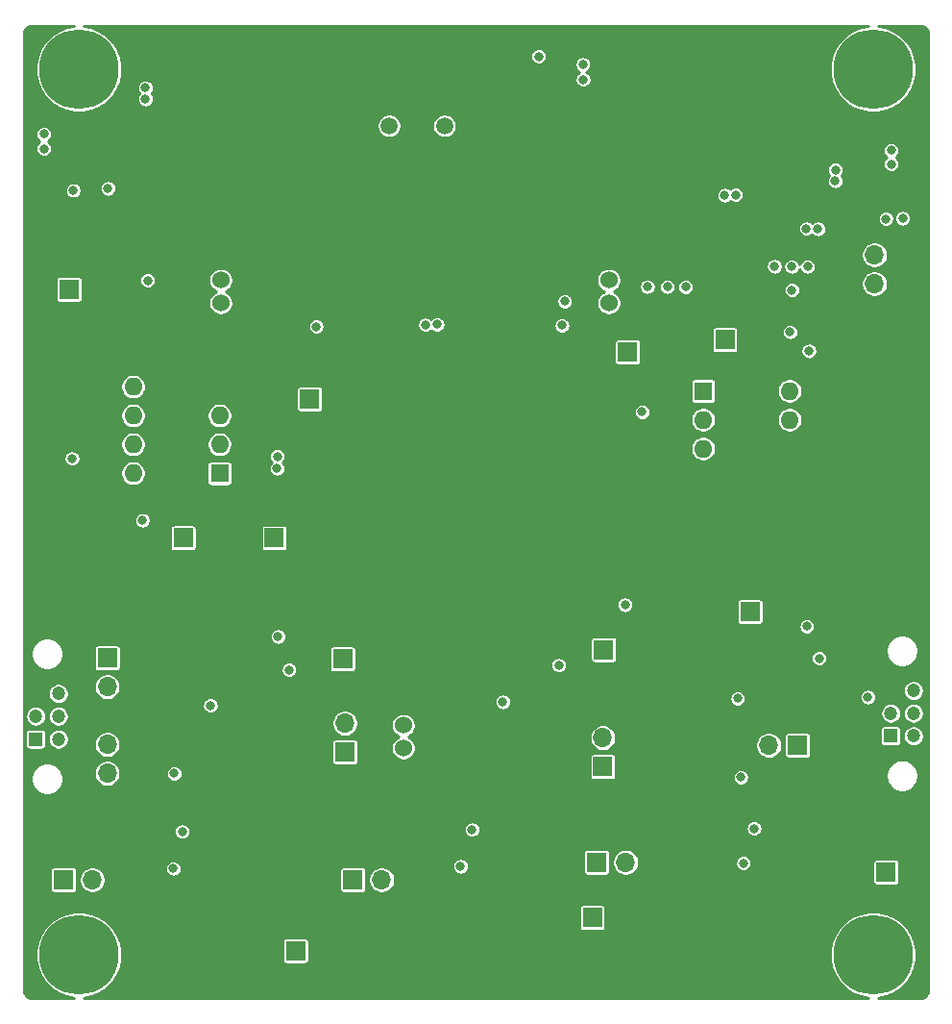
<source format=gbr>
%TF.GenerationSoftware,KiCad,Pcbnew,(5.1.9)-1*%
%TF.CreationDate,2022-01-14T21:41:21-05:00*%
%TF.ProjectId,mama_board,6d616d61-5f62-46f6-9172-642e6b696361,rev?*%
%TF.SameCoordinates,Original*%
%TF.FileFunction,Copper,L2,Inr*%
%TF.FilePolarity,Positive*%
%FSLAX46Y46*%
G04 Gerber Fmt 4.6, Leading zero omitted, Abs format (unit mm)*
G04 Created by KiCad (PCBNEW (5.1.9)-1) date 2022-01-14 21:41:21*
%MOMM*%
%LPD*%
G01*
G04 APERTURE LIST*
%TA.AperFunction,ComponentPad*%
%ADD10C,1.524000*%
%TD*%
%TA.AperFunction,ComponentPad*%
%ADD11O,1.600000X1.600000*%
%TD*%
%TA.AperFunction,ComponentPad*%
%ADD12R,1.600000X1.600000*%
%TD*%
%TA.AperFunction,ComponentPad*%
%ADD13C,7.000000*%
%TD*%
%TA.AperFunction,ComponentPad*%
%ADD14R,1.700000X1.700000*%
%TD*%
%TA.AperFunction,ComponentPad*%
%ADD15O,1.700000X1.700000*%
%TD*%
%TA.AperFunction,ComponentPad*%
%ADD16C,1.500000*%
%TD*%
%TA.AperFunction,ComponentPad*%
%ADD17C,1.200000*%
%TD*%
%TA.AperFunction,ComponentPad*%
%ADD18R,1.200000X1.200000*%
%TD*%
%TA.AperFunction,ViaPad*%
%ADD19C,0.800000*%
%TD*%
%TA.AperFunction,Conductor*%
%ADD20C,0.254000*%
%TD*%
%TA.AperFunction,Conductor*%
%ADD21C,0.100000*%
%TD*%
G04 APERTURE END LIST*
D10*
%TO.N,+36V*%
%TO.C,U15*%
X141600000Y-127800000D03*
%TO.N,/Detector Circuit 3/SIPM_OUT_3*%
X141600000Y-129800000D03*
%TD*%
D11*
%TO.N,+5V*%
%TO.C,U11*%
X117780000Y-105600000D03*
%TO.N,GND*%
X125400000Y-97980000D03*
%TO.N,/Comparitor Circuits/INTERRUPT_2*%
X117780000Y-103060000D03*
%TO.N,Net-(R32-Pad2)*%
X125400000Y-100520000D03*
%TO.N,/AMP_OUT_2*%
X117780000Y-100520000D03*
%TO.N,/AMP_OUT_1*%
X125400000Y-103060000D03*
%TO.N,Net-(R34-Pad2)*%
X117780000Y-97980000D03*
D12*
%TO.N,/Comparitor Circuits/INTERRUPT_1*%
X125400000Y-105600000D03*
%TD*%
D13*
%TO.N,N/C*%
%TO.C,REF\u002A\u002A*%
X183000000Y-70000000D03*
%TD*%
%TO.N,N/C*%
%TO.C,REF\u002A\u002A*%
X113000000Y-70000000D03*
%TD*%
%TO.N,N/C*%
%TO.C,REF\u002A\u002A*%
X113000000Y-148000000D03*
%TD*%
%TO.N,N/C*%
%TO.C,REF\u002A\u002A*%
X183000000Y-148000000D03*
%TD*%
D10*
%TO.N,+36V*%
%TO.C,U14*%
X159700000Y-88600000D03*
%TO.N,/Detector Circuit 2/SIPM_OUT_2*%
X159700000Y-90600000D03*
%TD*%
%TO.N,+36V*%
%TO.C,U13*%
X125500000Y-88600000D03*
%TO.N,/Detector Circuit 1/SIPM_OUT_1*%
X125500000Y-90600000D03*
%TD*%
D14*
%TO.N,/DET_ADC_3*%
%TO.C,TP6*%
X172148500Y-117792500D03*
%TD*%
%TO.N,Net-(C20-Pad2)*%
%TO.C,TP3*%
X158250000Y-144725000D03*
%TD*%
D15*
%TO.N,/Detector Circuit 3/Filter_IN*%
%TO.C,JP5*%
X161190000Y-139850000D03*
D14*
%TO.N,Net-(C24-Pad1)*%
X158650000Y-139850000D03*
%TD*%
D15*
%TO.N,/AMP_OUT_1*%
%TO.C,JP2*%
X136450000Y-127610000D03*
D14*
%TO.N,Net-(JP2-Pad1)*%
X136450000Y-130150000D03*
%TD*%
D16*
%TO.N,/Microcontroller/OSC2*%
%TO.C,Y1*%
X140340000Y-75000000D03*
%TO.N,/Microcontroller/OSC1*%
X145220000Y-75000000D03*
%TD*%
D11*
%TO.N,+5V*%
%TO.C,U12*%
X175645000Y-98350000D03*
%TO.N,GND*%
X168025000Y-105970000D03*
%TO.N,Net-(U12-Pad7)*%
X175645000Y-100890000D03*
%TO.N,Net-(R36-Pad2)*%
X168025000Y-103430000D03*
%TO.N,GND*%
X175645000Y-103430000D03*
%TO.N,/AMP_OUT_3*%
X168025000Y-100890000D03*
%TO.N,GND*%
X175645000Y-105970000D03*
D12*
%TO.N,/Comparitor Circuits/INTERRUPT_3*%
X168025000Y-98350000D03*
%TD*%
D14*
%TO.N,/Comparitor Circuits/INTERRUPT_3*%
%TO.C,TP12*%
X161350000Y-94925000D03*
%TD*%
%TO.N,/Comparitor Circuits/INTERRUPT_2*%
%TO.C,TP11*%
X133350000Y-99060000D03*
%TD*%
%TO.N,/Comparitor Circuits/INTERRUPT_1*%
%TO.C,TP10*%
X130223260Y-111295180D03*
%TD*%
%TO.N,Net-(R36-Pad2)*%
%TO.C,TP9*%
X169935000Y-93845000D03*
%TD*%
%TO.N,Net-(R34-Pad2)*%
%TO.C,TP8*%
X112141000Y-89408000D03*
%TD*%
%TO.N,Net-(R32-Pad2)*%
%TO.C,TP7*%
X122190000Y-111290000D03*
%TD*%
%TO.N,Net-(C26-Pad2)*%
%TO.C,TP5*%
X184150000Y-140716000D03*
%TD*%
%TO.N,/DET_ADC_2*%
%TO.C,TP4*%
X159258000Y-121137680D03*
%TD*%
%TO.N,/DET_ADC_1*%
%TO.C,TP2*%
X136250000Y-121950000D03*
%TD*%
%TO.N,Net-(C12-Pad2)*%
%TO.C,TP1*%
X132100000Y-147650000D03*
%TD*%
D15*
%TO.N,/AMP_OUT_3*%
%TO.C,JP6*%
X173810000Y-129560000D03*
D14*
%TO.N,Net-(JP6-Pad1)*%
X176350000Y-129560000D03*
%TD*%
%TO.N,Net-(JP4-Pad1)*%
%TO.C,JP4*%
X159176720Y-131434840D03*
D15*
%TO.N,/AMP_OUT_2*%
X159176720Y-128894840D03*
%TD*%
%TO.N,/Detector Circuit 2/Filter_IN*%
%TO.C,JP3*%
X139690000Y-141400000D03*
D14*
%TO.N,Net-(C18-Pad1)*%
X137150000Y-141400000D03*
%TD*%
%TO.N,Net-(C7-Pad1)*%
%TO.C,JP1*%
X111650000Y-141400000D03*
D15*
%TO.N,/Detector Circuit 1/Filter_IN*%
X114190000Y-141400000D03*
%TD*%
D17*
%TO.N,Net-(J10-Pad2)*%
%TO.C,J10*%
X109190500Y-127000000D03*
D18*
%TO.N,Net-(J10-Pad1)*%
X109190500Y-129000000D03*
D17*
%TO.N,GND*%
X109190500Y-125000000D03*
%TO.N,Net-(J10-Pad6)*%
X111190500Y-125000000D03*
%TO.N,/Microcontroller/CANL*%
X111190500Y-127000000D03*
%TO.N,/Microcontroller/CANH*%
X111190500Y-129000000D03*
%TD*%
D15*
%TO.N,Net-(F3-Pad2)*%
%TO.C,J7*%
X183124840Y-86374280D03*
%TO.N,Net-(F1-Pad2)*%
X183124840Y-88914280D03*
D14*
%TO.N,GND*%
X183124840Y-91454280D03*
%TD*%
D17*
%TO.N,+37V*%
%TO.C,J4*%
X184556400Y-126727200D03*
D18*
%TO.N,+5.4V*%
X184556400Y-128727200D03*
D17*
%TO.N,GND*%
X184556400Y-124727200D03*
%TO.N,Net-(J4-Pad6)*%
X186556400Y-124727200D03*
%TO.N,Net-(J4-Pad5)*%
X186556400Y-126727200D03*
%TO.N,Net-(J4-Pad4)*%
X186556400Y-128727200D03*
%TD*%
D14*
%TO.N,/Microcontroller/MCLR*%
%TO.C,J1*%
X115500000Y-121860000D03*
D15*
%TO.N,+5V*%
X115500000Y-124400000D03*
%TO.N,GND*%
X115500000Y-126940000D03*
%TO.N,/Microcontroller/ICSPDAT*%
X115500000Y-129480000D03*
%TO.N,/Microcontroller/ICSPCLK*%
X115500000Y-132020000D03*
%TD*%
D19*
%TO.N,GND*%
X123108720Y-82351880D03*
X152115520Y-149644100D03*
X155850000Y-140900000D03*
X139548360Y-68656660D03*
X185602880Y-78364080D03*
X151132306Y-104352679D03*
X145478500Y-104394000D03*
X146320000Y-68710000D03*
X165656260Y-107091480D03*
X117400000Y-95400000D03*
X176629840Y-79999280D03*
X164534840Y-80469280D03*
X112537240Y-81724500D03*
X142108000Y-92230000D03*
X144648000Y-79276000D03*
X177779680Y-141239240D03*
X166989760Y-129047240D03*
X170299040Y-128993260D03*
X178183540Y-147662900D03*
X170942000Y-144018000D03*
X149445980Y-129758440D03*
X146212560Y-129778760D03*
X146116040Y-149796500D03*
X118350000Y-131250000D03*
X124350000Y-131150000D03*
X128513840Y-119954040D03*
X127828040Y-141980920D03*
X119266679Y-140400000D03*
X120035320Y-149509480D03*
X126527560Y-148544280D03*
X144593418Y-140208000D03*
X169519182Y-139957240D03*
X175125040Y-119087260D03*
X149265640Y-75854560D03*
X148909806Y-104352679D03*
X120908500Y-72644000D03*
X121076720Y-87505540D03*
X169994840Y-87299280D03*
X181504840Y-74194280D03*
X173646820Y-93139680D03*
X136331960Y-77388720D03*
X136291320Y-75890120D03*
X136337040Y-74295000D03*
X136316720Y-72953880D03*
X137459720Y-71775320D03*
X149270720Y-77343000D03*
X149230080Y-74269600D03*
X149250400Y-72765920D03*
X148193760Y-71661020D03*
X136306560Y-71798180D03*
X149275800Y-71666100D03*
X151457660Y-74874120D03*
X119811800Y-109804200D03*
X154051000Y-119100600D03*
%TO.N,+37V*%
X175854360Y-89458800D03*
X175821340Y-87398860D03*
X174300000Y-87375000D03*
X177217940Y-87399000D03*
%TO.N,+4.7V*%
X147655280Y-136982200D03*
X121322873Y-140400000D03*
X146643418Y-140208000D03*
X171569182Y-139934182D03*
X177157040Y-119087260D03*
X130548380Y-119979440D03*
X185610500Y-83146900D03*
X184124600Y-83197700D03*
X122097800Y-137154920D03*
X178247040Y-121899680D03*
X131526280Y-122915680D03*
X172511720Y-136875520D03*
X155305760Y-122504200D03*
%TO.N,+36V*%
X164854840Y-89179280D03*
X163111180Y-89168480D03*
X166469060Y-89183720D03*
%TO.N,+5V*%
X133925000Y-92675000D03*
X112400000Y-104300000D03*
X162650000Y-100200000D03*
X178124840Y-84084280D03*
X177104840Y-84064280D03*
X169914840Y-81119280D03*
X144570000Y-92500000D03*
X157445000Y-70927000D03*
X157435000Y-69597000D03*
X118863000Y-71644000D03*
X143540000Y-92530000D03*
X118863000Y-72644000D03*
X119054880Y-88615520D03*
X115570000Y-80518000D03*
X112500000Y-80700000D03*
X170874840Y-81091280D03*
X175676560Y-93157040D03*
X177342800Y-94828360D03*
X118592600Y-109740700D03*
X130480000Y-104120000D03*
X130475000Y-105175000D03*
%TO.N,/AMP_OUT_1*%
X124600000Y-126050000D03*
%TO.N,/AMP_OUT_2*%
X150368000Y-125730000D03*
%TO.N,/AMP_OUT_3*%
X171061040Y-125437260D03*
%TO.N,/Detector Circuit 1/SIPM_OUT_1*%
X121410000Y-132040000D03*
%TO.N,/Detector Circuit 2/SIPM_OUT_2*%
X161137600Y-117180360D03*
%TO.N,/Detector Circuit 3/SIPM_OUT_3*%
X171350000Y-132360000D03*
%TO.N,/Microcontroller/MCLR*%
X153515000Y-68897000D03*
%TO.N,/Microcontroller/ICSPDAT*%
X155824000Y-90452000D03*
%TO.N,/Microcontroller/ICSPCLK*%
X155575000Y-92583000D03*
%TO.N,+5.4V*%
X184594500Y-78371700D03*
X179650000Y-79850000D03*
X184584840Y-77177900D03*
X179675000Y-78875000D03*
X182537100Y-125310900D03*
%TO.N,/Microcontroller/CANL*%
X109910000Y-77010000D03*
%TO.N,/Microcontroller/CANH*%
X109910000Y-75730000D03*
%TD*%
D20*
%TO.N,GND*%
X111883705Y-66320070D02*
X111187236Y-66608557D01*
X110560430Y-67027375D01*
X110027375Y-67560430D01*
X109608557Y-68187236D01*
X109320070Y-68883705D01*
X109173000Y-69623073D01*
X109173000Y-70376927D01*
X109320070Y-71116295D01*
X109608557Y-71812764D01*
X110027375Y-72439570D01*
X110560430Y-72972625D01*
X111187236Y-73391443D01*
X111883705Y-73679930D01*
X112623073Y-73827000D01*
X113376927Y-73827000D01*
X114116295Y-73679930D01*
X114812764Y-73391443D01*
X115439570Y-72972625D01*
X115972625Y-72439570D01*
X116391443Y-71812764D01*
X116491006Y-71572397D01*
X118136000Y-71572397D01*
X118136000Y-71715603D01*
X118163938Y-71856058D01*
X118218741Y-71988364D01*
X118298302Y-72107436D01*
X118334866Y-72144000D01*
X118298302Y-72180564D01*
X118218741Y-72299636D01*
X118163938Y-72431942D01*
X118136000Y-72572397D01*
X118136000Y-72715603D01*
X118163938Y-72856058D01*
X118218741Y-72988364D01*
X118298302Y-73107436D01*
X118399564Y-73208698D01*
X118518636Y-73288259D01*
X118650942Y-73343062D01*
X118791397Y-73371000D01*
X118934603Y-73371000D01*
X119075058Y-73343062D01*
X119207364Y-73288259D01*
X119326436Y-73208698D01*
X119427698Y-73107436D01*
X119507259Y-72988364D01*
X119562062Y-72856058D01*
X119590000Y-72715603D01*
X119590000Y-72572397D01*
X119562062Y-72431942D01*
X119507259Y-72299636D01*
X119427698Y-72180564D01*
X119391134Y-72144000D01*
X119427698Y-72107436D01*
X119507259Y-71988364D01*
X119562062Y-71856058D01*
X119590000Y-71715603D01*
X119590000Y-71572397D01*
X119562062Y-71431942D01*
X119507259Y-71299636D01*
X119427698Y-71180564D01*
X119326436Y-71079302D01*
X119207364Y-70999741D01*
X119075058Y-70944938D01*
X118934603Y-70917000D01*
X118791397Y-70917000D01*
X118650942Y-70944938D01*
X118518636Y-70999741D01*
X118399564Y-71079302D01*
X118298302Y-71180564D01*
X118218741Y-71299636D01*
X118163938Y-71431942D01*
X118136000Y-71572397D01*
X116491006Y-71572397D01*
X116679930Y-71116295D01*
X116827000Y-70376927D01*
X116827000Y-69623073D01*
X116679930Y-68883705D01*
X116655779Y-68825397D01*
X152788000Y-68825397D01*
X152788000Y-68968603D01*
X152815938Y-69109058D01*
X152870741Y-69241364D01*
X152950302Y-69360436D01*
X153051564Y-69461698D01*
X153170636Y-69541259D01*
X153302942Y-69596062D01*
X153443397Y-69624000D01*
X153586603Y-69624000D01*
X153727058Y-69596062D01*
X153859364Y-69541259D01*
X153883103Y-69525397D01*
X156708000Y-69525397D01*
X156708000Y-69668603D01*
X156735938Y-69809058D01*
X156790741Y-69941364D01*
X156870302Y-70060436D01*
X156971564Y-70161698D01*
X157090636Y-70241259D01*
X157145709Y-70264071D01*
X157100636Y-70282741D01*
X156981564Y-70362302D01*
X156880302Y-70463564D01*
X156800741Y-70582636D01*
X156745938Y-70714942D01*
X156718000Y-70855397D01*
X156718000Y-70998603D01*
X156745938Y-71139058D01*
X156800741Y-71271364D01*
X156880302Y-71390436D01*
X156981564Y-71491698D01*
X157100636Y-71571259D01*
X157232942Y-71626062D01*
X157373397Y-71654000D01*
X157516603Y-71654000D01*
X157657058Y-71626062D01*
X157789364Y-71571259D01*
X157908436Y-71491698D01*
X158009698Y-71390436D01*
X158089259Y-71271364D01*
X158144062Y-71139058D01*
X158172000Y-70998603D01*
X158172000Y-70855397D01*
X158144062Y-70714942D01*
X158089259Y-70582636D01*
X158009698Y-70463564D01*
X157908436Y-70362302D01*
X157789364Y-70282741D01*
X157734291Y-70259929D01*
X157779364Y-70241259D01*
X157898436Y-70161698D01*
X157999698Y-70060436D01*
X158079259Y-69941364D01*
X158134062Y-69809058D01*
X158162000Y-69668603D01*
X158162000Y-69525397D01*
X158134062Y-69384942D01*
X158079259Y-69252636D01*
X157999698Y-69133564D01*
X157898436Y-69032302D01*
X157779364Y-68952741D01*
X157647058Y-68897938D01*
X157506603Y-68870000D01*
X157363397Y-68870000D01*
X157222942Y-68897938D01*
X157090636Y-68952741D01*
X156971564Y-69032302D01*
X156870302Y-69133564D01*
X156790741Y-69252636D01*
X156735938Y-69384942D01*
X156708000Y-69525397D01*
X153883103Y-69525397D01*
X153978436Y-69461698D01*
X154079698Y-69360436D01*
X154159259Y-69241364D01*
X154214062Y-69109058D01*
X154242000Y-68968603D01*
X154242000Y-68825397D01*
X154214062Y-68684942D01*
X154159259Y-68552636D01*
X154079698Y-68433564D01*
X153978436Y-68332302D01*
X153859364Y-68252741D01*
X153727058Y-68197938D01*
X153586603Y-68170000D01*
X153443397Y-68170000D01*
X153302942Y-68197938D01*
X153170636Y-68252741D01*
X153051564Y-68332302D01*
X152950302Y-68433564D01*
X152870741Y-68552636D01*
X152815938Y-68684942D01*
X152788000Y-68825397D01*
X116655779Y-68825397D01*
X116391443Y-68187236D01*
X115972625Y-67560430D01*
X115439570Y-67027375D01*
X114812764Y-66608557D01*
X114116295Y-66320070D01*
X113397036Y-66177000D01*
X182602964Y-66177000D01*
X181883705Y-66320070D01*
X181187236Y-66608557D01*
X180560430Y-67027375D01*
X180027375Y-67560430D01*
X179608557Y-68187236D01*
X179320070Y-68883705D01*
X179173000Y-69623073D01*
X179173000Y-70376927D01*
X179320070Y-71116295D01*
X179608557Y-71812764D01*
X180027375Y-72439570D01*
X180560430Y-72972625D01*
X181187236Y-73391443D01*
X181883705Y-73679930D01*
X182623073Y-73827000D01*
X183376927Y-73827000D01*
X184116295Y-73679930D01*
X184812764Y-73391443D01*
X185439570Y-72972625D01*
X185972625Y-72439570D01*
X186391443Y-71812764D01*
X186679930Y-71116295D01*
X186827000Y-70376927D01*
X186827000Y-69623073D01*
X186679930Y-68883705D01*
X186391443Y-68187236D01*
X185972625Y-67560430D01*
X185439570Y-67027375D01*
X184812764Y-66608557D01*
X184116295Y-66320070D01*
X183397036Y-66177000D01*
X187277736Y-66177000D01*
X187333850Y-66194022D01*
X187484672Y-66274638D01*
X187616870Y-66383130D01*
X187725362Y-66515328D01*
X187805978Y-66666150D01*
X187823001Y-66722267D01*
X187823000Y-151277736D01*
X187805978Y-151333850D01*
X187725362Y-151484672D01*
X187616870Y-151616870D01*
X187484672Y-151725362D01*
X187333850Y-151805978D01*
X187277736Y-151823000D01*
X183397036Y-151823000D01*
X184116295Y-151679930D01*
X184812764Y-151391443D01*
X185439570Y-150972625D01*
X185972625Y-150439570D01*
X186391443Y-149812764D01*
X186679930Y-149116295D01*
X186827000Y-148376927D01*
X186827000Y-147623073D01*
X186679930Y-146883705D01*
X186391443Y-146187236D01*
X185972625Y-145560430D01*
X185439570Y-145027375D01*
X184812764Y-144608557D01*
X184116295Y-144320070D01*
X183376927Y-144173000D01*
X182623073Y-144173000D01*
X181883705Y-144320070D01*
X181187236Y-144608557D01*
X180560430Y-145027375D01*
X180027375Y-145560430D01*
X179608557Y-146187236D01*
X179320070Y-146883705D01*
X179173000Y-147623073D01*
X179173000Y-148376927D01*
X179320070Y-149116295D01*
X179608557Y-149812764D01*
X180027375Y-150439570D01*
X180560430Y-150972625D01*
X181187236Y-151391443D01*
X181883705Y-151679930D01*
X182602964Y-151823000D01*
X113397036Y-151823000D01*
X114116295Y-151679930D01*
X114812764Y-151391443D01*
X115439570Y-150972625D01*
X115972625Y-150439570D01*
X116391443Y-149812764D01*
X116679930Y-149116295D01*
X116827000Y-148376927D01*
X116827000Y-147623073D01*
X116679930Y-146883705D01*
X116645259Y-146800000D01*
X130921418Y-146800000D01*
X130921418Y-148500000D01*
X130927732Y-148564103D01*
X130946430Y-148625743D01*
X130976794Y-148682550D01*
X131017657Y-148732343D01*
X131067450Y-148773206D01*
X131124257Y-148803570D01*
X131185897Y-148822268D01*
X131250000Y-148828582D01*
X132950000Y-148828582D01*
X133014103Y-148822268D01*
X133075743Y-148803570D01*
X133132550Y-148773206D01*
X133182343Y-148732343D01*
X133223206Y-148682550D01*
X133253570Y-148625743D01*
X133272268Y-148564103D01*
X133278582Y-148500000D01*
X133278582Y-146800000D01*
X133272268Y-146735897D01*
X133253570Y-146674257D01*
X133223206Y-146617450D01*
X133182343Y-146567657D01*
X133132550Y-146526794D01*
X133075743Y-146496430D01*
X133014103Y-146477732D01*
X132950000Y-146471418D01*
X131250000Y-146471418D01*
X131185897Y-146477732D01*
X131124257Y-146496430D01*
X131067450Y-146526794D01*
X131017657Y-146567657D01*
X130976794Y-146617450D01*
X130946430Y-146674257D01*
X130927732Y-146735897D01*
X130921418Y-146800000D01*
X116645259Y-146800000D01*
X116391443Y-146187236D01*
X115972625Y-145560430D01*
X115439570Y-145027375D01*
X114812764Y-144608557D01*
X114116295Y-144320070D01*
X113376927Y-144173000D01*
X112623073Y-144173000D01*
X111883705Y-144320070D01*
X111187236Y-144608557D01*
X110560430Y-145027375D01*
X110027375Y-145560430D01*
X109608557Y-146187236D01*
X109320070Y-146883705D01*
X109173000Y-147623073D01*
X109173000Y-148376927D01*
X109320070Y-149116295D01*
X109608557Y-149812764D01*
X110027375Y-150439570D01*
X110560430Y-150972625D01*
X111187236Y-151391443D01*
X111883705Y-151679930D01*
X112602964Y-151823000D01*
X108722264Y-151823000D01*
X108666150Y-151805978D01*
X108515328Y-151725362D01*
X108383130Y-151616870D01*
X108274638Y-151484672D01*
X108194022Y-151333850D01*
X108177000Y-151277736D01*
X108177000Y-143875000D01*
X157071418Y-143875000D01*
X157071418Y-145575000D01*
X157077732Y-145639103D01*
X157096430Y-145700743D01*
X157126794Y-145757550D01*
X157167657Y-145807343D01*
X157217450Y-145848206D01*
X157274257Y-145878570D01*
X157335897Y-145897268D01*
X157400000Y-145903582D01*
X159100000Y-145903582D01*
X159164103Y-145897268D01*
X159225743Y-145878570D01*
X159282550Y-145848206D01*
X159332343Y-145807343D01*
X159373206Y-145757550D01*
X159403570Y-145700743D01*
X159422268Y-145639103D01*
X159428582Y-145575000D01*
X159428582Y-143875000D01*
X159422268Y-143810897D01*
X159403570Y-143749257D01*
X159373206Y-143692450D01*
X159332343Y-143642657D01*
X159282550Y-143601794D01*
X159225743Y-143571430D01*
X159164103Y-143552732D01*
X159100000Y-143546418D01*
X157400000Y-143546418D01*
X157335897Y-143552732D01*
X157274257Y-143571430D01*
X157217450Y-143601794D01*
X157167657Y-143642657D01*
X157126794Y-143692450D01*
X157096430Y-143749257D01*
X157077732Y-143810897D01*
X157071418Y-143875000D01*
X108177000Y-143875000D01*
X108177000Y-140550000D01*
X110471418Y-140550000D01*
X110471418Y-142250000D01*
X110477732Y-142314103D01*
X110496430Y-142375743D01*
X110526794Y-142432550D01*
X110567657Y-142482343D01*
X110617450Y-142523206D01*
X110674257Y-142553570D01*
X110735897Y-142572268D01*
X110800000Y-142578582D01*
X112500000Y-142578582D01*
X112564103Y-142572268D01*
X112625743Y-142553570D01*
X112682550Y-142523206D01*
X112732343Y-142482343D01*
X112773206Y-142432550D01*
X112803570Y-142375743D01*
X112822268Y-142314103D01*
X112828582Y-142250000D01*
X112828582Y-141284076D01*
X113013000Y-141284076D01*
X113013000Y-141515924D01*
X113058231Y-141743318D01*
X113146956Y-141957519D01*
X113275764Y-142150294D01*
X113439706Y-142314236D01*
X113632481Y-142443044D01*
X113846682Y-142531769D01*
X114074076Y-142577000D01*
X114305924Y-142577000D01*
X114533318Y-142531769D01*
X114747519Y-142443044D01*
X114940294Y-142314236D01*
X115104236Y-142150294D01*
X115233044Y-141957519D01*
X115321769Y-141743318D01*
X115367000Y-141515924D01*
X115367000Y-141284076D01*
X115321769Y-141056682D01*
X115233044Y-140842481D01*
X115104236Y-140649706D01*
X114940294Y-140485764D01*
X114747519Y-140356956D01*
X114678572Y-140328397D01*
X120595873Y-140328397D01*
X120595873Y-140471603D01*
X120623811Y-140612058D01*
X120678614Y-140744364D01*
X120758175Y-140863436D01*
X120859437Y-140964698D01*
X120978509Y-141044259D01*
X121110815Y-141099062D01*
X121251270Y-141127000D01*
X121394476Y-141127000D01*
X121534931Y-141099062D01*
X121667237Y-141044259D01*
X121786309Y-140964698D01*
X121887571Y-140863436D01*
X121967132Y-140744364D01*
X122021935Y-140612058D01*
X122034278Y-140550000D01*
X135971418Y-140550000D01*
X135971418Y-142250000D01*
X135977732Y-142314103D01*
X135996430Y-142375743D01*
X136026794Y-142432550D01*
X136067657Y-142482343D01*
X136117450Y-142523206D01*
X136174257Y-142553570D01*
X136235897Y-142572268D01*
X136300000Y-142578582D01*
X138000000Y-142578582D01*
X138064103Y-142572268D01*
X138125743Y-142553570D01*
X138182550Y-142523206D01*
X138232343Y-142482343D01*
X138273206Y-142432550D01*
X138303570Y-142375743D01*
X138322268Y-142314103D01*
X138328582Y-142250000D01*
X138328582Y-141284076D01*
X138513000Y-141284076D01*
X138513000Y-141515924D01*
X138558231Y-141743318D01*
X138646956Y-141957519D01*
X138775764Y-142150294D01*
X138939706Y-142314236D01*
X139132481Y-142443044D01*
X139346682Y-142531769D01*
X139574076Y-142577000D01*
X139805924Y-142577000D01*
X140033318Y-142531769D01*
X140247519Y-142443044D01*
X140440294Y-142314236D01*
X140604236Y-142150294D01*
X140733044Y-141957519D01*
X140821769Y-141743318D01*
X140867000Y-141515924D01*
X140867000Y-141284076D01*
X140821769Y-141056682D01*
X140733044Y-140842481D01*
X140604236Y-140649706D01*
X140440294Y-140485764D01*
X140247519Y-140356956D01*
X140033318Y-140268231D01*
X139805924Y-140223000D01*
X139574076Y-140223000D01*
X139346682Y-140268231D01*
X139132481Y-140356956D01*
X138939706Y-140485764D01*
X138775764Y-140649706D01*
X138646956Y-140842481D01*
X138558231Y-141056682D01*
X138513000Y-141284076D01*
X138328582Y-141284076D01*
X138328582Y-140550000D01*
X138322268Y-140485897D01*
X138303570Y-140424257D01*
X138273206Y-140367450D01*
X138232343Y-140317657D01*
X138182550Y-140276794D01*
X138125743Y-140246430D01*
X138064103Y-140227732D01*
X138000000Y-140221418D01*
X136300000Y-140221418D01*
X136235897Y-140227732D01*
X136174257Y-140246430D01*
X136117450Y-140276794D01*
X136067657Y-140317657D01*
X136026794Y-140367450D01*
X135996430Y-140424257D01*
X135977732Y-140485897D01*
X135971418Y-140550000D01*
X122034278Y-140550000D01*
X122049873Y-140471603D01*
X122049873Y-140328397D01*
X122021935Y-140187942D01*
X122000585Y-140136397D01*
X145916418Y-140136397D01*
X145916418Y-140279603D01*
X145944356Y-140420058D01*
X145999159Y-140552364D01*
X146078720Y-140671436D01*
X146179982Y-140772698D01*
X146299054Y-140852259D01*
X146431360Y-140907062D01*
X146571815Y-140935000D01*
X146715021Y-140935000D01*
X146855476Y-140907062D01*
X146987782Y-140852259D01*
X147106854Y-140772698D01*
X147208116Y-140671436D01*
X147287677Y-140552364D01*
X147342480Y-140420058D01*
X147370418Y-140279603D01*
X147370418Y-140136397D01*
X147342480Y-139995942D01*
X147287677Y-139863636D01*
X147208116Y-139744564D01*
X147106854Y-139643302D01*
X146987782Y-139563741D01*
X146855476Y-139508938D01*
X146715021Y-139481000D01*
X146571815Y-139481000D01*
X146431360Y-139508938D01*
X146299054Y-139563741D01*
X146179982Y-139643302D01*
X146078720Y-139744564D01*
X145999159Y-139863636D01*
X145944356Y-139995942D01*
X145916418Y-140136397D01*
X122000585Y-140136397D01*
X121967132Y-140055636D01*
X121887571Y-139936564D01*
X121786309Y-139835302D01*
X121667237Y-139755741D01*
X121534931Y-139700938D01*
X121394476Y-139673000D01*
X121251270Y-139673000D01*
X121110815Y-139700938D01*
X120978509Y-139755741D01*
X120859437Y-139835302D01*
X120758175Y-139936564D01*
X120678614Y-140055636D01*
X120623811Y-140187942D01*
X120595873Y-140328397D01*
X114678572Y-140328397D01*
X114533318Y-140268231D01*
X114305924Y-140223000D01*
X114074076Y-140223000D01*
X113846682Y-140268231D01*
X113632481Y-140356956D01*
X113439706Y-140485764D01*
X113275764Y-140649706D01*
X113146956Y-140842481D01*
X113058231Y-141056682D01*
X113013000Y-141284076D01*
X112828582Y-141284076D01*
X112828582Y-140550000D01*
X112822268Y-140485897D01*
X112803570Y-140424257D01*
X112773206Y-140367450D01*
X112732343Y-140317657D01*
X112682550Y-140276794D01*
X112625743Y-140246430D01*
X112564103Y-140227732D01*
X112500000Y-140221418D01*
X110800000Y-140221418D01*
X110735897Y-140227732D01*
X110674257Y-140246430D01*
X110617450Y-140276794D01*
X110567657Y-140317657D01*
X110526794Y-140367450D01*
X110496430Y-140424257D01*
X110477732Y-140485897D01*
X110471418Y-140550000D01*
X108177000Y-140550000D01*
X108177000Y-139000000D01*
X157471418Y-139000000D01*
X157471418Y-140700000D01*
X157477732Y-140764103D01*
X157496430Y-140825743D01*
X157526794Y-140882550D01*
X157567657Y-140932343D01*
X157617450Y-140973206D01*
X157674257Y-141003570D01*
X157735897Y-141022268D01*
X157800000Y-141028582D01*
X159500000Y-141028582D01*
X159564103Y-141022268D01*
X159625743Y-141003570D01*
X159682550Y-140973206D01*
X159732343Y-140932343D01*
X159773206Y-140882550D01*
X159803570Y-140825743D01*
X159822268Y-140764103D01*
X159828582Y-140700000D01*
X159828582Y-139734076D01*
X160013000Y-139734076D01*
X160013000Y-139965924D01*
X160058231Y-140193318D01*
X160146956Y-140407519D01*
X160275764Y-140600294D01*
X160439706Y-140764236D01*
X160632481Y-140893044D01*
X160846682Y-140981769D01*
X161074076Y-141027000D01*
X161305924Y-141027000D01*
X161533318Y-140981769D01*
X161747519Y-140893044D01*
X161940294Y-140764236D01*
X162104236Y-140600294D01*
X162233044Y-140407519D01*
X162321769Y-140193318D01*
X162367000Y-139965924D01*
X162367000Y-139862579D01*
X170842182Y-139862579D01*
X170842182Y-140005785D01*
X170870120Y-140146240D01*
X170924923Y-140278546D01*
X171004484Y-140397618D01*
X171105746Y-140498880D01*
X171224818Y-140578441D01*
X171357124Y-140633244D01*
X171497579Y-140661182D01*
X171640785Y-140661182D01*
X171781240Y-140633244D01*
X171913546Y-140578441D01*
X172032618Y-140498880D01*
X172133880Y-140397618D01*
X172213441Y-140278546D01*
X172268244Y-140146240D01*
X172296182Y-140005785D01*
X172296182Y-139866000D01*
X182971418Y-139866000D01*
X182971418Y-141566000D01*
X182977732Y-141630103D01*
X182996430Y-141691743D01*
X183026794Y-141748550D01*
X183067657Y-141798343D01*
X183117450Y-141839206D01*
X183174257Y-141869570D01*
X183235897Y-141888268D01*
X183300000Y-141894582D01*
X185000000Y-141894582D01*
X185064103Y-141888268D01*
X185125743Y-141869570D01*
X185182550Y-141839206D01*
X185232343Y-141798343D01*
X185273206Y-141748550D01*
X185303570Y-141691743D01*
X185322268Y-141630103D01*
X185328582Y-141566000D01*
X185328582Y-139866000D01*
X185322268Y-139801897D01*
X185303570Y-139740257D01*
X185273206Y-139683450D01*
X185232343Y-139633657D01*
X185182550Y-139592794D01*
X185125743Y-139562430D01*
X185064103Y-139543732D01*
X185000000Y-139537418D01*
X183300000Y-139537418D01*
X183235897Y-139543732D01*
X183174257Y-139562430D01*
X183117450Y-139592794D01*
X183067657Y-139633657D01*
X183026794Y-139683450D01*
X182996430Y-139740257D01*
X182977732Y-139801897D01*
X182971418Y-139866000D01*
X172296182Y-139866000D01*
X172296182Y-139862579D01*
X172268244Y-139722124D01*
X172213441Y-139589818D01*
X172133880Y-139470746D01*
X172032618Y-139369484D01*
X171913546Y-139289923D01*
X171781240Y-139235120D01*
X171640785Y-139207182D01*
X171497579Y-139207182D01*
X171357124Y-139235120D01*
X171224818Y-139289923D01*
X171105746Y-139369484D01*
X171004484Y-139470746D01*
X170924923Y-139589818D01*
X170870120Y-139722124D01*
X170842182Y-139862579D01*
X162367000Y-139862579D01*
X162367000Y-139734076D01*
X162321769Y-139506682D01*
X162233044Y-139292481D01*
X162104236Y-139099706D01*
X161940294Y-138935764D01*
X161747519Y-138806956D01*
X161533318Y-138718231D01*
X161305924Y-138673000D01*
X161074076Y-138673000D01*
X160846682Y-138718231D01*
X160632481Y-138806956D01*
X160439706Y-138935764D01*
X160275764Y-139099706D01*
X160146956Y-139292481D01*
X160058231Y-139506682D01*
X160013000Y-139734076D01*
X159828582Y-139734076D01*
X159828582Y-139000000D01*
X159822268Y-138935897D01*
X159803570Y-138874257D01*
X159773206Y-138817450D01*
X159732343Y-138767657D01*
X159682550Y-138726794D01*
X159625743Y-138696430D01*
X159564103Y-138677732D01*
X159500000Y-138671418D01*
X157800000Y-138671418D01*
X157735897Y-138677732D01*
X157674257Y-138696430D01*
X157617450Y-138726794D01*
X157567657Y-138767657D01*
X157526794Y-138817450D01*
X157496430Y-138874257D01*
X157477732Y-138935897D01*
X157471418Y-139000000D01*
X108177000Y-139000000D01*
X108177000Y-137083317D01*
X121370800Y-137083317D01*
X121370800Y-137226523D01*
X121398738Y-137366978D01*
X121453541Y-137499284D01*
X121533102Y-137618356D01*
X121634364Y-137719618D01*
X121753436Y-137799179D01*
X121885742Y-137853982D01*
X122026197Y-137881920D01*
X122169403Y-137881920D01*
X122309858Y-137853982D01*
X122442164Y-137799179D01*
X122561236Y-137719618D01*
X122662498Y-137618356D01*
X122742059Y-137499284D01*
X122796862Y-137366978D01*
X122824800Y-137226523D01*
X122824800Y-137083317D01*
X122796862Y-136942862D01*
X122783498Y-136910597D01*
X146928280Y-136910597D01*
X146928280Y-137053803D01*
X146956218Y-137194258D01*
X147011021Y-137326564D01*
X147090582Y-137445636D01*
X147191844Y-137546898D01*
X147310916Y-137626459D01*
X147443222Y-137681262D01*
X147583677Y-137709200D01*
X147726883Y-137709200D01*
X147867338Y-137681262D01*
X147999644Y-137626459D01*
X148118716Y-137546898D01*
X148219978Y-137445636D01*
X148299539Y-137326564D01*
X148354342Y-137194258D01*
X148382280Y-137053803D01*
X148382280Y-136910597D01*
X148361061Y-136803917D01*
X171784720Y-136803917D01*
X171784720Y-136947123D01*
X171812658Y-137087578D01*
X171867461Y-137219884D01*
X171947022Y-137338956D01*
X172048284Y-137440218D01*
X172167356Y-137519779D01*
X172299662Y-137574582D01*
X172440117Y-137602520D01*
X172583323Y-137602520D01*
X172723778Y-137574582D01*
X172856084Y-137519779D01*
X172975156Y-137440218D01*
X173076418Y-137338956D01*
X173155979Y-137219884D01*
X173210782Y-137087578D01*
X173238720Y-136947123D01*
X173238720Y-136803917D01*
X173210782Y-136663462D01*
X173155979Y-136531156D01*
X173076418Y-136412084D01*
X172975156Y-136310822D01*
X172856084Y-136231261D01*
X172723778Y-136176458D01*
X172583323Y-136148520D01*
X172440117Y-136148520D01*
X172299662Y-136176458D01*
X172167356Y-136231261D01*
X172048284Y-136310822D01*
X171947022Y-136412084D01*
X171867461Y-136531156D01*
X171812658Y-136663462D01*
X171784720Y-136803917D01*
X148361061Y-136803917D01*
X148354342Y-136770142D01*
X148299539Y-136637836D01*
X148219978Y-136518764D01*
X148118716Y-136417502D01*
X147999644Y-136337941D01*
X147867338Y-136283138D01*
X147726883Y-136255200D01*
X147583677Y-136255200D01*
X147443222Y-136283138D01*
X147310916Y-136337941D01*
X147191844Y-136417502D01*
X147090582Y-136518764D01*
X147011021Y-136637836D01*
X146956218Y-136770142D01*
X146928280Y-136910597D01*
X122783498Y-136910597D01*
X122742059Y-136810556D01*
X122662498Y-136691484D01*
X122561236Y-136590222D01*
X122442164Y-136510661D01*
X122309858Y-136455858D01*
X122169403Y-136427920D01*
X122026197Y-136427920D01*
X121885742Y-136455858D01*
X121753436Y-136510661D01*
X121634364Y-136590222D01*
X121533102Y-136691484D01*
X121453541Y-136810556D01*
X121398738Y-136942862D01*
X121370800Y-137083317D01*
X108177000Y-137083317D01*
X108177000Y-132359453D01*
X108763500Y-132359453D01*
X108763500Y-132640547D01*
X108818338Y-132916241D01*
X108925909Y-133175938D01*
X109082076Y-133409660D01*
X109280840Y-133608424D01*
X109514562Y-133764591D01*
X109774259Y-133872162D01*
X110049953Y-133927000D01*
X110331047Y-133927000D01*
X110606741Y-133872162D01*
X110866438Y-133764591D01*
X111100160Y-133608424D01*
X111298924Y-133409660D01*
X111455091Y-133175938D01*
X111562662Y-132916241D01*
X111617500Y-132640547D01*
X111617500Y-132359453D01*
X111562662Y-132083759D01*
X111488235Y-131904076D01*
X114323000Y-131904076D01*
X114323000Y-132135924D01*
X114368231Y-132363318D01*
X114456956Y-132577519D01*
X114585764Y-132770294D01*
X114749706Y-132934236D01*
X114942481Y-133063044D01*
X115156682Y-133151769D01*
X115384076Y-133197000D01*
X115615924Y-133197000D01*
X115843318Y-133151769D01*
X116057519Y-133063044D01*
X116250294Y-132934236D01*
X116414236Y-132770294D01*
X116543044Y-132577519D01*
X116631769Y-132363318D01*
X116677000Y-132135924D01*
X116677000Y-131968397D01*
X120683000Y-131968397D01*
X120683000Y-132111603D01*
X120710938Y-132252058D01*
X120765741Y-132384364D01*
X120845302Y-132503436D01*
X120946564Y-132604698D01*
X121065636Y-132684259D01*
X121197942Y-132739062D01*
X121338397Y-132767000D01*
X121481603Y-132767000D01*
X121622058Y-132739062D01*
X121754364Y-132684259D01*
X121873436Y-132604698D01*
X121974698Y-132503436D01*
X122054259Y-132384364D01*
X122109062Y-132252058D01*
X122137000Y-132111603D01*
X122137000Y-131968397D01*
X122109062Y-131827942D01*
X122054259Y-131695636D01*
X121974698Y-131576564D01*
X121873436Y-131475302D01*
X121754364Y-131395741D01*
X121622058Y-131340938D01*
X121481603Y-131313000D01*
X121338397Y-131313000D01*
X121197942Y-131340938D01*
X121065636Y-131395741D01*
X120946564Y-131475302D01*
X120845302Y-131576564D01*
X120765741Y-131695636D01*
X120710938Y-131827942D01*
X120683000Y-131968397D01*
X116677000Y-131968397D01*
X116677000Y-131904076D01*
X116631769Y-131676682D01*
X116543044Y-131462481D01*
X116414236Y-131269706D01*
X116250294Y-131105764D01*
X116057519Y-130976956D01*
X115843318Y-130888231D01*
X115615924Y-130843000D01*
X115384076Y-130843000D01*
X115156682Y-130888231D01*
X114942481Y-130976956D01*
X114749706Y-131105764D01*
X114585764Y-131269706D01*
X114456956Y-131462481D01*
X114368231Y-131676682D01*
X114323000Y-131904076D01*
X111488235Y-131904076D01*
X111455091Y-131824062D01*
X111298924Y-131590340D01*
X111100160Y-131391576D01*
X110866438Y-131235409D01*
X110606741Y-131127838D01*
X110331047Y-131073000D01*
X110049953Y-131073000D01*
X109774259Y-131127838D01*
X109514562Y-131235409D01*
X109280840Y-131391576D01*
X109082076Y-131590340D01*
X108925909Y-131824062D01*
X108818338Y-132083759D01*
X108763500Y-132359453D01*
X108177000Y-132359453D01*
X108177000Y-128400000D01*
X108261918Y-128400000D01*
X108261918Y-129600000D01*
X108268232Y-129664103D01*
X108286930Y-129725743D01*
X108317294Y-129782550D01*
X108358157Y-129832343D01*
X108407950Y-129873206D01*
X108464757Y-129903570D01*
X108526397Y-129922268D01*
X108590500Y-129928582D01*
X109790500Y-129928582D01*
X109854603Y-129922268D01*
X109916243Y-129903570D01*
X109973050Y-129873206D01*
X110022843Y-129832343D01*
X110063706Y-129782550D01*
X110094070Y-129725743D01*
X110112768Y-129664103D01*
X110119082Y-129600000D01*
X110119082Y-128908699D01*
X110263500Y-128908699D01*
X110263500Y-129091301D01*
X110299124Y-129270396D01*
X110369004Y-129439099D01*
X110470452Y-129590928D01*
X110599572Y-129720048D01*
X110751401Y-129821496D01*
X110920104Y-129891376D01*
X111099199Y-129927000D01*
X111281801Y-129927000D01*
X111460896Y-129891376D01*
X111629599Y-129821496D01*
X111781428Y-129720048D01*
X111910548Y-129590928D01*
X112011996Y-129439099D01*
X112043071Y-129364076D01*
X114323000Y-129364076D01*
X114323000Y-129595924D01*
X114368231Y-129823318D01*
X114456956Y-130037519D01*
X114585764Y-130230294D01*
X114749706Y-130394236D01*
X114942481Y-130523044D01*
X115156682Y-130611769D01*
X115384076Y-130657000D01*
X115615924Y-130657000D01*
X115843318Y-130611769D01*
X116057519Y-130523044D01*
X116250294Y-130394236D01*
X116414236Y-130230294D01*
X116543044Y-130037519D01*
X116631769Y-129823318D01*
X116677000Y-129595924D01*
X116677000Y-129364076D01*
X116664255Y-129300000D01*
X135271418Y-129300000D01*
X135271418Y-131000000D01*
X135277732Y-131064103D01*
X135296430Y-131125743D01*
X135326794Y-131182550D01*
X135367657Y-131232343D01*
X135417450Y-131273206D01*
X135474257Y-131303570D01*
X135535897Y-131322268D01*
X135600000Y-131328582D01*
X137300000Y-131328582D01*
X137364103Y-131322268D01*
X137425743Y-131303570D01*
X137482550Y-131273206D01*
X137532343Y-131232343D01*
X137573206Y-131182550D01*
X137603570Y-131125743D01*
X137622268Y-131064103D01*
X137628582Y-131000000D01*
X137628582Y-129300000D01*
X137622268Y-129235897D01*
X137603570Y-129174257D01*
X137573206Y-129117450D01*
X137532343Y-129067657D01*
X137482550Y-129026794D01*
X137425743Y-128996430D01*
X137364103Y-128977732D01*
X137300000Y-128971418D01*
X135600000Y-128971418D01*
X135535897Y-128977732D01*
X135474257Y-128996430D01*
X135417450Y-129026794D01*
X135367657Y-129067657D01*
X135326794Y-129117450D01*
X135296430Y-129174257D01*
X135277732Y-129235897D01*
X135271418Y-129300000D01*
X116664255Y-129300000D01*
X116631769Y-129136682D01*
X116543044Y-128922481D01*
X116414236Y-128729706D01*
X116250294Y-128565764D01*
X116057519Y-128436956D01*
X115843318Y-128348231D01*
X115615924Y-128303000D01*
X115384076Y-128303000D01*
X115156682Y-128348231D01*
X114942481Y-128436956D01*
X114749706Y-128565764D01*
X114585764Y-128729706D01*
X114456956Y-128922481D01*
X114368231Y-129136682D01*
X114323000Y-129364076D01*
X112043071Y-129364076D01*
X112081876Y-129270396D01*
X112117500Y-129091301D01*
X112117500Y-128908699D01*
X112081876Y-128729604D01*
X112011996Y-128560901D01*
X111910548Y-128409072D01*
X111781428Y-128279952D01*
X111629599Y-128178504D01*
X111460896Y-128108624D01*
X111281801Y-128073000D01*
X111099199Y-128073000D01*
X110920104Y-128108624D01*
X110751401Y-128178504D01*
X110599572Y-128279952D01*
X110470452Y-128409072D01*
X110369004Y-128560901D01*
X110299124Y-128729604D01*
X110263500Y-128908699D01*
X110119082Y-128908699D01*
X110119082Y-128400000D01*
X110112768Y-128335897D01*
X110094070Y-128274257D01*
X110063706Y-128217450D01*
X110022843Y-128167657D01*
X109973050Y-128126794D01*
X109916243Y-128096430D01*
X109854603Y-128077732D01*
X109790500Y-128071418D01*
X108590500Y-128071418D01*
X108526397Y-128077732D01*
X108464757Y-128096430D01*
X108407950Y-128126794D01*
X108358157Y-128167657D01*
X108317294Y-128217450D01*
X108286930Y-128274257D01*
X108268232Y-128335897D01*
X108261918Y-128400000D01*
X108177000Y-128400000D01*
X108177000Y-126908699D01*
X108263500Y-126908699D01*
X108263500Y-127091301D01*
X108299124Y-127270396D01*
X108369004Y-127439099D01*
X108470452Y-127590928D01*
X108599572Y-127720048D01*
X108751401Y-127821496D01*
X108920104Y-127891376D01*
X109099199Y-127927000D01*
X109281801Y-127927000D01*
X109460896Y-127891376D01*
X109629599Y-127821496D01*
X109781428Y-127720048D01*
X109910548Y-127590928D01*
X110011996Y-127439099D01*
X110081876Y-127270396D01*
X110117500Y-127091301D01*
X110117500Y-126908699D01*
X110263500Y-126908699D01*
X110263500Y-127091301D01*
X110299124Y-127270396D01*
X110369004Y-127439099D01*
X110470452Y-127590928D01*
X110599572Y-127720048D01*
X110751401Y-127821496D01*
X110920104Y-127891376D01*
X111099199Y-127927000D01*
X111281801Y-127927000D01*
X111460896Y-127891376D01*
X111629599Y-127821496D01*
X111781428Y-127720048D01*
X111910548Y-127590928D01*
X111975261Y-127494076D01*
X135273000Y-127494076D01*
X135273000Y-127725924D01*
X135318231Y-127953318D01*
X135406956Y-128167519D01*
X135535764Y-128360294D01*
X135699706Y-128524236D01*
X135892481Y-128653044D01*
X136106682Y-128741769D01*
X136334076Y-128787000D01*
X136565924Y-128787000D01*
X136793318Y-128741769D01*
X137007519Y-128653044D01*
X137200294Y-128524236D01*
X137364236Y-128360294D01*
X137493044Y-128167519D01*
X137581769Y-127953318D01*
X137627000Y-127725924D01*
X137627000Y-127692743D01*
X140511000Y-127692743D01*
X140511000Y-127907257D01*
X140552850Y-128117650D01*
X140634941Y-128315835D01*
X140754119Y-128494197D01*
X140905803Y-128645881D01*
X141084165Y-128765059D01*
X141168520Y-128800000D01*
X141084165Y-128834941D01*
X140905803Y-128954119D01*
X140754119Y-129105803D01*
X140634941Y-129284165D01*
X140552850Y-129482350D01*
X140511000Y-129692743D01*
X140511000Y-129907257D01*
X140552850Y-130117650D01*
X140634941Y-130315835D01*
X140754119Y-130494197D01*
X140905803Y-130645881D01*
X141084165Y-130765059D01*
X141282350Y-130847150D01*
X141492743Y-130889000D01*
X141707257Y-130889000D01*
X141917650Y-130847150D01*
X142115835Y-130765059D01*
X142294197Y-130645881D01*
X142355238Y-130584840D01*
X157998138Y-130584840D01*
X157998138Y-132284840D01*
X158004452Y-132348943D01*
X158023150Y-132410583D01*
X158053514Y-132467390D01*
X158094377Y-132517183D01*
X158144170Y-132558046D01*
X158200977Y-132588410D01*
X158262617Y-132607108D01*
X158326720Y-132613422D01*
X160026720Y-132613422D01*
X160090823Y-132607108D01*
X160152463Y-132588410D01*
X160209270Y-132558046D01*
X160259063Y-132517183D01*
X160299926Y-132467390D01*
X160330290Y-132410583D01*
X160348988Y-132348943D01*
X160354951Y-132288397D01*
X170623000Y-132288397D01*
X170623000Y-132431603D01*
X170650938Y-132572058D01*
X170705741Y-132704364D01*
X170785302Y-132823436D01*
X170886564Y-132924698D01*
X171005636Y-133004259D01*
X171137942Y-133059062D01*
X171278397Y-133087000D01*
X171421603Y-133087000D01*
X171562058Y-133059062D01*
X171694364Y-133004259D01*
X171813436Y-132924698D01*
X171914698Y-132823436D01*
X171994259Y-132704364D01*
X172049062Y-132572058D01*
X172077000Y-132431603D01*
X172077000Y-132288397D01*
X172049062Y-132147942D01*
X172023676Y-132086653D01*
X184129400Y-132086653D01*
X184129400Y-132367747D01*
X184184238Y-132643441D01*
X184291809Y-132903138D01*
X184447976Y-133136860D01*
X184646740Y-133335624D01*
X184880462Y-133491791D01*
X185140159Y-133599362D01*
X185415853Y-133654200D01*
X185696947Y-133654200D01*
X185972641Y-133599362D01*
X186232338Y-133491791D01*
X186466060Y-133335624D01*
X186664824Y-133136860D01*
X186820991Y-132903138D01*
X186928562Y-132643441D01*
X186983400Y-132367747D01*
X186983400Y-132086653D01*
X186928562Y-131810959D01*
X186820991Y-131551262D01*
X186664824Y-131317540D01*
X186466060Y-131118776D01*
X186232338Y-130962609D01*
X185972641Y-130855038D01*
X185696947Y-130800200D01*
X185415853Y-130800200D01*
X185140159Y-130855038D01*
X184880462Y-130962609D01*
X184646740Y-131118776D01*
X184447976Y-131317540D01*
X184291809Y-131551262D01*
X184184238Y-131810959D01*
X184129400Y-132086653D01*
X172023676Y-132086653D01*
X171994259Y-132015636D01*
X171914698Y-131896564D01*
X171813436Y-131795302D01*
X171694364Y-131715741D01*
X171562058Y-131660938D01*
X171421603Y-131633000D01*
X171278397Y-131633000D01*
X171137942Y-131660938D01*
X171005636Y-131715741D01*
X170886564Y-131795302D01*
X170785302Y-131896564D01*
X170705741Y-132015636D01*
X170650938Y-132147942D01*
X170623000Y-132288397D01*
X160354951Y-132288397D01*
X160355302Y-132284840D01*
X160355302Y-130584840D01*
X160348988Y-130520737D01*
X160330290Y-130459097D01*
X160299926Y-130402290D01*
X160259063Y-130352497D01*
X160209270Y-130311634D01*
X160152463Y-130281270D01*
X160090823Y-130262572D01*
X160026720Y-130256258D01*
X158326720Y-130256258D01*
X158262617Y-130262572D01*
X158200977Y-130281270D01*
X158144170Y-130311634D01*
X158094377Y-130352497D01*
X158053514Y-130402290D01*
X158023150Y-130459097D01*
X158004452Y-130520737D01*
X157998138Y-130584840D01*
X142355238Y-130584840D01*
X142445881Y-130494197D01*
X142565059Y-130315835D01*
X142647150Y-130117650D01*
X142689000Y-129907257D01*
X142689000Y-129692743D01*
X142647150Y-129482350D01*
X142565059Y-129284165D01*
X142445881Y-129105803D01*
X142294197Y-128954119D01*
X142115835Y-128834941D01*
X142031480Y-128800000D01*
X142082381Y-128778916D01*
X157999720Y-128778916D01*
X157999720Y-129010764D01*
X158044951Y-129238158D01*
X158133676Y-129452359D01*
X158262484Y-129645134D01*
X158426426Y-129809076D01*
X158619201Y-129937884D01*
X158833402Y-130026609D01*
X159060796Y-130071840D01*
X159292644Y-130071840D01*
X159520038Y-130026609D01*
X159734239Y-129937884D01*
X159927014Y-129809076D01*
X160090956Y-129645134D01*
X160219764Y-129452359D01*
X160223194Y-129444076D01*
X172633000Y-129444076D01*
X172633000Y-129675924D01*
X172678231Y-129903318D01*
X172766956Y-130117519D01*
X172895764Y-130310294D01*
X173059706Y-130474236D01*
X173252481Y-130603044D01*
X173466682Y-130691769D01*
X173694076Y-130737000D01*
X173925924Y-130737000D01*
X174153318Y-130691769D01*
X174367519Y-130603044D01*
X174560294Y-130474236D01*
X174724236Y-130310294D01*
X174853044Y-130117519D01*
X174941769Y-129903318D01*
X174987000Y-129675924D01*
X174987000Y-129444076D01*
X174941769Y-129216682D01*
X174853044Y-129002481D01*
X174724236Y-128809706D01*
X174624530Y-128710000D01*
X175171418Y-128710000D01*
X175171418Y-130410000D01*
X175177732Y-130474103D01*
X175196430Y-130535743D01*
X175226794Y-130592550D01*
X175267657Y-130642343D01*
X175317450Y-130683206D01*
X175374257Y-130713570D01*
X175435897Y-130732268D01*
X175500000Y-130738582D01*
X177200000Y-130738582D01*
X177264103Y-130732268D01*
X177325743Y-130713570D01*
X177382550Y-130683206D01*
X177432343Y-130642343D01*
X177473206Y-130592550D01*
X177503570Y-130535743D01*
X177522268Y-130474103D01*
X177528582Y-130410000D01*
X177528582Y-128710000D01*
X177522268Y-128645897D01*
X177503570Y-128584257D01*
X177473206Y-128527450D01*
X177432343Y-128477657D01*
X177382550Y-128436794D01*
X177325743Y-128406430D01*
X177264103Y-128387732D01*
X177200000Y-128381418D01*
X175500000Y-128381418D01*
X175435897Y-128387732D01*
X175374257Y-128406430D01*
X175317450Y-128436794D01*
X175267657Y-128477657D01*
X175226794Y-128527450D01*
X175196430Y-128584257D01*
X175177732Y-128645897D01*
X175171418Y-128710000D01*
X174624530Y-128710000D01*
X174560294Y-128645764D01*
X174367519Y-128516956D01*
X174153318Y-128428231D01*
X173925924Y-128383000D01*
X173694076Y-128383000D01*
X173466682Y-128428231D01*
X173252481Y-128516956D01*
X173059706Y-128645764D01*
X172895764Y-128809706D01*
X172766956Y-129002481D01*
X172678231Y-129216682D01*
X172633000Y-129444076D01*
X160223194Y-129444076D01*
X160308489Y-129238158D01*
X160353720Y-129010764D01*
X160353720Y-128778916D01*
X160308489Y-128551522D01*
X160219764Y-128337321D01*
X160090956Y-128144546D01*
X160073610Y-128127200D01*
X183627818Y-128127200D01*
X183627818Y-129327200D01*
X183634132Y-129391303D01*
X183652830Y-129452943D01*
X183683194Y-129509750D01*
X183724057Y-129559543D01*
X183773850Y-129600406D01*
X183830657Y-129630770D01*
X183892297Y-129649468D01*
X183956400Y-129655782D01*
X185156400Y-129655782D01*
X185220503Y-129649468D01*
X185282143Y-129630770D01*
X185338950Y-129600406D01*
X185388743Y-129559543D01*
X185429606Y-129509750D01*
X185459970Y-129452943D01*
X185478668Y-129391303D01*
X185484982Y-129327200D01*
X185484982Y-128635899D01*
X185629400Y-128635899D01*
X185629400Y-128818501D01*
X185665024Y-128997596D01*
X185734904Y-129166299D01*
X185836352Y-129318128D01*
X185965472Y-129447248D01*
X186117301Y-129548696D01*
X186286004Y-129618576D01*
X186465099Y-129654200D01*
X186647701Y-129654200D01*
X186826796Y-129618576D01*
X186995499Y-129548696D01*
X187147328Y-129447248D01*
X187276448Y-129318128D01*
X187377896Y-129166299D01*
X187447776Y-128997596D01*
X187483400Y-128818501D01*
X187483400Y-128635899D01*
X187447776Y-128456804D01*
X187377896Y-128288101D01*
X187276448Y-128136272D01*
X187147328Y-128007152D01*
X186995499Y-127905704D01*
X186826796Y-127835824D01*
X186647701Y-127800200D01*
X186465099Y-127800200D01*
X186286004Y-127835824D01*
X186117301Y-127905704D01*
X185965472Y-128007152D01*
X185836352Y-128136272D01*
X185734904Y-128288101D01*
X185665024Y-128456804D01*
X185629400Y-128635899D01*
X185484982Y-128635899D01*
X185484982Y-128127200D01*
X185478668Y-128063097D01*
X185459970Y-128001457D01*
X185429606Y-127944650D01*
X185388743Y-127894857D01*
X185338950Y-127853994D01*
X185282143Y-127823630D01*
X185220503Y-127804932D01*
X185156400Y-127798618D01*
X183956400Y-127798618D01*
X183892297Y-127804932D01*
X183830657Y-127823630D01*
X183773850Y-127853994D01*
X183724057Y-127894857D01*
X183683194Y-127944650D01*
X183652830Y-128001457D01*
X183634132Y-128063097D01*
X183627818Y-128127200D01*
X160073610Y-128127200D01*
X159927014Y-127980604D01*
X159734239Y-127851796D01*
X159520038Y-127763071D01*
X159292644Y-127717840D01*
X159060796Y-127717840D01*
X158833402Y-127763071D01*
X158619201Y-127851796D01*
X158426426Y-127980604D01*
X158262484Y-128144546D01*
X158133676Y-128337321D01*
X158044951Y-128551522D01*
X157999720Y-128778916D01*
X142082381Y-128778916D01*
X142115835Y-128765059D01*
X142294197Y-128645881D01*
X142445881Y-128494197D01*
X142565059Y-128315835D01*
X142647150Y-128117650D01*
X142689000Y-127907257D01*
X142689000Y-127692743D01*
X142647150Y-127482350D01*
X142565059Y-127284165D01*
X142445881Y-127105803D01*
X142294197Y-126954119D01*
X142115835Y-126834941D01*
X141917650Y-126752850D01*
X141707257Y-126711000D01*
X141492743Y-126711000D01*
X141282350Y-126752850D01*
X141084165Y-126834941D01*
X140905803Y-126954119D01*
X140754119Y-127105803D01*
X140634941Y-127284165D01*
X140552850Y-127482350D01*
X140511000Y-127692743D01*
X137627000Y-127692743D01*
X137627000Y-127494076D01*
X137581769Y-127266682D01*
X137493044Y-127052481D01*
X137364236Y-126859706D01*
X137200294Y-126695764D01*
X137110700Y-126635899D01*
X183629400Y-126635899D01*
X183629400Y-126818501D01*
X183665024Y-126997596D01*
X183734904Y-127166299D01*
X183836352Y-127318128D01*
X183965472Y-127447248D01*
X184117301Y-127548696D01*
X184286004Y-127618576D01*
X184465099Y-127654200D01*
X184647701Y-127654200D01*
X184826796Y-127618576D01*
X184995499Y-127548696D01*
X185147328Y-127447248D01*
X185276448Y-127318128D01*
X185377896Y-127166299D01*
X185447776Y-126997596D01*
X185483400Y-126818501D01*
X185483400Y-126635899D01*
X185629400Y-126635899D01*
X185629400Y-126818501D01*
X185665024Y-126997596D01*
X185734904Y-127166299D01*
X185836352Y-127318128D01*
X185965472Y-127447248D01*
X186117301Y-127548696D01*
X186286004Y-127618576D01*
X186465099Y-127654200D01*
X186647701Y-127654200D01*
X186826796Y-127618576D01*
X186995499Y-127548696D01*
X187147328Y-127447248D01*
X187276448Y-127318128D01*
X187377896Y-127166299D01*
X187447776Y-126997596D01*
X187483400Y-126818501D01*
X187483400Y-126635899D01*
X187447776Y-126456804D01*
X187377896Y-126288101D01*
X187276448Y-126136272D01*
X187147328Y-126007152D01*
X186995499Y-125905704D01*
X186826796Y-125835824D01*
X186647701Y-125800200D01*
X186465099Y-125800200D01*
X186286004Y-125835824D01*
X186117301Y-125905704D01*
X185965472Y-126007152D01*
X185836352Y-126136272D01*
X185734904Y-126288101D01*
X185665024Y-126456804D01*
X185629400Y-126635899D01*
X185483400Y-126635899D01*
X185447776Y-126456804D01*
X185377896Y-126288101D01*
X185276448Y-126136272D01*
X185147328Y-126007152D01*
X184995499Y-125905704D01*
X184826796Y-125835824D01*
X184647701Y-125800200D01*
X184465099Y-125800200D01*
X184286004Y-125835824D01*
X184117301Y-125905704D01*
X183965472Y-126007152D01*
X183836352Y-126136272D01*
X183734904Y-126288101D01*
X183665024Y-126456804D01*
X183629400Y-126635899D01*
X137110700Y-126635899D01*
X137007519Y-126566956D01*
X136793318Y-126478231D01*
X136565924Y-126433000D01*
X136334076Y-126433000D01*
X136106682Y-126478231D01*
X135892481Y-126566956D01*
X135699706Y-126695764D01*
X135535764Y-126859706D01*
X135406956Y-127052481D01*
X135318231Y-127266682D01*
X135273000Y-127494076D01*
X111975261Y-127494076D01*
X112011996Y-127439099D01*
X112081876Y-127270396D01*
X112117500Y-127091301D01*
X112117500Y-126908699D01*
X112081876Y-126729604D01*
X112011996Y-126560901D01*
X111910548Y-126409072D01*
X111781428Y-126279952D01*
X111629599Y-126178504D01*
X111460896Y-126108624D01*
X111281801Y-126073000D01*
X111099199Y-126073000D01*
X110920104Y-126108624D01*
X110751401Y-126178504D01*
X110599572Y-126279952D01*
X110470452Y-126409072D01*
X110369004Y-126560901D01*
X110299124Y-126729604D01*
X110263500Y-126908699D01*
X110117500Y-126908699D01*
X110081876Y-126729604D01*
X110011996Y-126560901D01*
X109910548Y-126409072D01*
X109781428Y-126279952D01*
X109629599Y-126178504D01*
X109460896Y-126108624D01*
X109281801Y-126073000D01*
X109099199Y-126073000D01*
X108920104Y-126108624D01*
X108751401Y-126178504D01*
X108599572Y-126279952D01*
X108470452Y-126409072D01*
X108369004Y-126560901D01*
X108299124Y-126729604D01*
X108263500Y-126908699D01*
X108177000Y-126908699D01*
X108177000Y-125978397D01*
X123873000Y-125978397D01*
X123873000Y-126121603D01*
X123900938Y-126262058D01*
X123955741Y-126394364D01*
X124035302Y-126513436D01*
X124136564Y-126614698D01*
X124255636Y-126694259D01*
X124387942Y-126749062D01*
X124528397Y-126777000D01*
X124671603Y-126777000D01*
X124812058Y-126749062D01*
X124944364Y-126694259D01*
X125063436Y-126614698D01*
X125164698Y-126513436D01*
X125244259Y-126394364D01*
X125299062Y-126262058D01*
X125327000Y-126121603D01*
X125327000Y-125978397D01*
X125299062Y-125837942D01*
X125244259Y-125705636D01*
X125212696Y-125658397D01*
X149641000Y-125658397D01*
X149641000Y-125801603D01*
X149668938Y-125942058D01*
X149723741Y-126074364D01*
X149803302Y-126193436D01*
X149904564Y-126294698D01*
X150023636Y-126374259D01*
X150155942Y-126429062D01*
X150296397Y-126457000D01*
X150439603Y-126457000D01*
X150580058Y-126429062D01*
X150712364Y-126374259D01*
X150831436Y-126294698D01*
X150932698Y-126193436D01*
X151012259Y-126074364D01*
X151067062Y-125942058D01*
X151095000Y-125801603D01*
X151095000Y-125658397D01*
X151067062Y-125517942D01*
X151012259Y-125385636D01*
X150998910Y-125365657D01*
X170334040Y-125365657D01*
X170334040Y-125508863D01*
X170361978Y-125649318D01*
X170416781Y-125781624D01*
X170496342Y-125900696D01*
X170597604Y-126001958D01*
X170716676Y-126081519D01*
X170848982Y-126136322D01*
X170989437Y-126164260D01*
X171132643Y-126164260D01*
X171273098Y-126136322D01*
X171405404Y-126081519D01*
X171524476Y-126001958D01*
X171625738Y-125900696D01*
X171705299Y-125781624D01*
X171760102Y-125649318D01*
X171788040Y-125508863D01*
X171788040Y-125365657D01*
X171762906Y-125239297D01*
X181810100Y-125239297D01*
X181810100Y-125382503D01*
X181838038Y-125522958D01*
X181892841Y-125655264D01*
X181972402Y-125774336D01*
X182073664Y-125875598D01*
X182192736Y-125955159D01*
X182325042Y-126009962D01*
X182465497Y-126037900D01*
X182608703Y-126037900D01*
X182749158Y-126009962D01*
X182881464Y-125955159D01*
X183000536Y-125875598D01*
X183101798Y-125774336D01*
X183181359Y-125655264D01*
X183236162Y-125522958D01*
X183264100Y-125382503D01*
X183264100Y-125239297D01*
X183236162Y-125098842D01*
X183181359Y-124966536D01*
X183101798Y-124847464D01*
X183000536Y-124746202D01*
X182881464Y-124666641D01*
X182807247Y-124635899D01*
X185629400Y-124635899D01*
X185629400Y-124818501D01*
X185665024Y-124997596D01*
X185734904Y-125166299D01*
X185836352Y-125318128D01*
X185965472Y-125447248D01*
X186117301Y-125548696D01*
X186286004Y-125618576D01*
X186465099Y-125654200D01*
X186647701Y-125654200D01*
X186826796Y-125618576D01*
X186995499Y-125548696D01*
X187147328Y-125447248D01*
X187276448Y-125318128D01*
X187377896Y-125166299D01*
X187447776Y-124997596D01*
X187483400Y-124818501D01*
X187483400Y-124635899D01*
X187447776Y-124456804D01*
X187377896Y-124288101D01*
X187276448Y-124136272D01*
X187147328Y-124007152D01*
X186995499Y-123905704D01*
X186826796Y-123835824D01*
X186647701Y-123800200D01*
X186465099Y-123800200D01*
X186286004Y-123835824D01*
X186117301Y-123905704D01*
X185965472Y-124007152D01*
X185836352Y-124136272D01*
X185734904Y-124288101D01*
X185665024Y-124456804D01*
X185629400Y-124635899D01*
X182807247Y-124635899D01*
X182749158Y-124611838D01*
X182608703Y-124583900D01*
X182465497Y-124583900D01*
X182325042Y-124611838D01*
X182192736Y-124666641D01*
X182073664Y-124746202D01*
X181972402Y-124847464D01*
X181892841Y-124966536D01*
X181838038Y-125098842D01*
X181810100Y-125239297D01*
X171762906Y-125239297D01*
X171760102Y-125225202D01*
X171705299Y-125092896D01*
X171625738Y-124973824D01*
X171524476Y-124872562D01*
X171405404Y-124793001D01*
X171273098Y-124738198D01*
X171132643Y-124710260D01*
X170989437Y-124710260D01*
X170848982Y-124738198D01*
X170716676Y-124793001D01*
X170597604Y-124872562D01*
X170496342Y-124973824D01*
X170416781Y-125092896D01*
X170361978Y-125225202D01*
X170334040Y-125365657D01*
X150998910Y-125365657D01*
X150932698Y-125266564D01*
X150831436Y-125165302D01*
X150712364Y-125085741D01*
X150580058Y-125030938D01*
X150439603Y-125003000D01*
X150296397Y-125003000D01*
X150155942Y-125030938D01*
X150023636Y-125085741D01*
X149904564Y-125165302D01*
X149803302Y-125266564D01*
X149723741Y-125385636D01*
X149668938Y-125517942D01*
X149641000Y-125658397D01*
X125212696Y-125658397D01*
X125164698Y-125586564D01*
X125063436Y-125485302D01*
X124944364Y-125405741D01*
X124812058Y-125350938D01*
X124671603Y-125323000D01*
X124528397Y-125323000D01*
X124387942Y-125350938D01*
X124255636Y-125405741D01*
X124136564Y-125485302D01*
X124035302Y-125586564D01*
X123955741Y-125705636D01*
X123900938Y-125837942D01*
X123873000Y-125978397D01*
X108177000Y-125978397D01*
X108177000Y-124908699D01*
X110263500Y-124908699D01*
X110263500Y-125091301D01*
X110299124Y-125270396D01*
X110369004Y-125439099D01*
X110470452Y-125590928D01*
X110599572Y-125720048D01*
X110751401Y-125821496D01*
X110920104Y-125891376D01*
X111099199Y-125927000D01*
X111281801Y-125927000D01*
X111460896Y-125891376D01*
X111629599Y-125821496D01*
X111781428Y-125720048D01*
X111910548Y-125590928D01*
X112011996Y-125439099D01*
X112081876Y-125270396D01*
X112117500Y-125091301D01*
X112117500Y-124908699D01*
X112081876Y-124729604D01*
X112011996Y-124560901D01*
X111910548Y-124409072D01*
X111785552Y-124284076D01*
X114323000Y-124284076D01*
X114323000Y-124515924D01*
X114368231Y-124743318D01*
X114456956Y-124957519D01*
X114585764Y-125150294D01*
X114749706Y-125314236D01*
X114942481Y-125443044D01*
X115156682Y-125531769D01*
X115384076Y-125577000D01*
X115615924Y-125577000D01*
X115843318Y-125531769D01*
X116057519Y-125443044D01*
X116250294Y-125314236D01*
X116414236Y-125150294D01*
X116543044Y-124957519D01*
X116631769Y-124743318D01*
X116677000Y-124515924D01*
X116677000Y-124284076D01*
X116631769Y-124056682D01*
X116543044Y-123842481D01*
X116414236Y-123649706D01*
X116250294Y-123485764D01*
X116057519Y-123356956D01*
X115843318Y-123268231D01*
X115615924Y-123223000D01*
X115384076Y-123223000D01*
X115156682Y-123268231D01*
X114942481Y-123356956D01*
X114749706Y-123485764D01*
X114585764Y-123649706D01*
X114456956Y-123842481D01*
X114368231Y-124056682D01*
X114323000Y-124284076D01*
X111785552Y-124284076D01*
X111781428Y-124279952D01*
X111629599Y-124178504D01*
X111460896Y-124108624D01*
X111281801Y-124073000D01*
X111099199Y-124073000D01*
X110920104Y-124108624D01*
X110751401Y-124178504D01*
X110599572Y-124279952D01*
X110470452Y-124409072D01*
X110369004Y-124560901D01*
X110299124Y-124729604D01*
X110263500Y-124908699D01*
X108177000Y-124908699D01*
X108177000Y-121359453D01*
X108763500Y-121359453D01*
X108763500Y-121640547D01*
X108818338Y-121916241D01*
X108925909Y-122175938D01*
X109082076Y-122409660D01*
X109280840Y-122608424D01*
X109514562Y-122764591D01*
X109774259Y-122872162D01*
X110049953Y-122927000D01*
X110331047Y-122927000D01*
X110606741Y-122872162D01*
X110866438Y-122764591D01*
X111100160Y-122608424D01*
X111298924Y-122409660D01*
X111455091Y-122175938D01*
X111562662Y-121916241D01*
X111617500Y-121640547D01*
X111617500Y-121359453D01*
X111562662Y-121083759D01*
X111532110Y-121010000D01*
X114321418Y-121010000D01*
X114321418Y-122710000D01*
X114327732Y-122774103D01*
X114346430Y-122835743D01*
X114376794Y-122892550D01*
X114417657Y-122942343D01*
X114467450Y-122983206D01*
X114524257Y-123013570D01*
X114585897Y-123032268D01*
X114650000Y-123038582D01*
X116350000Y-123038582D01*
X116414103Y-123032268D01*
X116475743Y-123013570D01*
X116532550Y-122983206D01*
X116582343Y-122942343D01*
X116623206Y-122892550D01*
X116649115Y-122844077D01*
X130799280Y-122844077D01*
X130799280Y-122987283D01*
X130827218Y-123127738D01*
X130882021Y-123260044D01*
X130961582Y-123379116D01*
X131062844Y-123480378D01*
X131181916Y-123559939D01*
X131314222Y-123614742D01*
X131454677Y-123642680D01*
X131597883Y-123642680D01*
X131738338Y-123614742D01*
X131870644Y-123559939D01*
X131989716Y-123480378D01*
X132090978Y-123379116D01*
X132170539Y-123260044D01*
X132225342Y-123127738D01*
X132253280Y-122987283D01*
X132253280Y-122844077D01*
X132225342Y-122703622D01*
X132170539Y-122571316D01*
X132090978Y-122452244D01*
X131989716Y-122350982D01*
X131870644Y-122271421D01*
X131738338Y-122216618D01*
X131597883Y-122188680D01*
X131454677Y-122188680D01*
X131314222Y-122216618D01*
X131181916Y-122271421D01*
X131062844Y-122350982D01*
X130961582Y-122452244D01*
X130882021Y-122571316D01*
X130827218Y-122703622D01*
X130799280Y-122844077D01*
X116649115Y-122844077D01*
X116653570Y-122835743D01*
X116672268Y-122774103D01*
X116678582Y-122710000D01*
X116678582Y-121100000D01*
X135071418Y-121100000D01*
X135071418Y-122800000D01*
X135077732Y-122864103D01*
X135096430Y-122925743D01*
X135126794Y-122982550D01*
X135167657Y-123032343D01*
X135217450Y-123073206D01*
X135274257Y-123103570D01*
X135335897Y-123122268D01*
X135400000Y-123128582D01*
X137100000Y-123128582D01*
X137164103Y-123122268D01*
X137225743Y-123103570D01*
X137282550Y-123073206D01*
X137332343Y-123032343D01*
X137373206Y-122982550D01*
X137403570Y-122925743D01*
X137422268Y-122864103D01*
X137428582Y-122800000D01*
X137428582Y-122432597D01*
X154578760Y-122432597D01*
X154578760Y-122575803D01*
X154606698Y-122716258D01*
X154661501Y-122848564D01*
X154741062Y-122967636D01*
X154842324Y-123068898D01*
X154961396Y-123148459D01*
X155093702Y-123203262D01*
X155234157Y-123231200D01*
X155377363Y-123231200D01*
X155517818Y-123203262D01*
X155650124Y-123148459D01*
X155769196Y-123068898D01*
X155870458Y-122967636D01*
X155950019Y-122848564D01*
X156004822Y-122716258D01*
X156032760Y-122575803D01*
X156032760Y-122432597D01*
X156004822Y-122292142D01*
X155950019Y-122159836D01*
X155870458Y-122040764D01*
X155769196Y-121939502D01*
X155650124Y-121859941D01*
X155517818Y-121805138D01*
X155377363Y-121777200D01*
X155234157Y-121777200D01*
X155093702Y-121805138D01*
X154961396Y-121859941D01*
X154842324Y-121939502D01*
X154741062Y-122040764D01*
X154661501Y-122159836D01*
X154606698Y-122292142D01*
X154578760Y-122432597D01*
X137428582Y-122432597D01*
X137428582Y-121100000D01*
X137422268Y-121035897D01*
X137403570Y-120974257D01*
X137373206Y-120917450D01*
X137332343Y-120867657D01*
X137282550Y-120826794D01*
X137225743Y-120796430D01*
X137164103Y-120777732D01*
X137100000Y-120771418D01*
X135400000Y-120771418D01*
X135335897Y-120777732D01*
X135274257Y-120796430D01*
X135217450Y-120826794D01*
X135167657Y-120867657D01*
X135126794Y-120917450D01*
X135096430Y-120974257D01*
X135077732Y-121035897D01*
X135071418Y-121100000D01*
X116678582Y-121100000D01*
X116678582Y-121010000D01*
X116672268Y-120945897D01*
X116653570Y-120884257D01*
X116623206Y-120827450D01*
X116582343Y-120777657D01*
X116532550Y-120736794D01*
X116475743Y-120706430D01*
X116414103Y-120687732D01*
X116350000Y-120681418D01*
X114650000Y-120681418D01*
X114585897Y-120687732D01*
X114524257Y-120706430D01*
X114467450Y-120736794D01*
X114417657Y-120777657D01*
X114376794Y-120827450D01*
X114346430Y-120884257D01*
X114327732Y-120945897D01*
X114321418Y-121010000D01*
X111532110Y-121010000D01*
X111455091Y-120824062D01*
X111298924Y-120590340D01*
X111100160Y-120391576D01*
X110866438Y-120235409D01*
X110606741Y-120127838D01*
X110331047Y-120073000D01*
X110049953Y-120073000D01*
X109774259Y-120127838D01*
X109514562Y-120235409D01*
X109280840Y-120391576D01*
X109082076Y-120590340D01*
X108925909Y-120824062D01*
X108818338Y-121083759D01*
X108763500Y-121359453D01*
X108177000Y-121359453D01*
X108177000Y-119907837D01*
X129821380Y-119907837D01*
X129821380Y-120051043D01*
X129849318Y-120191498D01*
X129904121Y-120323804D01*
X129983682Y-120442876D01*
X130084944Y-120544138D01*
X130204016Y-120623699D01*
X130336322Y-120678502D01*
X130476777Y-120706440D01*
X130619983Y-120706440D01*
X130760438Y-120678502D01*
X130892744Y-120623699D01*
X131011816Y-120544138D01*
X131113078Y-120442876D01*
X131192639Y-120323804D01*
X131207602Y-120287680D01*
X158079418Y-120287680D01*
X158079418Y-121987680D01*
X158085732Y-122051783D01*
X158104430Y-122113423D01*
X158134794Y-122170230D01*
X158175657Y-122220023D01*
X158225450Y-122260886D01*
X158282257Y-122291250D01*
X158343897Y-122309948D01*
X158408000Y-122316262D01*
X160108000Y-122316262D01*
X160172103Y-122309948D01*
X160233743Y-122291250D01*
X160290550Y-122260886D01*
X160340343Y-122220023D01*
X160381206Y-122170230D01*
X160411570Y-122113423D01*
X160430268Y-122051783D01*
X160436582Y-121987680D01*
X160436582Y-121828077D01*
X177520040Y-121828077D01*
X177520040Y-121971283D01*
X177547978Y-122111738D01*
X177602781Y-122244044D01*
X177682342Y-122363116D01*
X177783604Y-122464378D01*
X177902676Y-122543939D01*
X178034982Y-122598742D01*
X178175437Y-122626680D01*
X178318643Y-122626680D01*
X178459098Y-122598742D01*
X178591404Y-122543939D01*
X178710476Y-122464378D01*
X178811738Y-122363116D01*
X178891299Y-122244044D01*
X178946102Y-122111738D01*
X178974040Y-121971283D01*
X178974040Y-121828077D01*
X178946102Y-121687622D01*
X178891299Y-121555316D01*
X178811738Y-121436244D01*
X178710476Y-121334982D01*
X178591404Y-121255421D01*
X178459098Y-121200618D01*
X178318643Y-121172680D01*
X178175437Y-121172680D01*
X178034982Y-121200618D01*
X177902676Y-121255421D01*
X177783604Y-121334982D01*
X177682342Y-121436244D01*
X177602781Y-121555316D01*
X177547978Y-121687622D01*
X177520040Y-121828077D01*
X160436582Y-121828077D01*
X160436582Y-121086653D01*
X184129400Y-121086653D01*
X184129400Y-121367747D01*
X184184238Y-121643441D01*
X184291809Y-121903138D01*
X184447976Y-122136860D01*
X184646740Y-122335624D01*
X184880462Y-122491791D01*
X185140159Y-122599362D01*
X185415853Y-122654200D01*
X185696947Y-122654200D01*
X185972641Y-122599362D01*
X186232338Y-122491791D01*
X186466060Y-122335624D01*
X186664824Y-122136860D01*
X186820991Y-121903138D01*
X186928562Y-121643441D01*
X186983400Y-121367747D01*
X186983400Y-121086653D01*
X186928562Y-120810959D01*
X186820991Y-120551262D01*
X186664824Y-120317540D01*
X186466060Y-120118776D01*
X186232338Y-119962609D01*
X185972641Y-119855038D01*
X185696947Y-119800200D01*
X185415853Y-119800200D01*
X185140159Y-119855038D01*
X184880462Y-119962609D01*
X184646740Y-120118776D01*
X184447976Y-120317540D01*
X184291809Y-120551262D01*
X184184238Y-120810959D01*
X184129400Y-121086653D01*
X160436582Y-121086653D01*
X160436582Y-120287680D01*
X160430268Y-120223577D01*
X160411570Y-120161937D01*
X160381206Y-120105130D01*
X160340343Y-120055337D01*
X160290550Y-120014474D01*
X160233743Y-119984110D01*
X160172103Y-119965412D01*
X160108000Y-119959098D01*
X158408000Y-119959098D01*
X158343897Y-119965412D01*
X158282257Y-119984110D01*
X158225450Y-120014474D01*
X158175657Y-120055337D01*
X158134794Y-120105130D01*
X158104430Y-120161937D01*
X158085732Y-120223577D01*
X158079418Y-120287680D01*
X131207602Y-120287680D01*
X131247442Y-120191498D01*
X131275380Y-120051043D01*
X131275380Y-119907837D01*
X131247442Y-119767382D01*
X131192639Y-119635076D01*
X131113078Y-119516004D01*
X131011816Y-119414742D01*
X130892744Y-119335181D01*
X130760438Y-119280378D01*
X130619983Y-119252440D01*
X130476777Y-119252440D01*
X130336322Y-119280378D01*
X130204016Y-119335181D01*
X130084944Y-119414742D01*
X129983682Y-119516004D01*
X129904121Y-119635076D01*
X129849318Y-119767382D01*
X129821380Y-119907837D01*
X108177000Y-119907837D01*
X108177000Y-119015657D01*
X176430040Y-119015657D01*
X176430040Y-119158863D01*
X176457978Y-119299318D01*
X176512781Y-119431624D01*
X176592342Y-119550696D01*
X176693604Y-119651958D01*
X176812676Y-119731519D01*
X176944982Y-119786322D01*
X177085437Y-119814260D01*
X177228643Y-119814260D01*
X177369098Y-119786322D01*
X177501404Y-119731519D01*
X177620476Y-119651958D01*
X177721738Y-119550696D01*
X177801299Y-119431624D01*
X177856102Y-119299318D01*
X177884040Y-119158863D01*
X177884040Y-119015657D01*
X177856102Y-118875202D01*
X177801299Y-118742896D01*
X177721738Y-118623824D01*
X177620476Y-118522562D01*
X177501404Y-118443001D01*
X177369098Y-118388198D01*
X177228643Y-118360260D01*
X177085437Y-118360260D01*
X176944982Y-118388198D01*
X176812676Y-118443001D01*
X176693604Y-118522562D01*
X176592342Y-118623824D01*
X176512781Y-118742896D01*
X176457978Y-118875202D01*
X176430040Y-119015657D01*
X108177000Y-119015657D01*
X108177000Y-117108757D01*
X160410600Y-117108757D01*
X160410600Y-117251963D01*
X160438538Y-117392418D01*
X160493341Y-117524724D01*
X160572902Y-117643796D01*
X160674164Y-117745058D01*
X160793236Y-117824619D01*
X160925542Y-117879422D01*
X161065997Y-117907360D01*
X161209203Y-117907360D01*
X161349658Y-117879422D01*
X161481964Y-117824619D01*
X161601036Y-117745058D01*
X161702298Y-117643796D01*
X161781859Y-117524724D01*
X161836662Y-117392418D01*
X161864600Y-117251963D01*
X161864600Y-117108757D01*
X161836662Y-116968302D01*
X161825975Y-116942500D01*
X170969918Y-116942500D01*
X170969918Y-118642500D01*
X170976232Y-118706603D01*
X170994930Y-118768243D01*
X171025294Y-118825050D01*
X171066157Y-118874843D01*
X171115950Y-118915706D01*
X171172757Y-118946070D01*
X171234397Y-118964768D01*
X171298500Y-118971082D01*
X172998500Y-118971082D01*
X173062603Y-118964768D01*
X173124243Y-118946070D01*
X173181050Y-118915706D01*
X173230843Y-118874843D01*
X173271706Y-118825050D01*
X173302070Y-118768243D01*
X173320768Y-118706603D01*
X173327082Y-118642500D01*
X173327082Y-116942500D01*
X173320768Y-116878397D01*
X173302070Y-116816757D01*
X173271706Y-116759950D01*
X173230843Y-116710157D01*
X173181050Y-116669294D01*
X173124243Y-116638930D01*
X173062603Y-116620232D01*
X172998500Y-116613918D01*
X171298500Y-116613918D01*
X171234397Y-116620232D01*
X171172757Y-116638930D01*
X171115950Y-116669294D01*
X171066157Y-116710157D01*
X171025294Y-116759950D01*
X170994930Y-116816757D01*
X170976232Y-116878397D01*
X170969918Y-116942500D01*
X161825975Y-116942500D01*
X161781859Y-116835996D01*
X161702298Y-116716924D01*
X161601036Y-116615662D01*
X161481964Y-116536101D01*
X161349658Y-116481298D01*
X161209203Y-116453360D01*
X161065997Y-116453360D01*
X160925542Y-116481298D01*
X160793236Y-116536101D01*
X160674164Y-116615662D01*
X160572902Y-116716924D01*
X160493341Y-116835996D01*
X160438538Y-116968302D01*
X160410600Y-117108757D01*
X108177000Y-117108757D01*
X108177000Y-109669097D01*
X117865600Y-109669097D01*
X117865600Y-109812303D01*
X117893538Y-109952758D01*
X117948341Y-110085064D01*
X118027902Y-110204136D01*
X118129164Y-110305398D01*
X118248236Y-110384959D01*
X118380542Y-110439762D01*
X118520997Y-110467700D01*
X118664203Y-110467700D01*
X118803461Y-110440000D01*
X121011418Y-110440000D01*
X121011418Y-112140000D01*
X121017732Y-112204103D01*
X121036430Y-112265743D01*
X121066794Y-112322550D01*
X121107657Y-112372343D01*
X121157450Y-112413206D01*
X121214257Y-112443570D01*
X121275897Y-112462268D01*
X121340000Y-112468582D01*
X123040000Y-112468582D01*
X123104103Y-112462268D01*
X123165743Y-112443570D01*
X123222550Y-112413206D01*
X123272343Y-112372343D01*
X123313206Y-112322550D01*
X123343570Y-112265743D01*
X123362268Y-112204103D01*
X123368582Y-112140000D01*
X123368582Y-110445180D01*
X129044678Y-110445180D01*
X129044678Y-112145180D01*
X129050992Y-112209283D01*
X129069690Y-112270923D01*
X129100054Y-112327730D01*
X129140917Y-112377523D01*
X129190710Y-112418386D01*
X129247517Y-112448750D01*
X129309157Y-112467448D01*
X129373260Y-112473762D01*
X131073260Y-112473762D01*
X131137363Y-112467448D01*
X131199003Y-112448750D01*
X131255810Y-112418386D01*
X131305603Y-112377523D01*
X131346466Y-112327730D01*
X131376830Y-112270923D01*
X131395528Y-112209283D01*
X131401842Y-112145180D01*
X131401842Y-110445180D01*
X131395528Y-110381077D01*
X131376830Y-110319437D01*
X131346466Y-110262630D01*
X131305603Y-110212837D01*
X131255810Y-110171974D01*
X131199003Y-110141610D01*
X131137363Y-110122912D01*
X131073260Y-110116598D01*
X129373260Y-110116598D01*
X129309157Y-110122912D01*
X129247517Y-110141610D01*
X129190710Y-110171974D01*
X129140917Y-110212837D01*
X129100054Y-110262630D01*
X129069690Y-110319437D01*
X129050992Y-110381077D01*
X129044678Y-110445180D01*
X123368582Y-110445180D01*
X123368582Y-110440000D01*
X123362268Y-110375897D01*
X123343570Y-110314257D01*
X123313206Y-110257450D01*
X123272343Y-110207657D01*
X123222550Y-110166794D01*
X123165743Y-110136430D01*
X123104103Y-110117732D01*
X123040000Y-110111418D01*
X121340000Y-110111418D01*
X121275897Y-110117732D01*
X121214257Y-110136430D01*
X121157450Y-110166794D01*
X121107657Y-110207657D01*
X121066794Y-110257450D01*
X121036430Y-110314257D01*
X121017732Y-110375897D01*
X121011418Y-110440000D01*
X118803461Y-110440000D01*
X118804658Y-110439762D01*
X118936964Y-110384959D01*
X119056036Y-110305398D01*
X119157298Y-110204136D01*
X119236859Y-110085064D01*
X119291662Y-109952758D01*
X119319600Y-109812303D01*
X119319600Y-109669097D01*
X119291662Y-109528642D01*
X119236859Y-109396336D01*
X119157298Y-109277264D01*
X119056036Y-109176002D01*
X118936964Y-109096441D01*
X118804658Y-109041638D01*
X118664203Y-109013700D01*
X118520997Y-109013700D01*
X118380542Y-109041638D01*
X118248236Y-109096441D01*
X118129164Y-109176002D01*
X118027902Y-109277264D01*
X117948341Y-109396336D01*
X117893538Y-109528642D01*
X117865600Y-109669097D01*
X108177000Y-109669097D01*
X108177000Y-105489000D01*
X116653000Y-105489000D01*
X116653000Y-105711000D01*
X116696310Y-105928734D01*
X116781266Y-106133835D01*
X116904602Y-106318421D01*
X117061579Y-106475398D01*
X117246165Y-106598734D01*
X117451266Y-106683690D01*
X117669000Y-106727000D01*
X117891000Y-106727000D01*
X118108734Y-106683690D01*
X118313835Y-106598734D01*
X118498421Y-106475398D01*
X118655398Y-106318421D01*
X118778734Y-106133835D01*
X118863690Y-105928734D01*
X118907000Y-105711000D01*
X118907000Y-105489000D01*
X118863690Y-105271266D01*
X118778734Y-105066165D01*
X118655398Y-104881579D01*
X118573819Y-104800000D01*
X124271418Y-104800000D01*
X124271418Y-106400000D01*
X124277732Y-106464103D01*
X124296430Y-106525743D01*
X124326794Y-106582550D01*
X124367657Y-106632343D01*
X124417450Y-106673206D01*
X124474257Y-106703570D01*
X124535897Y-106722268D01*
X124600000Y-106728582D01*
X126200000Y-106728582D01*
X126264103Y-106722268D01*
X126325743Y-106703570D01*
X126382550Y-106673206D01*
X126432343Y-106632343D01*
X126473206Y-106582550D01*
X126503570Y-106525743D01*
X126522268Y-106464103D01*
X126528582Y-106400000D01*
X126528582Y-105103397D01*
X129748000Y-105103397D01*
X129748000Y-105246603D01*
X129775938Y-105387058D01*
X129830741Y-105519364D01*
X129910302Y-105638436D01*
X130011564Y-105739698D01*
X130130636Y-105819259D01*
X130262942Y-105874062D01*
X130403397Y-105902000D01*
X130546603Y-105902000D01*
X130687058Y-105874062D01*
X130819364Y-105819259D01*
X130938436Y-105739698D01*
X131039698Y-105638436D01*
X131119259Y-105519364D01*
X131174062Y-105387058D01*
X131202000Y-105246603D01*
X131202000Y-105103397D01*
X131174062Y-104962942D01*
X131119259Y-104830636D01*
X131039698Y-104711564D01*
X130978134Y-104650000D01*
X131044698Y-104583436D01*
X131124259Y-104464364D01*
X131179062Y-104332058D01*
X131207000Y-104191603D01*
X131207000Y-104048397D01*
X131179062Y-103907942D01*
X131124259Y-103775636D01*
X131044698Y-103656564D01*
X130943436Y-103555302D01*
X130824364Y-103475741D01*
X130692058Y-103420938D01*
X130551603Y-103393000D01*
X130408397Y-103393000D01*
X130267942Y-103420938D01*
X130135636Y-103475741D01*
X130016564Y-103555302D01*
X129915302Y-103656564D01*
X129835741Y-103775636D01*
X129780938Y-103907942D01*
X129753000Y-104048397D01*
X129753000Y-104191603D01*
X129780938Y-104332058D01*
X129835741Y-104464364D01*
X129915302Y-104583436D01*
X129976866Y-104645000D01*
X129910302Y-104711564D01*
X129830741Y-104830636D01*
X129775938Y-104962942D01*
X129748000Y-105103397D01*
X126528582Y-105103397D01*
X126528582Y-104800000D01*
X126522268Y-104735897D01*
X126503570Y-104674257D01*
X126473206Y-104617450D01*
X126432343Y-104567657D01*
X126382550Y-104526794D01*
X126325743Y-104496430D01*
X126264103Y-104477732D01*
X126200000Y-104471418D01*
X124600000Y-104471418D01*
X124535897Y-104477732D01*
X124474257Y-104496430D01*
X124417450Y-104526794D01*
X124367657Y-104567657D01*
X124326794Y-104617450D01*
X124296430Y-104674257D01*
X124277732Y-104735897D01*
X124271418Y-104800000D01*
X118573819Y-104800000D01*
X118498421Y-104724602D01*
X118313835Y-104601266D01*
X118108734Y-104516310D01*
X117891000Y-104473000D01*
X117669000Y-104473000D01*
X117451266Y-104516310D01*
X117246165Y-104601266D01*
X117061579Y-104724602D01*
X116904602Y-104881579D01*
X116781266Y-105066165D01*
X116696310Y-105271266D01*
X116653000Y-105489000D01*
X108177000Y-105489000D01*
X108177000Y-104228397D01*
X111673000Y-104228397D01*
X111673000Y-104371603D01*
X111700938Y-104512058D01*
X111755741Y-104644364D01*
X111835302Y-104763436D01*
X111936564Y-104864698D01*
X112055636Y-104944259D01*
X112187942Y-104999062D01*
X112328397Y-105027000D01*
X112471603Y-105027000D01*
X112612058Y-104999062D01*
X112744364Y-104944259D01*
X112863436Y-104864698D01*
X112964698Y-104763436D01*
X113044259Y-104644364D01*
X113099062Y-104512058D01*
X113127000Y-104371603D01*
X113127000Y-104228397D01*
X113099062Y-104087942D01*
X113044259Y-103955636D01*
X112964698Y-103836564D01*
X112863436Y-103735302D01*
X112744364Y-103655741D01*
X112612058Y-103600938D01*
X112471603Y-103573000D01*
X112328397Y-103573000D01*
X112187942Y-103600938D01*
X112055636Y-103655741D01*
X111936564Y-103735302D01*
X111835302Y-103836564D01*
X111755741Y-103955636D01*
X111700938Y-104087942D01*
X111673000Y-104228397D01*
X108177000Y-104228397D01*
X108177000Y-102949000D01*
X116653000Y-102949000D01*
X116653000Y-103171000D01*
X116696310Y-103388734D01*
X116781266Y-103593835D01*
X116904602Y-103778421D01*
X117061579Y-103935398D01*
X117246165Y-104058734D01*
X117451266Y-104143690D01*
X117669000Y-104187000D01*
X117891000Y-104187000D01*
X118108734Y-104143690D01*
X118313835Y-104058734D01*
X118498421Y-103935398D01*
X118655398Y-103778421D01*
X118778734Y-103593835D01*
X118863690Y-103388734D01*
X118907000Y-103171000D01*
X118907000Y-102949000D01*
X124273000Y-102949000D01*
X124273000Y-103171000D01*
X124316310Y-103388734D01*
X124401266Y-103593835D01*
X124524602Y-103778421D01*
X124681579Y-103935398D01*
X124866165Y-104058734D01*
X125071266Y-104143690D01*
X125289000Y-104187000D01*
X125511000Y-104187000D01*
X125728734Y-104143690D01*
X125933835Y-104058734D01*
X126118421Y-103935398D01*
X126275398Y-103778421D01*
X126398734Y-103593835D01*
X126483690Y-103388734D01*
X126497560Y-103319000D01*
X166898000Y-103319000D01*
X166898000Y-103541000D01*
X166941310Y-103758734D01*
X167026266Y-103963835D01*
X167149602Y-104148421D01*
X167306579Y-104305398D01*
X167491165Y-104428734D01*
X167696266Y-104513690D01*
X167914000Y-104557000D01*
X168136000Y-104557000D01*
X168353734Y-104513690D01*
X168558835Y-104428734D01*
X168743421Y-104305398D01*
X168900398Y-104148421D01*
X169023734Y-103963835D01*
X169108690Y-103758734D01*
X169152000Y-103541000D01*
X169152000Y-103319000D01*
X169108690Y-103101266D01*
X169023734Y-102896165D01*
X168900398Y-102711579D01*
X168743421Y-102554602D01*
X168558835Y-102431266D01*
X168353734Y-102346310D01*
X168136000Y-102303000D01*
X167914000Y-102303000D01*
X167696266Y-102346310D01*
X167491165Y-102431266D01*
X167306579Y-102554602D01*
X167149602Y-102711579D01*
X167026266Y-102896165D01*
X166941310Y-103101266D01*
X166898000Y-103319000D01*
X126497560Y-103319000D01*
X126527000Y-103171000D01*
X126527000Y-102949000D01*
X126483690Y-102731266D01*
X126398734Y-102526165D01*
X126275398Y-102341579D01*
X126118421Y-102184602D01*
X125933835Y-102061266D01*
X125728734Y-101976310D01*
X125511000Y-101933000D01*
X125289000Y-101933000D01*
X125071266Y-101976310D01*
X124866165Y-102061266D01*
X124681579Y-102184602D01*
X124524602Y-102341579D01*
X124401266Y-102526165D01*
X124316310Y-102731266D01*
X124273000Y-102949000D01*
X118907000Y-102949000D01*
X118863690Y-102731266D01*
X118778734Y-102526165D01*
X118655398Y-102341579D01*
X118498421Y-102184602D01*
X118313835Y-102061266D01*
X118108734Y-101976310D01*
X117891000Y-101933000D01*
X117669000Y-101933000D01*
X117451266Y-101976310D01*
X117246165Y-102061266D01*
X117061579Y-102184602D01*
X116904602Y-102341579D01*
X116781266Y-102526165D01*
X116696310Y-102731266D01*
X116653000Y-102949000D01*
X108177000Y-102949000D01*
X108177000Y-100409000D01*
X116653000Y-100409000D01*
X116653000Y-100631000D01*
X116696310Y-100848734D01*
X116781266Y-101053835D01*
X116904602Y-101238421D01*
X117061579Y-101395398D01*
X117246165Y-101518734D01*
X117451266Y-101603690D01*
X117669000Y-101647000D01*
X117891000Y-101647000D01*
X118108734Y-101603690D01*
X118313835Y-101518734D01*
X118498421Y-101395398D01*
X118655398Y-101238421D01*
X118778734Y-101053835D01*
X118863690Y-100848734D01*
X118907000Y-100631000D01*
X118907000Y-100409000D01*
X124273000Y-100409000D01*
X124273000Y-100631000D01*
X124316310Y-100848734D01*
X124401266Y-101053835D01*
X124524602Y-101238421D01*
X124681579Y-101395398D01*
X124866165Y-101518734D01*
X125071266Y-101603690D01*
X125289000Y-101647000D01*
X125511000Y-101647000D01*
X125728734Y-101603690D01*
X125933835Y-101518734D01*
X126118421Y-101395398D01*
X126275398Y-101238421D01*
X126398734Y-101053835D01*
X126483690Y-100848734D01*
X126527000Y-100631000D01*
X126527000Y-100409000D01*
X126483690Y-100191266D01*
X126398734Y-99986165D01*
X126275398Y-99801579D01*
X126118421Y-99644602D01*
X125933835Y-99521266D01*
X125728734Y-99436310D01*
X125511000Y-99393000D01*
X125289000Y-99393000D01*
X125071266Y-99436310D01*
X124866165Y-99521266D01*
X124681579Y-99644602D01*
X124524602Y-99801579D01*
X124401266Y-99986165D01*
X124316310Y-100191266D01*
X124273000Y-100409000D01*
X118907000Y-100409000D01*
X118863690Y-100191266D01*
X118778734Y-99986165D01*
X118655398Y-99801579D01*
X118498421Y-99644602D01*
X118313835Y-99521266D01*
X118108734Y-99436310D01*
X117891000Y-99393000D01*
X117669000Y-99393000D01*
X117451266Y-99436310D01*
X117246165Y-99521266D01*
X117061579Y-99644602D01*
X116904602Y-99801579D01*
X116781266Y-99986165D01*
X116696310Y-100191266D01*
X116653000Y-100409000D01*
X108177000Y-100409000D01*
X108177000Y-97869000D01*
X116653000Y-97869000D01*
X116653000Y-98091000D01*
X116696310Y-98308734D01*
X116781266Y-98513835D01*
X116904602Y-98698421D01*
X117061579Y-98855398D01*
X117246165Y-98978734D01*
X117451266Y-99063690D01*
X117669000Y-99107000D01*
X117891000Y-99107000D01*
X118108734Y-99063690D01*
X118313835Y-98978734D01*
X118498421Y-98855398D01*
X118655398Y-98698421D01*
X118778734Y-98513835D01*
X118863690Y-98308734D01*
X118883329Y-98210000D01*
X132171418Y-98210000D01*
X132171418Y-99910000D01*
X132177732Y-99974103D01*
X132196430Y-100035743D01*
X132226794Y-100092550D01*
X132267657Y-100142343D01*
X132317450Y-100183206D01*
X132374257Y-100213570D01*
X132435897Y-100232268D01*
X132500000Y-100238582D01*
X134200000Y-100238582D01*
X134264103Y-100232268D01*
X134325743Y-100213570D01*
X134382550Y-100183206D01*
X134432343Y-100142343D01*
X134443787Y-100128397D01*
X161923000Y-100128397D01*
X161923000Y-100271603D01*
X161950938Y-100412058D01*
X162005741Y-100544364D01*
X162085302Y-100663436D01*
X162186564Y-100764698D01*
X162305636Y-100844259D01*
X162437942Y-100899062D01*
X162578397Y-100927000D01*
X162721603Y-100927000D01*
X162862058Y-100899062D01*
X162994364Y-100844259D01*
X163092031Y-100779000D01*
X166898000Y-100779000D01*
X166898000Y-101001000D01*
X166941310Y-101218734D01*
X167026266Y-101423835D01*
X167149602Y-101608421D01*
X167306579Y-101765398D01*
X167491165Y-101888734D01*
X167696266Y-101973690D01*
X167914000Y-102017000D01*
X168136000Y-102017000D01*
X168353734Y-101973690D01*
X168558835Y-101888734D01*
X168743421Y-101765398D01*
X168900398Y-101608421D01*
X169023734Y-101423835D01*
X169108690Y-101218734D01*
X169152000Y-101001000D01*
X169152000Y-100779000D01*
X174518000Y-100779000D01*
X174518000Y-101001000D01*
X174561310Y-101218734D01*
X174646266Y-101423835D01*
X174769602Y-101608421D01*
X174926579Y-101765398D01*
X175111165Y-101888734D01*
X175316266Y-101973690D01*
X175534000Y-102017000D01*
X175756000Y-102017000D01*
X175973734Y-101973690D01*
X176178835Y-101888734D01*
X176363421Y-101765398D01*
X176520398Y-101608421D01*
X176643734Y-101423835D01*
X176728690Y-101218734D01*
X176772000Y-101001000D01*
X176772000Y-100779000D01*
X176728690Y-100561266D01*
X176643734Y-100356165D01*
X176520398Y-100171579D01*
X176363421Y-100014602D01*
X176178835Y-99891266D01*
X175973734Y-99806310D01*
X175756000Y-99763000D01*
X175534000Y-99763000D01*
X175316266Y-99806310D01*
X175111165Y-99891266D01*
X174926579Y-100014602D01*
X174769602Y-100171579D01*
X174646266Y-100356165D01*
X174561310Y-100561266D01*
X174518000Y-100779000D01*
X169152000Y-100779000D01*
X169108690Y-100561266D01*
X169023734Y-100356165D01*
X168900398Y-100171579D01*
X168743421Y-100014602D01*
X168558835Y-99891266D01*
X168353734Y-99806310D01*
X168136000Y-99763000D01*
X167914000Y-99763000D01*
X167696266Y-99806310D01*
X167491165Y-99891266D01*
X167306579Y-100014602D01*
X167149602Y-100171579D01*
X167026266Y-100356165D01*
X166941310Y-100561266D01*
X166898000Y-100779000D01*
X163092031Y-100779000D01*
X163113436Y-100764698D01*
X163214698Y-100663436D01*
X163294259Y-100544364D01*
X163349062Y-100412058D01*
X163377000Y-100271603D01*
X163377000Y-100128397D01*
X163349062Y-99987942D01*
X163294259Y-99855636D01*
X163214698Y-99736564D01*
X163113436Y-99635302D01*
X162994364Y-99555741D01*
X162862058Y-99500938D01*
X162721603Y-99473000D01*
X162578397Y-99473000D01*
X162437942Y-99500938D01*
X162305636Y-99555741D01*
X162186564Y-99635302D01*
X162085302Y-99736564D01*
X162005741Y-99855636D01*
X161950938Y-99987942D01*
X161923000Y-100128397D01*
X134443787Y-100128397D01*
X134473206Y-100092550D01*
X134503570Y-100035743D01*
X134522268Y-99974103D01*
X134528582Y-99910000D01*
X134528582Y-98210000D01*
X134522268Y-98145897D01*
X134503570Y-98084257D01*
X134473206Y-98027450D01*
X134432343Y-97977657D01*
X134382550Y-97936794D01*
X134325743Y-97906430D01*
X134264103Y-97887732D01*
X134200000Y-97881418D01*
X132500000Y-97881418D01*
X132435897Y-97887732D01*
X132374257Y-97906430D01*
X132317450Y-97936794D01*
X132267657Y-97977657D01*
X132226794Y-98027450D01*
X132196430Y-98084257D01*
X132177732Y-98145897D01*
X132171418Y-98210000D01*
X118883329Y-98210000D01*
X118907000Y-98091000D01*
X118907000Y-97869000D01*
X118863690Y-97651266D01*
X118821745Y-97550000D01*
X166896418Y-97550000D01*
X166896418Y-99150000D01*
X166902732Y-99214103D01*
X166921430Y-99275743D01*
X166951794Y-99332550D01*
X166992657Y-99382343D01*
X167042450Y-99423206D01*
X167099257Y-99453570D01*
X167160897Y-99472268D01*
X167225000Y-99478582D01*
X168825000Y-99478582D01*
X168889103Y-99472268D01*
X168950743Y-99453570D01*
X169007550Y-99423206D01*
X169057343Y-99382343D01*
X169098206Y-99332550D01*
X169128570Y-99275743D01*
X169147268Y-99214103D01*
X169153582Y-99150000D01*
X169153582Y-98239000D01*
X174518000Y-98239000D01*
X174518000Y-98461000D01*
X174561310Y-98678734D01*
X174646266Y-98883835D01*
X174769602Y-99068421D01*
X174926579Y-99225398D01*
X175111165Y-99348734D01*
X175316266Y-99433690D01*
X175534000Y-99477000D01*
X175756000Y-99477000D01*
X175973734Y-99433690D01*
X176178835Y-99348734D01*
X176363421Y-99225398D01*
X176520398Y-99068421D01*
X176643734Y-98883835D01*
X176728690Y-98678734D01*
X176772000Y-98461000D01*
X176772000Y-98239000D01*
X176728690Y-98021266D01*
X176643734Y-97816165D01*
X176520398Y-97631579D01*
X176363421Y-97474602D01*
X176178835Y-97351266D01*
X175973734Y-97266310D01*
X175756000Y-97223000D01*
X175534000Y-97223000D01*
X175316266Y-97266310D01*
X175111165Y-97351266D01*
X174926579Y-97474602D01*
X174769602Y-97631579D01*
X174646266Y-97816165D01*
X174561310Y-98021266D01*
X174518000Y-98239000D01*
X169153582Y-98239000D01*
X169153582Y-97550000D01*
X169147268Y-97485897D01*
X169128570Y-97424257D01*
X169098206Y-97367450D01*
X169057343Y-97317657D01*
X169007550Y-97276794D01*
X168950743Y-97246430D01*
X168889103Y-97227732D01*
X168825000Y-97221418D01*
X167225000Y-97221418D01*
X167160897Y-97227732D01*
X167099257Y-97246430D01*
X167042450Y-97276794D01*
X166992657Y-97317657D01*
X166951794Y-97367450D01*
X166921430Y-97424257D01*
X166902732Y-97485897D01*
X166896418Y-97550000D01*
X118821745Y-97550000D01*
X118778734Y-97446165D01*
X118655398Y-97261579D01*
X118498421Y-97104602D01*
X118313835Y-96981266D01*
X118108734Y-96896310D01*
X117891000Y-96853000D01*
X117669000Y-96853000D01*
X117451266Y-96896310D01*
X117246165Y-96981266D01*
X117061579Y-97104602D01*
X116904602Y-97261579D01*
X116781266Y-97446165D01*
X116696310Y-97651266D01*
X116653000Y-97869000D01*
X108177000Y-97869000D01*
X108177000Y-94075000D01*
X160171418Y-94075000D01*
X160171418Y-95775000D01*
X160177732Y-95839103D01*
X160196430Y-95900743D01*
X160226794Y-95957550D01*
X160267657Y-96007343D01*
X160317450Y-96048206D01*
X160374257Y-96078570D01*
X160435897Y-96097268D01*
X160500000Y-96103582D01*
X162200000Y-96103582D01*
X162264103Y-96097268D01*
X162325743Y-96078570D01*
X162382550Y-96048206D01*
X162432343Y-96007343D01*
X162473206Y-95957550D01*
X162503570Y-95900743D01*
X162522268Y-95839103D01*
X162528582Y-95775000D01*
X162528582Y-94075000D01*
X162522268Y-94010897D01*
X162503570Y-93949257D01*
X162473206Y-93892450D01*
X162432343Y-93842657D01*
X162382550Y-93801794D01*
X162325743Y-93771430D01*
X162264103Y-93752732D01*
X162200000Y-93746418D01*
X160500000Y-93746418D01*
X160435897Y-93752732D01*
X160374257Y-93771430D01*
X160317450Y-93801794D01*
X160267657Y-93842657D01*
X160226794Y-93892450D01*
X160196430Y-93949257D01*
X160177732Y-94010897D01*
X160171418Y-94075000D01*
X108177000Y-94075000D01*
X108177000Y-92603397D01*
X133198000Y-92603397D01*
X133198000Y-92746603D01*
X133225938Y-92887058D01*
X133280741Y-93019364D01*
X133360302Y-93138436D01*
X133461564Y-93239698D01*
X133580636Y-93319259D01*
X133712942Y-93374062D01*
X133853397Y-93402000D01*
X133996603Y-93402000D01*
X134137058Y-93374062D01*
X134269364Y-93319259D01*
X134388436Y-93239698D01*
X134489698Y-93138436D01*
X134569259Y-93019364D01*
X134624062Y-92887058D01*
X134652000Y-92746603D01*
X134652000Y-92603397D01*
X134624062Y-92462942D01*
X134622180Y-92458397D01*
X142813000Y-92458397D01*
X142813000Y-92601603D01*
X142840938Y-92742058D01*
X142895741Y-92874364D01*
X142975302Y-92993436D01*
X143076564Y-93094698D01*
X143195636Y-93174259D01*
X143327942Y-93229062D01*
X143468397Y-93257000D01*
X143611603Y-93257000D01*
X143752058Y-93229062D01*
X143884364Y-93174259D01*
X144003436Y-93094698D01*
X144070000Y-93028134D01*
X144106564Y-93064698D01*
X144225636Y-93144259D01*
X144357942Y-93199062D01*
X144498397Y-93227000D01*
X144641603Y-93227000D01*
X144782058Y-93199062D01*
X144914364Y-93144259D01*
X145033436Y-93064698D01*
X145134698Y-92963436D01*
X145214259Y-92844364D01*
X145269062Y-92712058D01*
X145297000Y-92571603D01*
X145297000Y-92511397D01*
X154848000Y-92511397D01*
X154848000Y-92654603D01*
X154875938Y-92795058D01*
X154930741Y-92927364D01*
X155010302Y-93046436D01*
X155111564Y-93147698D01*
X155230636Y-93227259D01*
X155362942Y-93282062D01*
X155503397Y-93310000D01*
X155646603Y-93310000D01*
X155787058Y-93282062D01*
X155919364Y-93227259D01*
X156038436Y-93147698D01*
X156139698Y-93046436D01*
X156174066Y-92995000D01*
X168756418Y-92995000D01*
X168756418Y-94695000D01*
X168762732Y-94759103D01*
X168781430Y-94820743D01*
X168811794Y-94877550D01*
X168852657Y-94927343D01*
X168902450Y-94968206D01*
X168959257Y-94998570D01*
X169020897Y-95017268D01*
X169085000Y-95023582D01*
X170785000Y-95023582D01*
X170849103Y-95017268D01*
X170910743Y-94998570D01*
X170967550Y-94968206D01*
X171017343Y-94927343D01*
X171058206Y-94877550D01*
X171088570Y-94820743D01*
X171107268Y-94759103D01*
X171107499Y-94756757D01*
X176615800Y-94756757D01*
X176615800Y-94899963D01*
X176643738Y-95040418D01*
X176698541Y-95172724D01*
X176778102Y-95291796D01*
X176879364Y-95393058D01*
X176998436Y-95472619D01*
X177130742Y-95527422D01*
X177271197Y-95555360D01*
X177414403Y-95555360D01*
X177554858Y-95527422D01*
X177687164Y-95472619D01*
X177806236Y-95393058D01*
X177907498Y-95291796D01*
X177987059Y-95172724D01*
X178041862Y-95040418D01*
X178069800Y-94899963D01*
X178069800Y-94756757D01*
X178041862Y-94616302D01*
X177987059Y-94483996D01*
X177907498Y-94364924D01*
X177806236Y-94263662D01*
X177687164Y-94184101D01*
X177554858Y-94129298D01*
X177414403Y-94101360D01*
X177271197Y-94101360D01*
X177130742Y-94129298D01*
X176998436Y-94184101D01*
X176879364Y-94263662D01*
X176778102Y-94364924D01*
X176698541Y-94483996D01*
X176643738Y-94616302D01*
X176615800Y-94756757D01*
X171107499Y-94756757D01*
X171113582Y-94695000D01*
X171113582Y-93085437D01*
X174949560Y-93085437D01*
X174949560Y-93228643D01*
X174977498Y-93369098D01*
X175032301Y-93501404D01*
X175111862Y-93620476D01*
X175213124Y-93721738D01*
X175332196Y-93801299D01*
X175464502Y-93856102D01*
X175604957Y-93884040D01*
X175748163Y-93884040D01*
X175888618Y-93856102D01*
X176020924Y-93801299D01*
X176139996Y-93721738D01*
X176241258Y-93620476D01*
X176320819Y-93501404D01*
X176375622Y-93369098D01*
X176403560Y-93228643D01*
X176403560Y-93085437D01*
X176375622Y-92944982D01*
X176320819Y-92812676D01*
X176241258Y-92693604D01*
X176139996Y-92592342D01*
X176020924Y-92512781D01*
X175888618Y-92457978D01*
X175748163Y-92430040D01*
X175604957Y-92430040D01*
X175464502Y-92457978D01*
X175332196Y-92512781D01*
X175213124Y-92592342D01*
X175111862Y-92693604D01*
X175032301Y-92812676D01*
X174977498Y-92944982D01*
X174949560Y-93085437D01*
X171113582Y-93085437D01*
X171113582Y-92995000D01*
X171107268Y-92930897D01*
X171088570Y-92869257D01*
X171058206Y-92812450D01*
X171017343Y-92762657D01*
X170967550Y-92721794D01*
X170910743Y-92691430D01*
X170849103Y-92672732D01*
X170785000Y-92666418D01*
X169085000Y-92666418D01*
X169020897Y-92672732D01*
X168959257Y-92691430D01*
X168902450Y-92721794D01*
X168852657Y-92762657D01*
X168811794Y-92812450D01*
X168781430Y-92869257D01*
X168762732Y-92930897D01*
X168756418Y-92995000D01*
X156174066Y-92995000D01*
X156219259Y-92927364D01*
X156274062Y-92795058D01*
X156302000Y-92654603D01*
X156302000Y-92511397D01*
X156274062Y-92370942D01*
X156219259Y-92238636D01*
X156139698Y-92119564D01*
X156038436Y-92018302D01*
X155919364Y-91938741D01*
X155787058Y-91883938D01*
X155646603Y-91856000D01*
X155503397Y-91856000D01*
X155362942Y-91883938D01*
X155230636Y-91938741D01*
X155111564Y-92018302D01*
X155010302Y-92119564D01*
X154930741Y-92238636D01*
X154875938Y-92370942D01*
X154848000Y-92511397D01*
X145297000Y-92511397D01*
X145297000Y-92428397D01*
X145269062Y-92287942D01*
X145214259Y-92155636D01*
X145134698Y-92036564D01*
X145033436Y-91935302D01*
X144914364Y-91855741D01*
X144782058Y-91800938D01*
X144641603Y-91773000D01*
X144498397Y-91773000D01*
X144357942Y-91800938D01*
X144225636Y-91855741D01*
X144106564Y-91935302D01*
X144040000Y-92001866D01*
X144003436Y-91965302D01*
X143884364Y-91885741D01*
X143752058Y-91830938D01*
X143611603Y-91803000D01*
X143468397Y-91803000D01*
X143327942Y-91830938D01*
X143195636Y-91885741D01*
X143076564Y-91965302D01*
X142975302Y-92066564D01*
X142895741Y-92185636D01*
X142840938Y-92317942D01*
X142813000Y-92458397D01*
X134622180Y-92458397D01*
X134569259Y-92330636D01*
X134489698Y-92211564D01*
X134388436Y-92110302D01*
X134269364Y-92030741D01*
X134137058Y-91975938D01*
X133996603Y-91948000D01*
X133853397Y-91948000D01*
X133712942Y-91975938D01*
X133580636Y-92030741D01*
X133461564Y-92110302D01*
X133360302Y-92211564D01*
X133280741Y-92330636D01*
X133225938Y-92462942D01*
X133198000Y-92603397D01*
X108177000Y-92603397D01*
X108177000Y-88558000D01*
X110962418Y-88558000D01*
X110962418Y-90258000D01*
X110968732Y-90322103D01*
X110987430Y-90383743D01*
X111017794Y-90440550D01*
X111058657Y-90490343D01*
X111108450Y-90531206D01*
X111165257Y-90561570D01*
X111226897Y-90580268D01*
X111291000Y-90586582D01*
X112991000Y-90586582D01*
X113055103Y-90580268D01*
X113116743Y-90561570D01*
X113173550Y-90531206D01*
X113223343Y-90490343D01*
X113264206Y-90440550D01*
X113294570Y-90383743D01*
X113313268Y-90322103D01*
X113319582Y-90258000D01*
X113319582Y-88558000D01*
X113318195Y-88543917D01*
X118327880Y-88543917D01*
X118327880Y-88687123D01*
X118355818Y-88827578D01*
X118410621Y-88959884D01*
X118490182Y-89078956D01*
X118591444Y-89180218D01*
X118710516Y-89259779D01*
X118842822Y-89314582D01*
X118983277Y-89342520D01*
X119126483Y-89342520D01*
X119266938Y-89314582D01*
X119399244Y-89259779D01*
X119518316Y-89180218D01*
X119619578Y-89078956D01*
X119699139Y-88959884D01*
X119753942Y-88827578D01*
X119781880Y-88687123D01*
X119781880Y-88543917D01*
X119771701Y-88492743D01*
X124411000Y-88492743D01*
X124411000Y-88707257D01*
X124452850Y-88917650D01*
X124534941Y-89115835D01*
X124654119Y-89294197D01*
X124805803Y-89445881D01*
X124984165Y-89565059D01*
X125068520Y-89600000D01*
X124984165Y-89634941D01*
X124805803Y-89754119D01*
X124654119Y-89905803D01*
X124534941Y-90084165D01*
X124452850Y-90282350D01*
X124411000Y-90492743D01*
X124411000Y-90707257D01*
X124452850Y-90917650D01*
X124534941Y-91115835D01*
X124654119Y-91294197D01*
X124805803Y-91445881D01*
X124984165Y-91565059D01*
X125182350Y-91647150D01*
X125392743Y-91689000D01*
X125607257Y-91689000D01*
X125817650Y-91647150D01*
X126015835Y-91565059D01*
X126194197Y-91445881D01*
X126345881Y-91294197D01*
X126465059Y-91115835D01*
X126547150Y-90917650D01*
X126589000Y-90707257D01*
X126589000Y-90492743D01*
X126566653Y-90380397D01*
X155097000Y-90380397D01*
X155097000Y-90523603D01*
X155124938Y-90664058D01*
X155179741Y-90796364D01*
X155259302Y-90915436D01*
X155360564Y-91016698D01*
X155479636Y-91096259D01*
X155611942Y-91151062D01*
X155752397Y-91179000D01*
X155895603Y-91179000D01*
X156036058Y-91151062D01*
X156168364Y-91096259D01*
X156287436Y-91016698D01*
X156388698Y-90915436D01*
X156468259Y-90796364D01*
X156523062Y-90664058D01*
X156551000Y-90523603D01*
X156551000Y-90380397D01*
X156523062Y-90239942D01*
X156468259Y-90107636D01*
X156388698Y-89988564D01*
X156287436Y-89887302D01*
X156168364Y-89807741D01*
X156036058Y-89752938D01*
X155895603Y-89725000D01*
X155752397Y-89725000D01*
X155611942Y-89752938D01*
X155479636Y-89807741D01*
X155360564Y-89887302D01*
X155259302Y-89988564D01*
X155179741Y-90107636D01*
X155124938Y-90239942D01*
X155097000Y-90380397D01*
X126566653Y-90380397D01*
X126547150Y-90282350D01*
X126465059Y-90084165D01*
X126345881Y-89905803D01*
X126194197Y-89754119D01*
X126015835Y-89634941D01*
X125931480Y-89600000D01*
X126015835Y-89565059D01*
X126194197Y-89445881D01*
X126345881Y-89294197D01*
X126465059Y-89115835D01*
X126547150Y-88917650D01*
X126589000Y-88707257D01*
X126589000Y-88492743D01*
X158611000Y-88492743D01*
X158611000Y-88707257D01*
X158652850Y-88917650D01*
X158734941Y-89115835D01*
X158854119Y-89294197D01*
X159005803Y-89445881D01*
X159184165Y-89565059D01*
X159268520Y-89600000D01*
X159184165Y-89634941D01*
X159005803Y-89754119D01*
X158854119Y-89905803D01*
X158734941Y-90084165D01*
X158652850Y-90282350D01*
X158611000Y-90492743D01*
X158611000Y-90707257D01*
X158652850Y-90917650D01*
X158734941Y-91115835D01*
X158854119Y-91294197D01*
X159005803Y-91445881D01*
X159184165Y-91565059D01*
X159382350Y-91647150D01*
X159592743Y-91689000D01*
X159807257Y-91689000D01*
X160017650Y-91647150D01*
X160215835Y-91565059D01*
X160394197Y-91445881D01*
X160545881Y-91294197D01*
X160665059Y-91115835D01*
X160747150Y-90917650D01*
X160789000Y-90707257D01*
X160789000Y-90492743D01*
X160747150Y-90282350D01*
X160665059Y-90084165D01*
X160545881Y-89905803D01*
X160394197Y-89754119D01*
X160215835Y-89634941D01*
X160131480Y-89600000D01*
X160215835Y-89565059D01*
X160394197Y-89445881D01*
X160545881Y-89294197D01*
X160665059Y-89115835D01*
X160672911Y-89096877D01*
X162384180Y-89096877D01*
X162384180Y-89240083D01*
X162412118Y-89380538D01*
X162466921Y-89512844D01*
X162546482Y-89631916D01*
X162647744Y-89733178D01*
X162766816Y-89812739D01*
X162899122Y-89867542D01*
X163039577Y-89895480D01*
X163182783Y-89895480D01*
X163323238Y-89867542D01*
X163455544Y-89812739D01*
X163574616Y-89733178D01*
X163675878Y-89631916D01*
X163755439Y-89512844D01*
X163810242Y-89380538D01*
X163838180Y-89240083D01*
X163838180Y-89107677D01*
X164127840Y-89107677D01*
X164127840Y-89250883D01*
X164155778Y-89391338D01*
X164210581Y-89523644D01*
X164290142Y-89642716D01*
X164391404Y-89743978D01*
X164510476Y-89823539D01*
X164642782Y-89878342D01*
X164783237Y-89906280D01*
X164926443Y-89906280D01*
X165066898Y-89878342D01*
X165199204Y-89823539D01*
X165318276Y-89743978D01*
X165419538Y-89642716D01*
X165499099Y-89523644D01*
X165553902Y-89391338D01*
X165581840Y-89250883D01*
X165581840Y-89112117D01*
X165742060Y-89112117D01*
X165742060Y-89255323D01*
X165769998Y-89395778D01*
X165824801Y-89528084D01*
X165904362Y-89647156D01*
X166005624Y-89748418D01*
X166124696Y-89827979D01*
X166257002Y-89882782D01*
X166397457Y-89910720D01*
X166540663Y-89910720D01*
X166681118Y-89882782D01*
X166813424Y-89827979D01*
X166932496Y-89748418D01*
X167033758Y-89647156D01*
X167113319Y-89528084D01*
X167168122Y-89395778D01*
X167169828Y-89387197D01*
X175127360Y-89387197D01*
X175127360Y-89530403D01*
X175155298Y-89670858D01*
X175210101Y-89803164D01*
X175289662Y-89922236D01*
X175390924Y-90023498D01*
X175509996Y-90103059D01*
X175642302Y-90157862D01*
X175782757Y-90185800D01*
X175925963Y-90185800D01*
X176066418Y-90157862D01*
X176198724Y-90103059D01*
X176317796Y-90023498D01*
X176419058Y-89922236D01*
X176498619Y-89803164D01*
X176553422Y-89670858D01*
X176581360Y-89530403D01*
X176581360Y-89387197D01*
X176553422Y-89246742D01*
X176498619Y-89114436D01*
X176419058Y-88995364D01*
X176317796Y-88894102D01*
X176198724Y-88814541D01*
X176159650Y-88798356D01*
X181947840Y-88798356D01*
X181947840Y-89030204D01*
X181993071Y-89257598D01*
X182081796Y-89471799D01*
X182210604Y-89664574D01*
X182374546Y-89828516D01*
X182567321Y-89957324D01*
X182781522Y-90046049D01*
X183008916Y-90091280D01*
X183240764Y-90091280D01*
X183468158Y-90046049D01*
X183682359Y-89957324D01*
X183875134Y-89828516D01*
X184039076Y-89664574D01*
X184167884Y-89471799D01*
X184256609Y-89257598D01*
X184301840Y-89030204D01*
X184301840Y-88798356D01*
X184256609Y-88570962D01*
X184167884Y-88356761D01*
X184039076Y-88163986D01*
X183875134Y-88000044D01*
X183682359Y-87871236D01*
X183468158Y-87782511D01*
X183240764Y-87737280D01*
X183008916Y-87737280D01*
X182781522Y-87782511D01*
X182567321Y-87871236D01*
X182374546Y-88000044D01*
X182210604Y-88163986D01*
X182081796Y-88356761D01*
X181993071Y-88570962D01*
X181947840Y-88798356D01*
X176159650Y-88798356D01*
X176066418Y-88759738D01*
X175925963Y-88731800D01*
X175782757Y-88731800D01*
X175642302Y-88759738D01*
X175509996Y-88814541D01*
X175390924Y-88894102D01*
X175289662Y-88995364D01*
X175210101Y-89114436D01*
X175155298Y-89246742D01*
X175127360Y-89387197D01*
X167169828Y-89387197D01*
X167196060Y-89255323D01*
X167196060Y-89112117D01*
X167168122Y-88971662D01*
X167113319Y-88839356D01*
X167033758Y-88720284D01*
X166932496Y-88619022D01*
X166813424Y-88539461D01*
X166681118Y-88484658D01*
X166540663Y-88456720D01*
X166397457Y-88456720D01*
X166257002Y-88484658D01*
X166124696Y-88539461D01*
X166005624Y-88619022D01*
X165904362Y-88720284D01*
X165824801Y-88839356D01*
X165769998Y-88971662D01*
X165742060Y-89112117D01*
X165581840Y-89112117D01*
X165581840Y-89107677D01*
X165553902Y-88967222D01*
X165499099Y-88834916D01*
X165419538Y-88715844D01*
X165318276Y-88614582D01*
X165199204Y-88535021D01*
X165066898Y-88480218D01*
X164926443Y-88452280D01*
X164783237Y-88452280D01*
X164642782Y-88480218D01*
X164510476Y-88535021D01*
X164391404Y-88614582D01*
X164290142Y-88715844D01*
X164210581Y-88834916D01*
X164155778Y-88967222D01*
X164127840Y-89107677D01*
X163838180Y-89107677D01*
X163838180Y-89096877D01*
X163810242Y-88956422D01*
X163755439Y-88824116D01*
X163675878Y-88705044D01*
X163574616Y-88603782D01*
X163455544Y-88524221D01*
X163323238Y-88469418D01*
X163182783Y-88441480D01*
X163039577Y-88441480D01*
X162899122Y-88469418D01*
X162766816Y-88524221D01*
X162647744Y-88603782D01*
X162546482Y-88705044D01*
X162466921Y-88824116D01*
X162412118Y-88956422D01*
X162384180Y-89096877D01*
X160672911Y-89096877D01*
X160747150Y-88917650D01*
X160789000Y-88707257D01*
X160789000Y-88492743D01*
X160747150Y-88282350D01*
X160665059Y-88084165D01*
X160545881Y-87905803D01*
X160394197Y-87754119D01*
X160215835Y-87634941D01*
X160017650Y-87552850D01*
X159807257Y-87511000D01*
X159592743Y-87511000D01*
X159382350Y-87552850D01*
X159184165Y-87634941D01*
X159005803Y-87754119D01*
X158854119Y-87905803D01*
X158734941Y-88084165D01*
X158652850Y-88282350D01*
X158611000Y-88492743D01*
X126589000Y-88492743D01*
X126547150Y-88282350D01*
X126465059Y-88084165D01*
X126345881Y-87905803D01*
X126194197Y-87754119D01*
X126015835Y-87634941D01*
X125817650Y-87552850D01*
X125607257Y-87511000D01*
X125392743Y-87511000D01*
X125182350Y-87552850D01*
X124984165Y-87634941D01*
X124805803Y-87754119D01*
X124654119Y-87905803D01*
X124534941Y-88084165D01*
X124452850Y-88282350D01*
X124411000Y-88492743D01*
X119771701Y-88492743D01*
X119753942Y-88403462D01*
X119699139Y-88271156D01*
X119619578Y-88152084D01*
X119518316Y-88050822D01*
X119399244Y-87971261D01*
X119266938Y-87916458D01*
X119126483Y-87888520D01*
X118983277Y-87888520D01*
X118842822Y-87916458D01*
X118710516Y-87971261D01*
X118591444Y-88050822D01*
X118490182Y-88152084D01*
X118410621Y-88271156D01*
X118355818Y-88403462D01*
X118327880Y-88543917D01*
X113318195Y-88543917D01*
X113313268Y-88493897D01*
X113294570Y-88432257D01*
X113264206Y-88375450D01*
X113223343Y-88325657D01*
X113173550Y-88284794D01*
X113116743Y-88254430D01*
X113055103Y-88235732D01*
X112991000Y-88229418D01*
X111291000Y-88229418D01*
X111226897Y-88235732D01*
X111165257Y-88254430D01*
X111108450Y-88284794D01*
X111058657Y-88325657D01*
X111017794Y-88375450D01*
X110987430Y-88432257D01*
X110968732Y-88493897D01*
X110962418Y-88558000D01*
X108177000Y-88558000D01*
X108177000Y-87303397D01*
X173573000Y-87303397D01*
X173573000Y-87446603D01*
X173600938Y-87587058D01*
X173655741Y-87719364D01*
X173735302Y-87838436D01*
X173836564Y-87939698D01*
X173955636Y-88019259D01*
X174087942Y-88074062D01*
X174228397Y-88102000D01*
X174371603Y-88102000D01*
X174512058Y-88074062D01*
X174644364Y-88019259D01*
X174763436Y-87939698D01*
X174864698Y-87838436D01*
X174944259Y-87719364D01*
X174999062Y-87587058D01*
X175027000Y-87446603D01*
X175027000Y-87327257D01*
X175094340Y-87327257D01*
X175094340Y-87470463D01*
X175122278Y-87610918D01*
X175177081Y-87743224D01*
X175256642Y-87862296D01*
X175357904Y-87963558D01*
X175476976Y-88043119D01*
X175609282Y-88097922D01*
X175749737Y-88125860D01*
X175892943Y-88125860D01*
X176033398Y-88097922D01*
X176165704Y-88043119D01*
X176284776Y-87963558D01*
X176386038Y-87862296D01*
X176465599Y-87743224D01*
X176519611Y-87612828D01*
X176573681Y-87743364D01*
X176653242Y-87862436D01*
X176754504Y-87963698D01*
X176873576Y-88043259D01*
X177005882Y-88098062D01*
X177146337Y-88126000D01*
X177289543Y-88126000D01*
X177429998Y-88098062D01*
X177562304Y-88043259D01*
X177681376Y-87963698D01*
X177782638Y-87862436D01*
X177862199Y-87743364D01*
X177917002Y-87611058D01*
X177944940Y-87470603D01*
X177944940Y-87327397D01*
X177917002Y-87186942D01*
X177862199Y-87054636D01*
X177782638Y-86935564D01*
X177681376Y-86834302D01*
X177562304Y-86754741D01*
X177429998Y-86699938D01*
X177289543Y-86672000D01*
X177146337Y-86672000D01*
X177005882Y-86699938D01*
X176873576Y-86754741D01*
X176754504Y-86834302D01*
X176653242Y-86935564D01*
X176573681Y-87054636D01*
X176519669Y-87185032D01*
X176465599Y-87054496D01*
X176386038Y-86935424D01*
X176284776Y-86834162D01*
X176165704Y-86754601D01*
X176033398Y-86699798D01*
X175892943Y-86671860D01*
X175749737Y-86671860D01*
X175609282Y-86699798D01*
X175476976Y-86754601D01*
X175357904Y-86834162D01*
X175256642Y-86935424D01*
X175177081Y-87054496D01*
X175122278Y-87186802D01*
X175094340Y-87327257D01*
X175027000Y-87327257D01*
X175027000Y-87303397D01*
X174999062Y-87162942D01*
X174944259Y-87030636D01*
X174864698Y-86911564D01*
X174763436Y-86810302D01*
X174644364Y-86730741D01*
X174512058Y-86675938D01*
X174371603Y-86648000D01*
X174228397Y-86648000D01*
X174087942Y-86675938D01*
X173955636Y-86730741D01*
X173836564Y-86810302D01*
X173735302Y-86911564D01*
X173655741Y-87030636D01*
X173600938Y-87162942D01*
X173573000Y-87303397D01*
X108177000Y-87303397D01*
X108177000Y-86258356D01*
X181947840Y-86258356D01*
X181947840Y-86490204D01*
X181993071Y-86717598D01*
X182081796Y-86931799D01*
X182210604Y-87124574D01*
X182374546Y-87288516D01*
X182567321Y-87417324D01*
X182781522Y-87506049D01*
X183008916Y-87551280D01*
X183240764Y-87551280D01*
X183468158Y-87506049D01*
X183682359Y-87417324D01*
X183875134Y-87288516D01*
X184039076Y-87124574D01*
X184167884Y-86931799D01*
X184256609Y-86717598D01*
X184301840Y-86490204D01*
X184301840Y-86258356D01*
X184256609Y-86030962D01*
X184167884Y-85816761D01*
X184039076Y-85623986D01*
X183875134Y-85460044D01*
X183682359Y-85331236D01*
X183468158Y-85242511D01*
X183240764Y-85197280D01*
X183008916Y-85197280D01*
X182781522Y-85242511D01*
X182567321Y-85331236D01*
X182374546Y-85460044D01*
X182210604Y-85623986D01*
X182081796Y-85816761D01*
X181993071Y-86030962D01*
X181947840Y-86258356D01*
X108177000Y-86258356D01*
X108177000Y-83992677D01*
X176377840Y-83992677D01*
X176377840Y-84135883D01*
X176405778Y-84276338D01*
X176460581Y-84408644D01*
X176540142Y-84527716D01*
X176641404Y-84628978D01*
X176760476Y-84708539D01*
X176892782Y-84763342D01*
X177033237Y-84791280D01*
X177176443Y-84791280D01*
X177316898Y-84763342D01*
X177449204Y-84708539D01*
X177568276Y-84628978D01*
X177604840Y-84592414D01*
X177661404Y-84648978D01*
X177780476Y-84728539D01*
X177912782Y-84783342D01*
X178053237Y-84811280D01*
X178196443Y-84811280D01*
X178336898Y-84783342D01*
X178469204Y-84728539D01*
X178588276Y-84648978D01*
X178689538Y-84547716D01*
X178769099Y-84428644D01*
X178823902Y-84296338D01*
X178851840Y-84155883D01*
X178851840Y-84012677D01*
X178823902Y-83872222D01*
X178769099Y-83739916D01*
X178689538Y-83620844D01*
X178588276Y-83519582D01*
X178469204Y-83440021D01*
X178336898Y-83385218D01*
X178196443Y-83357280D01*
X178053237Y-83357280D01*
X177912782Y-83385218D01*
X177780476Y-83440021D01*
X177661404Y-83519582D01*
X177624840Y-83556146D01*
X177568276Y-83499582D01*
X177449204Y-83420021D01*
X177316898Y-83365218D01*
X177176443Y-83337280D01*
X177033237Y-83337280D01*
X176892782Y-83365218D01*
X176760476Y-83420021D01*
X176641404Y-83499582D01*
X176540142Y-83600844D01*
X176460581Y-83719916D01*
X176405778Y-83852222D01*
X176377840Y-83992677D01*
X108177000Y-83992677D01*
X108177000Y-83126097D01*
X183397600Y-83126097D01*
X183397600Y-83269303D01*
X183425538Y-83409758D01*
X183480341Y-83542064D01*
X183559902Y-83661136D01*
X183661164Y-83762398D01*
X183780236Y-83841959D01*
X183912542Y-83896762D01*
X184052997Y-83924700D01*
X184196203Y-83924700D01*
X184336658Y-83896762D01*
X184468964Y-83841959D01*
X184588036Y-83762398D01*
X184689298Y-83661136D01*
X184768859Y-83542064D01*
X184823662Y-83409758D01*
X184851600Y-83269303D01*
X184851600Y-83126097D01*
X184841496Y-83075297D01*
X184883500Y-83075297D01*
X184883500Y-83218503D01*
X184911438Y-83358958D01*
X184966241Y-83491264D01*
X185045802Y-83610336D01*
X185147064Y-83711598D01*
X185266136Y-83791159D01*
X185398442Y-83845962D01*
X185538897Y-83873900D01*
X185682103Y-83873900D01*
X185822558Y-83845962D01*
X185954864Y-83791159D01*
X186073936Y-83711598D01*
X186175198Y-83610336D01*
X186254759Y-83491264D01*
X186309562Y-83358958D01*
X186337500Y-83218503D01*
X186337500Y-83075297D01*
X186309562Y-82934842D01*
X186254759Y-82802536D01*
X186175198Y-82683464D01*
X186073936Y-82582202D01*
X185954864Y-82502641D01*
X185822558Y-82447838D01*
X185682103Y-82419900D01*
X185538897Y-82419900D01*
X185398442Y-82447838D01*
X185266136Y-82502641D01*
X185147064Y-82582202D01*
X185045802Y-82683464D01*
X184966241Y-82802536D01*
X184911438Y-82934842D01*
X184883500Y-83075297D01*
X184841496Y-83075297D01*
X184823662Y-82985642D01*
X184768859Y-82853336D01*
X184689298Y-82734264D01*
X184588036Y-82633002D01*
X184468964Y-82553441D01*
X184336658Y-82498638D01*
X184196203Y-82470700D01*
X184052997Y-82470700D01*
X183912542Y-82498638D01*
X183780236Y-82553441D01*
X183661164Y-82633002D01*
X183559902Y-82734264D01*
X183480341Y-82853336D01*
X183425538Y-82985642D01*
X183397600Y-83126097D01*
X108177000Y-83126097D01*
X108177000Y-80628397D01*
X111773000Y-80628397D01*
X111773000Y-80771603D01*
X111800938Y-80912058D01*
X111855741Y-81044364D01*
X111935302Y-81163436D01*
X112036564Y-81264698D01*
X112155636Y-81344259D01*
X112287942Y-81399062D01*
X112428397Y-81427000D01*
X112571603Y-81427000D01*
X112712058Y-81399062D01*
X112844364Y-81344259D01*
X112963436Y-81264698D01*
X113064698Y-81163436D01*
X113144259Y-81044364D01*
X113199062Y-80912058D01*
X113227000Y-80771603D01*
X113227000Y-80628397D01*
X113199062Y-80487942D01*
X113181854Y-80446397D01*
X114843000Y-80446397D01*
X114843000Y-80589603D01*
X114870938Y-80730058D01*
X114925741Y-80862364D01*
X115005302Y-80981436D01*
X115106564Y-81082698D01*
X115225636Y-81162259D01*
X115357942Y-81217062D01*
X115498397Y-81245000D01*
X115641603Y-81245000D01*
X115782058Y-81217062D01*
X115914364Y-81162259D01*
X116033436Y-81082698D01*
X116068457Y-81047677D01*
X169187840Y-81047677D01*
X169187840Y-81190883D01*
X169215778Y-81331338D01*
X169270581Y-81463644D01*
X169350142Y-81582716D01*
X169451404Y-81683978D01*
X169570476Y-81763539D01*
X169702782Y-81818342D01*
X169843237Y-81846280D01*
X169986443Y-81846280D01*
X170126898Y-81818342D01*
X170259204Y-81763539D01*
X170378276Y-81683978D01*
X170408840Y-81653414D01*
X170411404Y-81655978D01*
X170530476Y-81735539D01*
X170662782Y-81790342D01*
X170803237Y-81818280D01*
X170946443Y-81818280D01*
X171086898Y-81790342D01*
X171219204Y-81735539D01*
X171338276Y-81655978D01*
X171439538Y-81554716D01*
X171519099Y-81435644D01*
X171573902Y-81303338D01*
X171601840Y-81162883D01*
X171601840Y-81019677D01*
X171573902Y-80879222D01*
X171519099Y-80746916D01*
X171439538Y-80627844D01*
X171338276Y-80526582D01*
X171219204Y-80447021D01*
X171086898Y-80392218D01*
X170946443Y-80364280D01*
X170803237Y-80364280D01*
X170662782Y-80392218D01*
X170530476Y-80447021D01*
X170411404Y-80526582D01*
X170380840Y-80557146D01*
X170378276Y-80554582D01*
X170259204Y-80475021D01*
X170126898Y-80420218D01*
X169986443Y-80392280D01*
X169843237Y-80392280D01*
X169702782Y-80420218D01*
X169570476Y-80475021D01*
X169451404Y-80554582D01*
X169350142Y-80655844D01*
X169270581Y-80774916D01*
X169215778Y-80907222D01*
X169187840Y-81047677D01*
X116068457Y-81047677D01*
X116134698Y-80981436D01*
X116214259Y-80862364D01*
X116269062Y-80730058D01*
X116297000Y-80589603D01*
X116297000Y-80446397D01*
X116269062Y-80305942D01*
X116214259Y-80173636D01*
X116134698Y-80054564D01*
X116033436Y-79953302D01*
X115914364Y-79873741D01*
X115782058Y-79818938D01*
X115641603Y-79791000D01*
X115498397Y-79791000D01*
X115357942Y-79818938D01*
X115225636Y-79873741D01*
X115106564Y-79953302D01*
X115005302Y-80054564D01*
X114925741Y-80173636D01*
X114870938Y-80305942D01*
X114843000Y-80446397D01*
X113181854Y-80446397D01*
X113144259Y-80355636D01*
X113064698Y-80236564D01*
X112963436Y-80135302D01*
X112844364Y-80055741D01*
X112712058Y-80000938D01*
X112571603Y-79973000D01*
X112428397Y-79973000D01*
X112287942Y-80000938D01*
X112155636Y-80055741D01*
X112036564Y-80135302D01*
X111935302Y-80236564D01*
X111855741Y-80355636D01*
X111800938Y-80487942D01*
X111773000Y-80628397D01*
X108177000Y-80628397D01*
X108177000Y-79778397D01*
X178923000Y-79778397D01*
X178923000Y-79921603D01*
X178950938Y-80062058D01*
X179005741Y-80194364D01*
X179085302Y-80313436D01*
X179186564Y-80414698D01*
X179305636Y-80494259D01*
X179437942Y-80549062D01*
X179578397Y-80577000D01*
X179721603Y-80577000D01*
X179862058Y-80549062D01*
X179994364Y-80494259D01*
X180113436Y-80414698D01*
X180214698Y-80313436D01*
X180294259Y-80194364D01*
X180349062Y-80062058D01*
X180377000Y-79921603D01*
X180377000Y-79778397D01*
X180349062Y-79637942D01*
X180294259Y-79505636D01*
X180214698Y-79386564D01*
X180203134Y-79375000D01*
X180239698Y-79338436D01*
X180319259Y-79219364D01*
X180374062Y-79087058D01*
X180402000Y-78946603D01*
X180402000Y-78803397D01*
X180374062Y-78662942D01*
X180319259Y-78530636D01*
X180239698Y-78411564D01*
X180138436Y-78310302D01*
X180019364Y-78230741D01*
X179887058Y-78175938D01*
X179746603Y-78148000D01*
X179603397Y-78148000D01*
X179462942Y-78175938D01*
X179330636Y-78230741D01*
X179211564Y-78310302D01*
X179110302Y-78411564D01*
X179030741Y-78530636D01*
X178975938Y-78662942D01*
X178948000Y-78803397D01*
X178948000Y-78946603D01*
X178975938Y-79087058D01*
X179030741Y-79219364D01*
X179110302Y-79338436D01*
X179121866Y-79350000D01*
X179085302Y-79386564D01*
X179005741Y-79505636D01*
X178950938Y-79637942D01*
X178923000Y-79778397D01*
X108177000Y-79778397D01*
X108177000Y-75658397D01*
X109183000Y-75658397D01*
X109183000Y-75801603D01*
X109210938Y-75942058D01*
X109265741Y-76074364D01*
X109345302Y-76193436D01*
X109446564Y-76294698D01*
X109559262Y-76370000D01*
X109446564Y-76445302D01*
X109345302Y-76546564D01*
X109265741Y-76665636D01*
X109210938Y-76797942D01*
X109183000Y-76938397D01*
X109183000Y-77081603D01*
X109210938Y-77222058D01*
X109265741Y-77354364D01*
X109345302Y-77473436D01*
X109446564Y-77574698D01*
X109565636Y-77654259D01*
X109697942Y-77709062D01*
X109838397Y-77737000D01*
X109981603Y-77737000D01*
X110122058Y-77709062D01*
X110254364Y-77654259D01*
X110373436Y-77574698D01*
X110474698Y-77473436D01*
X110554259Y-77354364D01*
X110609062Y-77222058D01*
X110632088Y-77106297D01*
X183857840Y-77106297D01*
X183857840Y-77249503D01*
X183885778Y-77389958D01*
X183940581Y-77522264D01*
X184020142Y-77641336D01*
X184121404Y-77742598D01*
X184174428Y-77778027D01*
X184131064Y-77807002D01*
X184029802Y-77908264D01*
X183950241Y-78027336D01*
X183895438Y-78159642D01*
X183867500Y-78300097D01*
X183867500Y-78443303D01*
X183895438Y-78583758D01*
X183950241Y-78716064D01*
X184029802Y-78835136D01*
X184131064Y-78936398D01*
X184250136Y-79015959D01*
X184382442Y-79070762D01*
X184522897Y-79098700D01*
X184666103Y-79098700D01*
X184806558Y-79070762D01*
X184938864Y-79015959D01*
X185057936Y-78936398D01*
X185159198Y-78835136D01*
X185238759Y-78716064D01*
X185293562Y-78583758D01*
X185321500Y-78443303D01*
X185321500Y-78300097D01*
X185293562Y-78159642D01*
X185238759Y-78027336D01*
X185159198Y-77908264D01*
X185057936Y-77807002D01*
X185004912Y-77771573D01*
X185048276Y-77742598D01*
X185149538Y-77641336D01*
X185229099Y-77522264D01*
X185283902Y-77389958D01*
X185311840Y-77249503D01*
X185311840Y-77106297D01*
X185283902Y-76965842D01*
X185229099Y-76833536D01*
X185149538Y-76714464D01*
X185048276Y-76613202D01*
X184929204Y-76533641D01*
X184796898Y-76478838D01*
X184656443Y-76450900D01*
X184513237Y-76450900D01*
X184372782Y-76478838D01*
X184240476Y-76533641D01*
X184121404Y-76613202D01*
X184020142Y-76714464D01*
X183940581Y-76833536D01*
X183885778Y-76965842D01*
X183857840Y-77106297D01*
X110632088Y-77106297D01*
X110637000Y-77081603D01*
X110637000Y-76938397D01*
X110609062Y-76797942D01*
X110554259Y-76665636D01*
X110474698Y-76546564D01*
X110373436Y-76445302D01*
X110260738Y-76370000D01*
X110373436Y-76294698D01*
X110474698Y-76193436D01*
X110554259Y-76074364D01*
X110609062Y-75942058D01*
X110637000Y-75801603D01*
X110637000Y-75658397D01*
X110609062Y-75517942D01*
X110554259Y-75385636D01*
X110474698Y-75266564D01*
X110373436Y-75165302D01*
X110254364Y-75085741D01*
X110122058Y-75030938D01*
X109981603Y-75003000D01*
X109838397Y-75003000D01*
X109697942Y-75030938D01*
X109565636Y-75085741D01*
X109446564Y-75165302D01*
X109345302Y-75266564D01*
X109265741Y-75385636D01*
X109210938Y-75517942D01*
X109183000Y-75658397D01*
X108177000Y-75658397D01*
X108177000Y-74893925D01*
X139263000Y-74893925D01*
X139263000Y-75106075D01*
X139304389Y-75314149D01*
X139385575Y-75510151D01*
X139503440Y-75686547D01*
X139653453Y-75836560D01*
X139829849Y-75954425D01*
X140025851Y-76035611D01*
X140233925Y-76077000D01*
X140446075Y-76077000D01*
X140654149Y-76035611D01*
X140850151Y-75954425D01*
X141026547Y-75836560D01*
X141176560Y-75686547D01*
X141294425Y-75510151D01*
X141375611Y-75314149D01*
X141417000Y-75106075D01*
X141417000Y-74893925D01*
X144143000Y-74893925D01*
X144143000Y-75106075D01*
X144184389Y-75314149D01*
X144265575Y-75510151D01*
X144383440Y-75686547D01*
X144533453Y-75836560D01*
X144709849Y-75954425D01*
X144905851Y-76035611D01*
X145113925Y-76077000D01*
X145326075Y-76077000D01*
X145534149Y-76035611D01*
X145730151Y-75954425D01*
X145906547Y-75836560D01*
X146056560Y-75686547D01*
X146174425Y-75510151D01*
X146255611Y-75314149D01*
X146297000Y-75106075D01*
X146297000Y-74893925D01*
X146255611Y-74685851D01*
X146174425Y-74489849D01*
X146056560Y-74313453D01*
X145906547Y-74163440D01*
X145730151Y-74045575D01*
X145534149Y-73964389D01*
X145326075Y-73923000D01*
X145113925Y-73923000D01*
X144905851Y-73964389D01*
X144709849Y-74045575D01*
X144533453Y-74163440D01*
X144383440Y-74313453D01*
X144265575Y-74489849D01*
X144184389Y-74685851D01*
X144143000Y-74893925D01*
X141417000Y-74893925D01*
X141375611Y-74685851D01*
X141294425Y-74489849D01*
X141176560Y-74313453D01*
X141026547Y-74163440D01*
X140850151Y-74045575D01*
X140654149Y-73964389D01*
X140446075Y-73923000D01*
X140233925Y-73923000D01*
X140025851Y-73964389D01*
X139829849Y-74045575D01*
X139653453Y-74163440D01*
X139503440Y-74313453D01*
X139385575Y-74489849D01*
X139304389Y-74685851D01*
X139263000Y-74893925D01*
X108177000Y-74893925D01*
X108177000Y-66722264D01*
X108194022Y-66666150D01*
X108274638Y-66515328D01*
X108383130Y-66383130D01*
X108515328Y-66274638D01*
X108666150Y-66194022D01*
X108722264Y-66177000D01*
X112602964Y-66177000D01*
X111883705Y-66320070D01*
%TA.AperFunction,Conductor*%
D21*
G36*
X111883705Y-66320070D02*
G01*
X111187236Y-66608557D01*
X110560430Y-67027375D01*
X110027375Y-67560430D01*
X109608557Y-68187236D01*
X109320070Y-68883705D01*
X109173000Y-69623073D01*
X109173000Y-70376927D01*
X109320070Y-71116295D01*
X109608557Y-71812764D01*
X110027375Y-72439570D01*
X110560430Y-72972625D01*
X111187236Y-73391443D01*
X111883705Y-73679930D01*
X112623073Y-73827000D01*
X113376927Y-73827000D01*
X114116295Y-73679930D01*
X114812764Y-73391443D01*
X115439570Y-72972625D01*
X115972625Y-72439570D01*
X116391443Y-71812764D01*
X116491006Y-71572397D01*
X118136000Y-71572397D01*
X118136000Y-71715603D01*
X118163938Y-71856058D01*
X118218741Y-71988364D01*
X118298302Y-72107436D01*
X118334866Y-72144000D01*
X118298302Y-72180564D01*
X118218741Y-72299636D01*
X118163938Y-72431942D01*
X118136000Y-72572397D01*
X118136000Y-72715603D01*
X118163938Y-72856058D01*
X118218741Y-72988364D01*
X118298302Y-73107436D01*
X118399564Y-73208698D01*
X118518636Y-73288259D01*
X118650942Y-73343062D01*
X118791397Y-73371000D01*
X118934603Y-73371000D01*
X119075058Y-73343062D01*
X119207364Y-73288259D01*
X119326436Y-73208698D01*
X119427698Y-73107436D01*
X119507259Y-72988364D01*
X119562062Y-72856058D01*
X119590000Y-72715603D01*
X119590000Y-72572397D01*
X119562062Y-72431942D01*
X119507259Y-72299636D01*
X119427698Y-72180564D01*
X119391134Y-72144000D01*
X119427698Y-72107436D01*
X119507259Y-71988364D01*
X119562062Y-71856058D01*
X119590000Y-71715603D01*
X119590000Y-71572397D01*
X119562062Y-71431942D01*
X119507259Y-71299636D01*
X119427698Y-71180564D01*
X119326436Y-71079302D01*
X119207364Y-70999741D01*
X119075058Y-70944938D01*
X118934603Y-70917000D01*
X118791397Y-70917000D01*
X118650942Y-70944938D01*
X118518636Y-70999741D01*
X118399564Y-71079302D01*
X118298302Y-71180564D01*
X118218741Y-71299636D01*
X118163938Y-71431942D01*
X118136000Y-71572397D01*
X116491006Y-71572397D01*
X116679930Y-71116295D01*
X116827000Y-70376927D01*
X116827000Y-69623073D01*
X116679930Y-68883705D01*
X116655779Y-68825397D01*
X152788000Y-68825397D01*
X152788000Y-68968603D01*
X152815938Y-69109058D01*
X152870741Y-69241364D01*
X152950302Y-69360436D01*
X153051564Y-69461698D01*
X153170636Y-69541259D01*
X153302942Y-69596062D01*
X153443397Y-69624000D01*
X153586603Y-69624000D01*
X153727058Y-69596062D01*
X153859364Y-69541259D01*
X153883103Y-69525397D01*
X156708000Y-69525397D01*
X156708000Y-69668603D01*
X156735938Y-69809058D01*
X156790741Y-69941364D01*
X156870302Y-70060436D01*
X156971564Y-70161698D01*
X157090636Y-70241259D01*
X157145709Y-70264071D01*
X157100636Y-70282741D01*
X156981564Y-70362302D01*
X156880302Y-70463564D01*
X156800741Y-70582636D01*
X156745938Y-70714942D01*
X156718000Y-70855397D01*
X156718000Y-70998603D01*
X156745938Y-71139058D01*
X156800741Y-71271364D01*
X156880302Y-71390436D01*
X156981564Y-71491698D01*
X157100636Y-71571259D01*
X157232942Y-71626062D01*
X157373397Y-71654000D01*
X157516603Y-71654000D01*
X157657058Y-71626062D01*
X157789364Y-71571259D01*
X157908436Y-71491698D01*
X158009698Y-71390436D01*
X158089259Y-71271364D01*
X158144062Y-71139058D01*
X158172000Y-70998603D01*
X158172000Y-70855397D01*
X158144062Y-70714942D01*
X158089259Y-70582636D01*
X158009698Y-70463564D01*
X157908436Y-70362302D01*
X157789364Y-70282741D01*
X157734291Y-70259929D01*
X157779364Y-70241259D01*
X157898436Y-70161698D01*
X157999698Y-70060436D01*
X158079259Y-69941364D01*
X158134062Y-69809058D01*
X158162000Y-69668603D01*
X158162000Y-69525397D01*
X158134062Y-69384942D01*
X158079259Y-69252636D01*
X157999698Y-69133564D01*
X157898436Y-69032302D01*
X157779364Y-68952741D01*
X157647058Y-68897938D01*
X157506603Y-68870000D01*
X157363397Y-68870000D01*
X157222942Y-68897938D01*
X157090636Y-68952741D01*
X156971564Y-69032302D01*
X156870302Y-69133564D01*
X156790741Y-69252636D01*
X156735938Y-69384942D01*
X156708000Y-69525397D01*
X153883103Y-69525397D01*
X153978436Y-69461698D01*
X154079698Y-69360436D01*
X154159259Y-69241364D01*
X154214062Y-69109058D01*
X154242000Y-68968603D01*
X154242000Y-68825397D01*
X154214062Y-68684942D01*
X154159259Y-68552636D01*
X154079698Y-68433564D01*
X153978436Y-68332302D01*
X153859364Y-68252741D01*
X153727058Y-68197938D01*
X153586603Y-68170000D01*
X153443397Y-68170000D01*
X153302942Y-68197938D01*
X153170636Y-68252741D01*
X153051564Y-68332302D01*
X152950302Y-68433564D01*
X152870741Y-68552636D01*
X152815938Y-68684942D01*
X152788000Y-68825397D01*
X116655779Y-68825397D01*
X116391443Y-68187236D01*
X115972625Y-67560430D01*
X115439570Y-67027375D01*
X114812764Y-66608557D01*
X114116295Y-66320070D01*
X113397036Y-66177000D01*
X182602964Y-66177000D01*
X181883705Y-66320070D01*
X181187236Y-66608557D01*
X180560430Y-67027375D01*
X180027375Y-67560430D01*
X179608557Y-68187236D01*
X179320070Y-68883705D01*
X179173000Y-69623073D01*
X179173000Y-70376927D01*
X179320070Y-71116295D01*
X179608557Y-71812764D01*
X180027375Y-72439570D01*
X180560430Y-72972625D01*
X181187236Y-73391443D01*
X181883705Y-73679930D01*
X182623073Y-73827000D01*
X183376927Y-73827000D01*
X184116295Y-73679930D01*
X184812764Y-73391443D01*
X185439570Y-72972625D01*
X185972625Y-72439570D01*
X186391443Y-71812764D01*
X186679930Y-71116295D01*
X186827000Y-70376927D01*
X186827000Y-69623073D01*
X186679930Y-68883705D01*
X186391443Y-68187236D01*
X185972625Y-67560430D01*
X185439570Y-67027375D01*
X184812764Y-66608557D01*
X184116295Y-66320070D01*
X183397036Y-66177000D01*
X187277736Y-66177000D01*
X187333850Y-66194022D01*
X187484672Y-66274638D01*
X187616870Y-66383130D01*
X187725362Y-66515328D01*
X187805978Y-66666150D01*
X187823001Y-66722267D01*
X187823000Y-151277736D01*
X187805978Y-151333850D01*
X187725362Y-151484672D01*
X187616870Y-151616870D01*
X187484672Y-151725362D01*
X187333850Y-151805978D01*
X187277736Y-151823000D01*
X183397036Y-151823000D01*
X184116295Y-151679930D01*
X184812764Y-151391443D01*
X185439570Y-150972625D01*
X185972625Y-150439570D01*
X186391443Y-149812764D01*
X186679930Y-149116295D01*
X186827000Y-148376927D01*
X186827000Y-147623073D01*
X186679930Y-146883705D01*
X186391443Y-146187236D01*
X185972625Y-145560430D01*
X185439570Y-145027375D01*
X184812764Y-144608557D01*
X184116295Y-144320070D01*
X183376927Y-144173000D01*
X182623073Y-144173000D01*
X181883705Y-144320070D01*
X181187236Y-144608557D01*
X180560430Y-145027375D01*
X180027375Y-145560430D01*
X179608557Y-146187236D01*
X179320070Y-146883705D01*
X179173000Y-147623073D01*
X179173000Y-148376927D01*
X179320070Y-149116295D01*
X179608557Y-149812764D01*
X180027375Y-150439570D01*
X180560430Y-150972625D01*
X181187236Y-151391443D01*
X181883705Y-151679930D01*
X182602964Y-151823000D01*
X113397036Y-151823000D01*
X114116295Y-151679930D01*
X114812764Y-151391443D01*
X115439570Y-150972625D01*
X115972625Y-150439570D01*
X116391443Y-149812764D01*
X116679930Y-149116295D01*
X116827000Y-148376927D01*
X116827000Y-147623073D01*
X116679930Y-146883705D01*
X116645259Y-146800000D01*
X130921418Y-146800000D01*
X130921418Y-148500000D01*
X130927732Y-148564103D01*
X130946430Y-148625743D01*
X130976794Y-148682550D01*
X131017657Y-148732343D01*
X131067450Y-148773206D01*
X131124257Y-148803570D01*
X131185897Y-148822268D01*
X131250000Y-148828582D01*
X132950000Y-148828582D01*
X133014103Y-148822268D01*
X133075743Y-148803570D01*
X133132550Y-148773206D01*
X133182343Y-148732343D01*
X133223206Y-148682550D01*
X133253570Y-148625743D01*
X133272268Y-148564103D01*
X133278582Y-148500000D01*
X133278582Y-146800000D01*
X133272268Y-146735897D01*
X133253570Y-146674257D01*
X133223206Y-146617450D01*
X133182343Y-146567657D01*
X133132550Y-146526794D01*
X133075743Y-146496430D01*
X133014103Y-146477732D01*
X132950000Y-146471418D01*
X131250000Y-146471418D01*
X131185897Y-146477732D01*
X131124257Y-146496430D01*
X131067450Y-146526794D01*
X131017657Y-146567657D01*
X130976794Y-146617450D01*
X130946430Y-146674257D01*
X130927732Y-146735897D01*
X130921418Y-146800000D01*
X116645259Y-146800000D01*
X116391443Y-146187236D01*
X115972625Y-145560430D01*
X115439570Y-145027375D01*
X114812764Y-144608557D01*
X114116295Y-144320070D01*
X113376927Y-144173000D01*
X112623073Y-144173000D01*
X111883705Y-144320070D01*
X111187236Y-144608557D01*
X110560430Y-145027375D01*
X110027375Y-145560430D01*
X109608557Y-146187236D01*
X109320070Y-146883705D01*
X109173000Y-147623073D01*
X109173000Y-148376927D01*
X109320070Y-149116295D01*
X109608557Y-149812764D01*
X110027375Y-150439570D01*
X110560430Y-150972625D01*
X111187236Y-151391443D01*
X111883705Y-151679930D01*
X112602964Y-151823000D01*
X108722264Y-151823000D01*
X108666150Y-151805978D01*
X108515328Y-151725362D01*
X108383130Y-151616870D01*
X108274638Y-151484672D01*
X108194022Y-151333850D01*
X108177000Y-151277736D01*
X108177000Y-143875000D01*
X157071418Y-143875000D01*
X157071418Y-145575000D01*
X157077732Y-145639103D01*
X157096430Y-145700743D01*
X157126794Y-145757550D01*
X157167657Y-145807343D01*
X157217450Y-145848206D01*
X157274257Y-145878570D01*
X157335897Y-145897268D01*
X157400000Y-145903582D01*
X159100000Y-145903582D01*
X159164103Y-145897268D01*
X159225743Y-145878570D01*
X159282550Y-145848206D01*
X159332343Y-145807343D01*
X159373206Y-145757550D01*
X159403570Y-145700743D01*
X159422268Y-145639103D01*
X159428582Y-145575000D01*
X159428582Y-143875000D01*
X159422268Y-143810897D01*
X159403570Y-143749257D01*
X159373206Y-143692450D01*
X159332343Y-143642657D01*
X159282550Y-143601794D01*
X159225743Y-143571430D01*
X159164103Y-143552732D01*
X159100000Y-143546418D01*
X157400000Y-143546418D01*
X157335897Y-143552732D01*
X157274257Y-143571430D01*
X157217450Y-143601794D01*
X157167657Y-143642657D01*
X157126794Y-143692450D01*
X157096430Y-143749257D01*
X157077732Y-143810897D01*
X157071418Y-143875000D01*
X108177000Y-143875000D01*
X108177000Y-140550000D01*
X110471418Y-140550000D01*
X110471418Y-142250000D01*
X110477732Y-142314103D01*
X110496430Y-142375743D01*
X110526794Y-142432550D01*
X110567657Y-142482343D01*
X110617450Y-142523206D01*
X110674257Y-142553570D01*
X110735897Y-142572268D01*
X110800000Y-142578582D01*
X112500000Y-142578582D01*
X112564103Y-142572268D01*
X112625743Y-142553570D01*
X112682550Y-142523206D01*
X112732343Y-142482343D01*
X112773206Y-142432550D01*
X112803570Y-142375743D01*
X112822268Y-142314103D01*
X112828582Y-142250000D01*
X112828582Y-141284076D01*
X113013000Y-141284076D01*
X113013000Y-141515924D01*
X113058231Y-141743318D01*
X113146956Y-141957519D01*
X113275764Y-142150294D01*
X113439706Y-142314236D01*
X113632481Y-142443044D01*
X113846682Y-142531769D01*
X114074076Y-142577000D01*
X114305924Y-142577000D01*
X114533318Y-142531769D01*
X114747519Y-142443044D01*
X114940294Y-142314236D01*
X115104236Y-142150294D01*
X115233044Y-141957519D01*
X115321769Y-141743318D01*
X115367000Y-141515924D01*
X115367000Y-141284076D01*
X115321769Y-141056682D01*
X115233044Y-140842481D01*
X115104236Y-140649706D01*
X114940294Y-140485764D01*
X114747519Y-140356956D01*
X114678572Y-140328397D01*
X120595873Y-140328397D01*
X120595873Y-140471603D01*
X120623811Y-140612058D01*
X120678614Y-140744364D01*
X120758175Y-140863436D01*
X120859437Y-140964698D01*
X120978509Y-141044259D01*
X121110815Y-141099062D01*
X121251270Y-141127000D01*
X121394476Y-141127000D01*
X121534931Y-141099062D01*
X121667237Y-141044259D01*
X121786309Y-140964698D01*
X121887571Y-140863436D01*
X121967132Y-140744364D01*
X122021935Y-140612058D01*
X122034278Y-140550000D01*
X135971418Y-140550000D01*
X135971418Y-142250000D01*
X135977732Y-142314103D01*
X135996430Y-142375743D01*
X136026794Y-142432550D01*
X136067657Y-142482343D01*
X136117450Y-142523206D01*
X136174257Y-142553570D01*
X136235897Y-142572268D01*
X136300000Y-142578582D01*
X138000000Y-142578582D01*
X138064103Y-142572268D01*
X138125743Y-142553570D01*
X138182550Y-142523206D01*
X138232343Y-142482343D01*
X138273206Y-142432550D01*
X138303570Y-142375743D01*
X138322268Y-142314103D01*
X138328582Y-142250000D01*
X138328582Y-141284076D01*
X138513000Y-141284076D01*
X138513000Y-141515924D01*
X138558231Y-141743318D01*
X138646956Y-141957519D01*
X138775764Y-142150294D01*
X138939706Y-142314236D01*
X139132481Y-142443044D01*
X139346682Y-142531769D01*
X139574076Y-142577000D01*
X139805924Y-142577000D01*
X140033318Y-142531769D01*
X140247519Y-142443044D01*
X140440294Y-142314236D01*
X140604236Y-142150294D01*
X140733044Y-141957519D01*
X140821769Y-141743318D01*
X140867000Y-141515924D01*
X140867000Y-141284076D01*
X140821769Y-141056682D01*
X140733044Y-140842481D01*
X140604236Y-140649706D01*
X140440294Y-140485764D01*
X140247519Y-140356956D01*
X140033318Y-140268231D01*
X139805924Y-140223000D01*
X139574076Y-140223000D01*
X139346682Y-140268231D01*
X139132481Y-140356956D01*
X138939706Y-140485764D01*
X138775764Y-140649706D01*
X138646956Y-140842481D01*
X138558231Y-141056682D01*
X138513000Y-141284076D01*
X138328582Y-141284076D01*
X138328582Y-140550000D01*
X138322268Y-140485897D01*
X138303570Y-140424257D01*
X138273206Y-140367450D01*
X138232343Y-140317657D01*
X138182550Y-140276794D01*
X138125743Y-140246430D01*
X138064103Y-140227732D01*
X138000000Y-140221418D01*
X136300000Y-140221418D01*
X136235897Y-140227732D01*
X136174257Y-140246430D01*
X136117450Y-140276794D01*
X136067657Y-140317657D01*
X136026794Y-140367450D01*
X135996430Y-140424257D01*
X135977732Y-140485897D01*
X135971418Y-140550000D01*
X122034278Y-140550000D01*
X122049873Y-140471603D01*
X122049873Y-140328397D01*
X122021935Y-140187942D01*
X122000585Y-140136397D01*
X145916418Y-140136397D01*
X145916418Y-140279603D01*
X145944356Y-140420058D01*
X145999159Y-140552364D01*
X146078720Y-140671436D01*
X146179982Y-140772698D01*
X146299054Y-140852259D01*
X146431360Y-140907062D01*
X146571815Y-140935000D01*
X146715021Y-140935000D01*
X146855476Y-140907062D01*
X146987782Y-140852259D01*
X147106854Y-140772698D01*
X147208116Y-140671436D01*
X147287677Y-140552364D01*
X147342480Y-140420058D01*
X147370418Y-140279603D01*
X147370418Y-140136397D01*
X147342480Y-139995942D01*
X147287677Y-139863636D01*
X147208116Y-139744564D01*
X147106854Y-139643302D01*
X146987782Y-139563741D01*
X146855476Y-139508938D01*
X146715021Y-139481000D01*
X146571815Y-139481000D01*
X146431360Y-139508938D01*
X146299054Y-139563741D01*
X146179982Y-139643302D01*
X146078720Y-139744564D01*
X145999159Y-139863636D01*
X145944356Y-139995942D01*
X145916418Y-140136397D01*
X122000585Y-140136397D01*
X121967132Y-140055636D01*
X121887571Y-139936564D01*
X121786309Y-139835302D01*
X121667237Y-139755741D01*
X121534931Y-139700938D01*
X121394476Y-139673000D01*
X121251270Y-139673000D01*
X121110815Y-139700938D01*
X120978509Y-139755741D01*
X120859437Y-139835302D01*
X120758175Y-139936564D01*
X120678614Y-140055636D01*
X120623811Y-140187942D01*
X120595873Y-140328397D01*
X114678572Y-140328397D01*
X114533318Y-140268231D01*
X114305924Y-140223000D01*
X114074076Y-140223000D01*
X113846682Y-140268231D01*
X113632481Y-140356956D01*
X113439706Y-140485764D01*
X113275764Y-140649706D01*
X113146956Y-140842481D01*
X113058231Y-141056682D01*
X113013000Y-141284076D01*
X112828582Y-141284076D01*
X112828582Y-140550000D01*
X112822268Y-140485897D01*
X112803570Y-140424257D01*
X112773206Y-140367450D01*
X112732343Y-140317657D01*
X112682550Y-140276794D01*
X112625743Y-140246430D01*
X112564103Y-140227732D01*
X112500000Y-140221418D01*
X110800000Y-140221418D01*
X110735897Y-140227732D01*
X110674257Y-140246430D01*
X110617450Y-140276794D01*
X110567657Y-140317657D01*
X110526794Y-140367450D01*
X110496430Y-140424257D01*
X110477732Y-140485897D01*
X110471418Y-140550000D01*
X108177000Y-140550000D01*
X108177000Y-139000000D01*
X157471418Y-139000000D01*
X157471418Y-140700000D01*
X157477732Y-140764103D01*
X157496430Y-140825743D01*
X157526794Y-140882550D01*
X157567657Y-140932343D01*
X157617450Y-140973206D01*
X157674257Y-141003570D01*
X157735897Y-141022268D01*
X157800000Y-141028582D01*
X159500000Y-141028582D01*
X159564103Y-141022268D01*
X159625743Y-141003570D01*
X159682550Y-140973206D01*
X159732343Y-140932343D01*
X159773206Y-140882550D01*
X159803570Y-140825743D01*
X159822268Y-140764103D01*
X159828582Y-140700000D01*
X159828582Y-139734076D01*
X160013000Y-139734076D01*
X160013000Y-139965924D01*
X160058231Y-140193318D01*
X160146956Y-140407519D01*
X160275764Y-140600294D01*
X160439706Y-140764236D01*
X160632481Y-140893044D01*
X160846682Y-140981769D01*
X161074076Y-141027000D01*
X161305924Y-141027000D01*
X161533318Y-140981769D01*
X161747519Y-140893044D01*
X161940294Y-140764236D01*
X162104236Y-140600294D01*
X162233044Y-140407519D01*
X162321769Y-140193318D01*
X162367000Y-139965924D01*
X162367000Y-139862579D01*
X170842182Y-139862579D01*
X170842182Y-140005785D01*
X170870120Y-140146240D01*
X170924923Y-140278546D01*
X171004484Y-140397618D01*
X171105746Y-140498880D01*
X171224818Y-140578441D01*
X171357124Y-140633244D01*
X171497579Y-140661182D01*
X171640785Y-140661182D01*
X171781240Y-140633244D01*
X171913546Y-140578441D01*
X172032618Y-140498880D01*
X172133880Y-140397618D01*
X172213441Y-140278546D01*
X172268244Y-140146240D01*
X172296182Y-140005785D01*
X172296182Y-139866000D01*
X182971418Y-139866000D01*
X182971418Y-141566000D01*
X182977732Y-141630103D01*
X182996430Y-141691743D01*
X183026794Y-141748550D01*
X183067657Y-141798343D01*
X183117450Y-141839206D01*
X183174257Y-141869570D01*
X183235897Y-141888268D01*
X183300000Y-141894582D01*
X185000000Y-141894582D01*
X185064103Y-141888268D01*
X185125743Y-141869570D01*
X185182550Y-141839206D01*
X185232343Y-141798343D01*
X185273206Y-141748550D01*
X185303570Y-141691743D01*
X185322268Y-141630103D01*
X185328582Y-141566000D01*
X185328582Y-139866000D01*
X185322268Y-139801897D01*
X185303570Y-139740257D01*
X185273206Y-139683450D01*
X185232343Y-139633657D01*
X185182550Y-139592794D01*
X185125743Y-139562430D01*
X185064103Y-139543732D01*
X185000000Y-139537418D01*
X183300000Y-139537418D01*
X183235897Y-139543732D01*
X183174257Y-139562430D01*
X183117450Y-139592794D01*
X183067657Y-139633657D01*
X183026794Y-139683450D01*
X182996430Y-139740257D01*
X182977732Y-139801897D01*
X182971418Y-139866000D01*
X172296182Y-139866000D01*
X172296182Y-139862579D01*
X172268244Y-139722124D01*
X172213441Y-139589818D01*
X172133880Y-139470746D01*
X172032618Y-139369484D01*
X171913546Y-139289923D01*
X171781240Y-139235120D01*
X171640785Y-139207182D01*
X171497579Y-139207182D01*
X171357124Y-139235120D01*
X171224818Y-139289923D01*
X171105746Y-139369484D01*
X171004484Y-139470746D01*
X170924923Y-139589818D01*
X170870120Y-139722124D01*
X170842182Y-139862579D01*
X162367000Y-139862579D01*
X162367000Y-139734076D01*
X162321769Y-139506682D01*
X162233044Y-139292481D01*
X162104236Y-139099706D01*
X161940294Y-138935764D01*
X161747519Y-138806956D01*
X161533318Y-138718231D01*
X161305924Y-138673000D01*
X161074076Y-138673000D01*
X160846682Y-138718231D01*
X160632481Y-138806956D01*
X160439706Y-138935764D01*
X160275764Y-139099706D01*
X160146956Y-139292481D01*
X160058231Y-139506682D01*
X160013000Y-139734076D01*
X159828582Y-139734076D01*
X159828582Y-139000000D01*
X159822268Y-138935897D01*
X159803570Y-138874257D01*
X159773206Y-138817450D01*
X159732343Y-138767657D01*
X159682550Y-138726794D01*
X159625743Y-138696430D01*
X159564103Y-138677732D01*
X159500000Y-138671418D01*
X157800000Y-138671418D01*
X157735897Y-138677732D01*
X157674257Y-138696430D01*
X157617450Y-138726794D01*
X157567657Y-138767657D01*
X157526794Y-138817450D01*
X157496430Y-138874257D01*
X157477732Y-138935897D01*
X157471418Y-139000000D01*
X108177000Y-139000000D01*
X108177000Y-137083317D01*
X121370800Y-137083317D01*
X121370800Y-137226523D01*
X121398738Y-137366978D01*
X121453541Y-137499284D01*
X121533102Y-137618356D01*
X121634364Y-137719618D01*
X121753436Y-137799179D01*
X121885742Y-137853982D01*
X122026197Y-137881920D01*
X122169403Y-137881920D01*
X122309858Y-137853982D01*
X122442164Y-137799179D01*
X122561236Y-137719618D01*
X122662498Y-137618356D01*
X122742059Y-137499284D01*
X122796862Y-137366978D01*
X122824800Y-137226523D01*
X122824800Y-137083317D01*
X122796862Y-136942862D01*
X122783498Y-136910597D01*
X146928280Y-136910597D01*
X146928280Y-137053803D01*
X146956218Y-137194258D01*
X147011021Y-137326564D01*
X147090582Y-137445636D01*
X147191844Y-137546898D01*
X147310916Y-137626459D01*
X147443222Y-137681262D01*
X147583677Y-137709200D01*
X147726883Y-137709200D01*
X147867338Y-137681262D01*
X147999644Y-137626459D01*
X148118716Y-137546898D01*
X148219978Y-137445636D01*
X148299539Y-137326564D01*
X148354342Y-137194258D01*
X148382280Y-137053803D01*
X148382280Y-136910597D01*
X148361061Y-136803917D01*
X171784720Y-136803917D01*
X171784720Y-136947123D01*
X171812658Y-137087578D01*
X171867461Y-137219884D01*
X171947022Y-137338956D01*
X172048284Y-137440218D01*
X172167356Y-137519779D01*
X172299662Y-137574582D01*
X172440117Y-137602520D01*
X172583323Y-137602520D01*
X172723778Y-137574582D01*
X172856084Y-137519779D01*
X172975156Y-137440218D01*
X173076418Y-137338956D01*
X173155979Y-137219884D01*
X173210782Y-137087578D01*
X173238720Y-136947123D01*
X173238720Y-136803917D01*
X173210782Y-136663462D01*
X173155979Y-136531156D01*
X173076418Y-136412084D01*
X172975156Y-136310822D01*
X172856084Y-136231261D01*
X172723778Y-136176458D01*
X172583323Y-136148520D01*
X172440117Y-136148520D01*
X172299662Y-136176458D01*
X172167356Y-136231261D01*
X172048284Y-136310822D01*
X171947022Y-136412084D01*
X171867461Y-136531156D01*
X171812658Y-136663462D01*
X171784720Y-136803917D01*
X148361061Y-136803917D01*
X148354342Y-136770142D01*
X148299539Y-136637836D01*
X148219978Y-136518764D01*
X148118716Y-136417502D01*
X147999644Y-136337941D01*
X147867338Y-136283138D01*
X147726883Y-136255200D01*
X147583677Y-136255200D01*
X147443222Y-136283138D01*
X147310916Y-136337941D01*
X147191844Y-136417502D01*
X147090582Y-136518764D01*
X147011021Y-136637836D01*
X146956218Y-136770142D01*
X146928280Y-136910597D01*
X122783498Y-136910597D01*
X122742059Y-136810556D01*
X122662498Y-136691484D01*
X122561236Y-136590222D01*
X122442164Y-136510661D01*
X122309858Y-136455858D01*
X122169403Y-136427920D01*
X122026197Y-136427920D01*
X121885742Y-136455858D01*
X121753436Y-136510661D01*
X121634364Y-136590222D01*
X121533102Y-136691484D01*
X121453541Y-136810556D01*
X121398738Y-136942862D01*
X121370800Y-137083317D01*
X108177000Y-137083317D01*
X108177000Y-132359453D01*
X108763500Y-132359453D01*
X108763500Y-132640547D01*
X108818338Y-132916241D01*
X108925909Y-133175938D01*
X109082076Y-133409660D01*
X109280840Y-133608424D01*
X109514562Y-133764591D01*
X109774259Y-133872162D01*
X110049953Y-133927000D01*
X110331047Y-133927000D01*
X110606741Y-133872162D01*
X110866438Y-133764591D01*
X111100160Y-133608424D01*
X111298924Y-133409660D01*
X111455091Y-133175938D01*
X111562662Y-132916241D01*
X111617500Y-132640547D01*
X111617500Y-132359453D01*
X111562662Y-132083759D01*
X111488235Y-131904076D01*
X114323000Y-131904076D01*
X114323000Y-132135924D01*
X114368231Y-132363318D01*
X114456956Y-132577519D01*
X114585764Y-132770294D01*
X114749706Y-132934236D01*
X114942481Y-133063044D01*
X115156682Y-133151769D01*
X115384076Y-133197000D01*
X115615924Y-133197000D01*
X115843318Y-133151769D01*
X116057519Y-133063044D01*
X116250294Y-132934236D01*
X116414236Y-132770294D01*
X116543044Y-132577519D01*
X116631769Y-132363318D01*
X116677000Y-132135924D01*
X116677000Y-131968397D01*
X120683000Y-131968397D01*
X120683000Y-132111603D01*
X120710938Y-132252058D01*
X120765741Y-132384364D01*
X120845302Y-132503436D01*
X120946564Y-132604698D01*
X121065636Y-132684259D01*
X121197942Y-132739062D01*
X121338397Y-132767000D01*
X121481603Y-132767000D01*
X121622058Y-132739062D01*
X121754364Y-132684259D01*
X121873436Y-132604698D01*
X121974698Y-132503436D01*
X122054259Y-132384364D01*
X122109062Y-132252058D01*
X122137000Y-132111603D01*
X122137000Y-131968397D01*
X122109062Y-131827942D01*
X122054259Y-131695636D01*
X121974698Y-131576564D01*
X121873436Y-131475302D01*
X121754364Y-131395741D01*
X121622058Y-131340938D01*
X121481603Y-131313000D01*
X121338397Y-131313000D01*
X121197942Y-131340938D01*
X121065636Y-131395741D01*
X120946564Y-131475302D01*
X120845302Y-131576564D01*
X120765741Y-131695636D01*
X120710938Y-131827942D01*
X120683000Y-131968397D01*
X116677000Y-131968397D01*
X116677000Y-131904076D01*
X116631769Y-131676682D01*
X116543044Y-131462481D01*
X116414236Y-131269706D01*
X116250294Y-131105764D01*
X116057519Y-130976956D01*
X115843318Y-130888231D01*
X115615924Y-130843000D01*
X115384076Y-130843000D01*
X115156682Y-130888231D01*
X114942481Y-130976956D01*
X114749706Y-131105764D01*
X114585764Y-131269706D01*
X114456956Y-131462481D01*
X114368231Y-131676682D01*
X114323000Y-131904076D01*
X111488235Y-131904076D01*
X111455091Y-131824062D01*
X111298924Y-131590340D01*
X111100160Y-131391576D01*
X110866438Y-131235409D01*
X110606741Y-131127838D01*
X110331047Y-131073000D01*
X110049953Y-131073000D01*
X109774259Y-131127838D01*
X109514562Y-131235409D01*
X109280840Y-131391576D01*
X109082076Y-131590340D01*
X108925909Y-131824062D01*
X108818338Y-132083759D01*
X108763500Y-132359453D01*
X108177000Y-132359453D01*
X108177000Y-128400000D01*
X108261918Y-128400000D01*
X108261918Y-129600000D01*
X108268232Y-129664103D01*
X108286930Y-129725743D01*
X108317294Y-129782550D01*
X108358157Y-129832343D01*
X108407950Y-129873206D01*
X108464757Y-129903570D01*
X108526397Y-129922268D01*
X108590500Y-129928582D01*
X109790500Y-129928582D01*
X109854603Y-129922268D01*
X109916243Y-129903570D01*
X109973050Y-129873206D01*
X110022843Y-129832343D01*
X110063706Y-129782550D01*
X110094070Y-129725743D01*
X110112768Y-129664103D01*
X110119082Y-129600000D01*
X110119082Y-128908699D01*
X110263500Y-128908699D01*
X110263500Y-129091301D01*
X110299124Y-129270396D01*
X110369004Y-129439099D01*
X110470452Y-129590928D01*
X110599572Y-129720048D01*
X110751401Y-129821496D01*
X110920104Y-129891376D01*
X111099199Y-129927000D01*
X111281801Y-129927000D01*
X111460896Y-129891376D01*
X111629599Y-129821496D01*
X111781428Y-129720048D01*
X111910548Y-129590928D01*
X112011996Y-129439099D01*
X112043071Y-129364076D01*
X114323000Y-129364076D01*
X114323000Y-129595924D01*
X114368231Y-129823318D01*
X114456956Y-130037519D01*
X114585764Y-130230294D01*
X114749706Y-130394236D01*
X114942481Y-130523044D01*
X115156682Y-130611769D01*
X115384076Y-130657000D01*
X115615924Y-130657000D01*
X115843318Y-130611769D01*
X116057519Y-130523044D01*
X116250294Y-130394236D01*
X116414236Y-130230294D01*
X116543044Y-130037519D01*
X116631769Y-129823318D01*
X116677000Y-129595924D01*
X116677000Y-129364076D01*
X116664255Y-129300000D01*
X135271418Y-129300000D01*
X135271418Y-131000000D01*
X135277732Y-131064103D01*
X135296430Y-131125743D01*
X135326794Y-131182550D01*
X135367657Y-131232343D01*
X135417450Y-131273206D01*
X135474257Y-131303570D01*
X135535897Y-131322268D01*
X135600000Y-131328582D01*
X137300000Y-131328582D01*
X137364103Y-131322268D01*
X137425743Y-131303570D01*
X137482550Y-131273206D01*
X137532343Y-131232343D01*
X137573206Y-131182550D01*
X137603570Y-131125743D01*
X137622268Y-131064103D01*
X137628582Y-131000000D01*
X137628582Y-129300000D01*
X137622268Y-129235897D01*
X137603570Y-129174257D01*
X137573206Y-129117450D01*
X137532343Y-129067657D01*
X137482550Y-129026794D01*
X137425743Y-128996430D01*
X137364103Y-128977732D01*
X137300000Y-128971418D01*
X135600000Y-128971418D01*
X135535897Y-128977732D01*
X135474257Y-128996430D01*
X135417450Y-129026794D01*
X135367657Y-129067657D01*
X135326794Y-129117450D01*
X135296430Y-129174257D01*
X135277732Y-129235897D01*
X135271418Y-129300000D01*
X116664255Y-129300000D01*
X116631769Y-129136682D01*
X116543044Y-128922481D01*
X116414236Y-128729706D01*
X116250294Y-128565764D01*
X116057519Y-128436956D01*
X115843318Y-128348231D01*
X115615924Y-128303000D01*
X115384076Y-128303000D01*
X115156682Y-128348231D01*
X114942481Y-128436956D01*
X114749706Y-128565764D01*
X114585764Y-128729706D01*
X114456956Y-128922481D01*
X114368231Y-129136682D01*
X114323000Y-129364076D01*
X112043071Y-129364076D01*
X112081876Y-129270396D01*
X112117500Y-129091301D01*
X112117500Y-128908699D01*
X112081876Y-128729604D01*
X112011996Y-128560901D01*
X111910548Y-128409072D01*
X111781428Y-128279952D01*
X111629599Y-128178504D01*
X111460896Y-128108624D01*
X111281801Y-128073000D01*
X111099199Y-128073000D01*
X110920104Y-128108624D01*
X110751401Y-128178504D01*
X110599572Y-128279952D01*
X110470452Y-128409072D01*
X110369004Y-128560901D01*
X110299124Y-128729604D01*
X110263500Y-128908699D01*
X110119082Y-128908699D01*
X110119082Y-128400000D01*
X110112768Y-128335897D01*
X110094070Y-128274257D01*
X110063706Y-128217450D01*
X110022843Y-128167657D01*
X109973050Y-128126794D01*
X109916243Y-128096430D01*
X109854603Y-128077732D01*
X109790500Y-128071418D01*
X108590500Y-128071418D01*
X108526397Y-128077732D01*
X108464757Y-128096430D01*
X108407950Y-128126794D01*
X108358157Y-128167657D01*
X108317294Y-128217450D01*
X108286930Y-128274257D01*
X108268232Y-128335897D01*
X108261918Y-128400000D01*
X108177000Y-128400000D01*
X108177000Y-126908699D01*
X108263500Y-126908699D01*
X108263500Y-127091301D01*
X108299124Y-127270396D01*
X108369004Y-127439099D01*
X108470452Y-127590928D01*
X108599572Y-127720048D01*
X108751401Y-127821496D01*
X108920104Y-127891376D01*
X109099199Y-127927000D01*
X109281801Y-127927000D01*
X109460896Y-127891376D01*
X109629599Y-127821496D01*
X109781428Y-127720048D01*
X109910548Y-127590928D01*
X110011996Y-127439099D01*
X110081876Y-127270396D01*
X110117500Y-127091301D01*
X110117500Y-126908699D01*
X110263500Y-126908699D01*
X110263500Y-127091301D01*
X110299124Y-127270396D01*
X110369004Y-127439099D01*
X110470452Y-127590928D01*
X110599572Y-127720048D01*
X110751401Y-127821496D01*
X110920104Y-127891376D01*
X111099199Y-127927000D01*
X111281801Y-127927000D01*
X111460896Y-127891376D01*
X111629599Y-127821496D01*
X111781428Y-127720048D01*
X111910548Y-127590928D01*
X111975261Y-127494076D01*
X135273000Y-127494076D01*
X135273000Y-127725924D01*
X135318231Y-127953318D01*
X135406956Y-128167519D01*
X135535764Y-128360294D01*
X135699706Y-128524236D01*
X135892481Y-128653044D01*
X136106682Y-128741769D01*
X136334076Y-128787000D01*
X136565924Y-128787000D01*
X136793318Y-128741769D01*
X137007519Y-128653044D01*
X137200294Y-128524236D01*
X137364236Y-128360294D01*
X137493044Y-128167519D01*
X137581769Y-127953318D01*
X137627000Y-127725924D01*
X137627000Y-127692743D01*
X140511000Y-127692743D01*
X140511000Y-127907257D01*
X140552850Y-128117650D01*
X140634941Y-128315835D01*
X140754119Y-128494197D01*
X140905803Y-128645881D01*
X141084165Y-128765059D01*
X141168520Y-128800000D01*
X141084165Y-128834941D01*
X140905803Y-128954119D01*
X140754119Y-129105803D01*
X140634941Y-129284165D01*
X140552850Y-129482350D01*
X140511000Y-129692743D01*
X140511000Y-129907257D01*
X140552850Y-130117650D01*
X140634941Y-130315835D01*
X140754119Y-130494197D01*
X140905803Y-130645881D01*
X141084165Y-130765059D01*
X141282350Y-130847150D01*
X141492743Y-130889000D01*
X141707257Y-130889000D01*
X141917650Y-130847150D01*
X142115835Y-130765059D01*
X142294197Y-130645881D01*
X142355238Y-130584840D01*
X157998138Y-130584840D01*
X157998138Y-132284840D01*
X158004452Y-132348943D01*
X158023150Y-132410583D01*
X158053514Y-132467390D01*
X158094377Y-132517183D01*
X158144170Y-132558046D01*
X158200977Y-132588410D01*
X158262617Y-132607108D01*
X158326720Y-132613422D01*
X160026720Y-132613422D01*
X160090823Y-132607108D01*
X160152463Y-132588410D01*
X160209270Y-132558046D01*
X160259063Y-132517183D01*
X160299926Y-132467390D01*
X160330290Y-132410583D01*
X160348988Y-132348943D01*
X160354951Y-132288397D01*
X170623000Y-132288397D01*
X170623000Y-132431603D01*
X170650938Y-132572058D01*
X170705741Y-132704364D01*
X170785302Y-132823436D01*
X170886564Y-132924698D01*
X171005636Y-133004259D01*
X171137942Y-133059062D01*
X171278397Y-133087000D01*
X171421603Y-133087000D01*
X171562058Y-133059062D01*
X171694364Y-133004259D01*
X171813436Y-132924698D01*
X171914698Y-132823436D01*
X171994259Y-132704364D01*
X172049062Y-132572058D01*
X172077000Y-132431603D01*
X172077000Y-132288397D01*
X172049062Y-132147942D01*
X172023676Y-132086653D01*
X184129400Y-132086653D01*
X184129400Y-132367747D01*
X184184238Y-132643441D01*
X184291809Y-132903138D01*
X184447976Y-133136860D01*
X184646740Y-133335624D01*
X184880462Y-133491791D01*
X185140159Y-133599362D01*
X185415853Y-133654200D01*
X185696947Y-133654200D01*
X185972641Y-133599362D01*
X186232338Y-133491791D01*
X186466060Y-133335624D01*
X186664824Y-133136860D01*
X186820991Y-132903138D01*
X186928562Y-132643441D01*
X186983400Y-132367747D01*
X186983400Y-132086653D01*
X186928562Y-131810959D01*
X186820991Y-131551262D01*
X186664824Y-131317540D01*
X186466060Y-131118776D01*
X186232338Y-130962609D01*
X185972641Y-130855038D01*
X185696947Y-130800200D01*
X185415853Y-130800200D01*
X185140159Y-130855038D01*
X184880462Y-130962609D01*
X184646740Y-131118776D01*
X184447976Y-131317540D01*
X184291809Y-131551262D01*
X184184238Y-131810959D01*
X184129400Y-132086653D01*
X172023676Y-132086653D01*
X171994259Y-132015636D01*
X171914698Y-131896564D01*
X171813436Y-131795302D01*
X171694364Y-131715741D01*
X171562058Y-131660938D01*
X171421603Y-131633000D01*
X171278397Y-131633000D01*
X171137942Y-131660938D01*
X171005636Y-131715741D01*
X170886564Y-131795302D01*
X170785302Y-131896564D01*
X170705741Y-132015636D01*
X170650938Y-132147942D01*
X170623000Y-132288397D01*
X160354951Y-132288397D01*
X160355302Y-132284840D01*
X160355302Y-130584840D01*
X160348988Y-130520737D01*
X160330290Y-130459097D01*
X160299926Y-130402290D01*
X160259063Y-130352497D01*
X160209270Y-130311634D01*
X160152463Y-130281270D01*
X160090823Y-130262572D01*
X160026720Y-130256258D01*
X158326720Y-130256258D01*
X158262617Y-130262572D01*
X158200977Y-130281270D01*
X158144170Y-130311634D01*
X158094377Y-130352497D01*
X158053514Y-130402290D01*
X158023150Y-130459097D01*
X158004452Y-130520737D01*
X157998138Y-130584840D01*
X142355238Y-130584840D01*
X142445881Y-130494197D01*
X142565059Y-130315835D01*
X142647150Y-130117650D01*
X142689000Y-129907257D01*
X142689000Y-129692743D01*
X142647150Y-129482350D01*
X142565059Y-129284165D01*
X142445881Y-129105803D01*
X142294197Y-128954119D01*
X142115835Y-128834941D01*
X142031480Y-128800000D01*
X142082381Y-128778916D01*
X157999720Y-128778916D01*
X157999720Y-129010764D01*
X158044951Y-129238158D01*
X158133676Y-129452359D01*
X158262484Y-129645134D01*
X158426426Y-129809076D01*
X158619201Y-129937884D01*
X158833402Y-130026609D01*
X159060796Y-130071840D01*
X159292644Y-130071840D01*
X159520038Y-130026609D01*
X159734239Y-129937884D01*
X159927014Y-129809076D01*
X160090956Y-129645134D01*
X160219764Y-129452359D01*
X160223194Y-129444076D01*
X172633000Y-129444076D01*
X172633000Y-129675924D01*
X172678231Y-129903318D01*
X172766956Y-130117519D01*
X172895764Y-130310294D01*
X173059706Y-130474236D01*
X173252481Y-130603044D01*
X173466682Y-130691769D01*
X173694076Y-130737000D01*
X173925924Y-130737000D01*
X174153318Y-130691769D01*
X174367519Y-130603044D01*
X174560294Y-130474236D01*
X174724236Y-130310294D01*
X174853044Y-130117519D01*
X174941769Y-129903318D01*
X174987000Y-129675924D01*
X174987000Y-129444076D01*
X174941769Y-129216682D01*
X174853044Y-129002481D01*
X174724236Y-128809706D01*
X174624530Y-128710000D01*
X175171418Y-128710000D01*
X175171418Y-130410000D01*
X175177732Y-130474103D01*
X175196430Y-130535743D01*
X175226794Y-130592550D01*
X175267657Y-130642343D01*
X175317450Y-130683206D01*
X175374257Y-130713570D01*
X175435897Y-130732268D01*
X175500000Y-130738582D01*
X177200000Y-130738582D01*
X177264103Y-130732268D01*
X177325743Y-130713570D01*
X177382550Y-130683206D01*
X177432343Y-130642343D01*
X177473206Y-130592550D01*
X177503570Y-130535743D01*
X177522268Y-130474103D01*
X177528582Y-130410000D01*
X177528582Y-128710000D01*
X177522268Y-128645897D01*
X177503570Y-128584257D01*
X177473206Y-128527450D01*
X177432343Y-128477657D01*
X177382550Y-128436794D01*
X177325743Y-128406430D01*
X177264103Y-128387732D01*
X177200000Y-128381418D01*
X175500000Y-128381418D01*
X175435897Y-128387732D01*
X175374257Y-128406430D01*
X175317450Y-128436794D01*
X175267657Y-128477657D01*
X175226794Y-128527450D01*
X175196430Y-128584257D01*
X175177732Y-128645897D01*
X175171418Y-128710000D01*
X174624530Y-128710000D01*
X174560294Y-128645764D01*
X174367519Y-128516956D01*
X174153318Y-128428231D01*
X173925924Y-128383000D01*
X173694076Y-128383000D01*
X173466682Y-128428231D01*
X173252481Y-128516956D01*
X173059706Y-128645764D01*
X172895764Y-128809706D01*
X172766956Y-129002481D01*
X172678231Y-129216682D01*
X172633000Y-129444076D01*
X160223194Y-129444076D01*
X160308489Y-129238158D01*
X160353720Y-129010764D01*
X160353720Y-128778916D01*
X160308489Y-128551522D01*
X160219764Y-128337321D01*
X160090956Y-128144546D01*
X160073610Y-128127200D01*
X183627818Y-128127200D01*
X183627818Y-129327200D01*
X183634132Y-129391303D01*
X183652830Y-129452943D01*
X183683194Y-129509750D01*
X183724057Y-129559543D01*
X183773850Y-129600406D01*
X183830657Y-129630770D01*
X183892297Y-129649468D01*
X183956400Y-129655782D01*
X185156400Y-129655782D01*
X185220503Y-129649468D01*
X185282143Y-129630770D01*
X185338950Y-129600406D01*
X185388743Y-129559543D01*
X185429606Y-129509750D01*
X185459970Y-129452943D01*
X185478668Y-129391303D01*
X185484982Y-129327200D01*
X185484982Y-128635899D01*
X185629400Y-128635899D01*
X185629400Y-128818501D01*
X185665024Y-128997596D01*
X185734904Y-129166299D01*
X185836352Y-129318128D01*
X185965472Y-129447248D01*
X186117301Y-129548696D01*
X186286004Y-129618576D01*
X186465099Y-129654200D01*
X186647701Y-129654200D01*
X186826796Y-129618576D01*
X186995499Y-129548696D01*
X187147328Y-129447248D01*
X187276448Y-129318128D01*
X187377896Y-129166299D01*
X187447776Y-128997596D01*
X187483400Y-128818501D01*
X187483400Y-128635899D01*
X187447776Y-128456804D01*
X187377896Y-128288101D01*
X187276448Y-128136272D01*
X187147328Y-128007152D01*
X186995499Y-127905704D01*
X186826796Y-127835824D01*
X186647701Y-127800200D01*
X186465099Y-127800200D01*
X186286004Y-127835824D01*
X186117301Y-127905704D01*
X185965472Y-128007152D01*
X185836352Y-128136272D01*
X185734904Y-128288101D01*
X185665024Y-128456804D01*
X185629400Y-128635899D01*
X185484982Y-128635899D01*
X185484982Y-128127200D01*
X185478668Y-128063097D01*
X185459970Y-128001457D01*
X185429606Y-127944650D01*
X185388743Y-127894857D01*
X185338950Y-127853994D01*
X185282143Y-127823630D01*
X185220503Y-127804932D01*
X185156400Y-127798618D01*
X183956400Y-127798618D01*
X183892297Y-127804932D01*
X183830657Y-127823630D01*
X183773850Y-127853994D01*
X183724057Y-127894857D01*
X183683194Y-127944650D01*
X183652830Y-128001457D01*
X183634132Y-128063097D01*
X183627818Y-128127200D01*
X160073610Y-128127200D01*
X159927014Y-127980604D01*
X159734239Y-127851796D01*
X159520038Y-127763071D01*
X159292644Y-127717840D01*
X159060796Y-127717840D01*
X158833402Y-127763071D01*
X158619201Y-127851796D01*
X158426426Y-127980604D01*
X158262484Y-128144546D01*
X158133676Y-128337321D01*
X158044951Y-128551522D01*
X157999720Y-128778916D01*
X142082381Y-128778916D01*
X142115835Y-128765059D01*
X142294197Y-128645881D01*
X142445881Y-128494197D01*
X142565059Y-128315835D01*
X142647150Y-128117650D01*
X142689000Y-127907257D01*
X142689000Y-127692743D01*
X142647150Y-127482350D01*
X142565059Y-127284165D01*
X142445881Y-127105803D01*
X142294197Y-126954119D01*
X142115835Y-126834941D01*
X141917650Y-126752850D01*
X141707257Y-126711000D01*
X141492743Y-126711000D01*
X141282350Y-126752850D01*
X141084165Y-126834941D01*
X140905803Y-126954119D01*
X140754119Y-127105803D01*
X140634941Y-127284165D01*
X140552850Y-127482350D01*
X140511000Y-127692743D01*
X137627000Y-127692743D01*
X137627000Y-127494076D01*
X137581769Y-127266682D01*
X137493044Y-127052481D01*
X137364236Y-126859706D01*
X137200294Y-126695764D01*
X137110700Y-126635899D01*
X183629400Y-126635899D01*
X183629400Y-126818501D01*
X183665024Y-126997596D01*
X183734904Y-127166299D01*
X183836352Y-127318128D01*
X183965472Y-127447248D01*
X184117301Y-127548696D01*
X184286004Y-127618576D01*
X184465099Y-127654200D01*
X184647701Y-127654200D01*
X184826796Y-127618576D01*
X184995499Y-127548696D01*
X185147328Y-127447248D01*
X185276448Y-127318128D01*
X185377896Y-127166299D01*
X185447776Y-126997596D01*
X185483400Y-126818501D01*
X185483400Y-126635899D01*
X185629400Y-126635899D01*
X185629400Y-126818501D01*
X185665024Y-126997596D01*
X185734904Y-127166299D01*
X185836352Y-127318128D01*
X185965472Y-127447248D01*
X186117301Y-127548696D01*
X186286004Y-127618576D01*
X186465099Y-127654200D01*
X186647701Y-127654200D01*
X186826796Y-127618576D01*
X186995499Y-127548696D01*
X187147328Y-127447248D01*
X187276448Y-127318128D01*
X187377896Y-127166299D01*
X187447776Y-126997596D01*
X187483400Y-126818501D01*
X187483400Y-126635899D01*
X187447776Y-126456804D01*
X187377896Y-126288101D01*
X187276448Y-126136272D01*
X187147328Y-126007152D01*
X186995499Y-125905704D01*
X186826796Y-125835824D01*
X186647701Y-125800200D01*
X186465099Y-125800200D01*
X186286004Y-125835824D01*
X186117301Y-125905704D01*
X185965472Y-126007152D01*
X185836352Y-126136272D01*
X185734904Y-126288101D01*
X185665024Y-126456804D01*
X185629400Y-126635899D01*
X185483400Y-126635899D01*
X185447776Y-126456804D01*
X185377896Y-126288101D01*
X185276448Y-126136272D01*
X185147328Y-126007152D01*
X184995499Y-125905704D01*
X184826796Y-125835824D01*
X184647701Y-125800200D01*
X184465099Y-125800200D01*
X184286004Y-125835824D01*
X184117301Y-125905704D01*
X183965472Y-126007152D01*
X183836352Y-126136272D01*
X183734904Y-126288101D01*
X183665024Y-126456804D01*
X183629400Y-126635899D01*
X137110700Y-126635899D01*
X137007519Y-126566956D01*
X136793318Y-126478231D01*
X136565924Y-126433000D01*
X136334076Y-126433000D01*
X136106682Y-126478231D01*
X135892481Y-126566956D01*
X135699706Y-126695764D01*
X135535764Y-126859706D01*
X135406956Y-127052481D01*
X135318231Y-127266682D01*
X135273000Y-127494076D01*
X111975261Y-127494076D01*
X112011996Y-127439099D01*
X112081876Y-127270396D01*
X112117500Y-127091301D01*
X112117500Y-126908699D01*
X112081876Y-126729604D01*
X112011996Y-126560901D01*
X111910548Y-126409072D01*
X111781428Y-126279952D01*
X111629599Y-126178504D01*
X111460896Y-126108624D01*
X111281801Y-126073000D01*
X111099199Y-126073000D01*
X110920104Y-126108624D01*
X110751401Y-126178504D01*
X110599572Y-126279952D01*
X110470452Y-126409072D01*
X110369004Y-126560901D01*
X110299124Y-126729604D01*
X110263500Y-126908699D01*
X110117500Y-126908699D01*
X110081876Y-126729604D01*
X110011996Y-126560901D01*
X109910548Y-126409072D01*
X109781428Y-126279952D01*
X109629599Y-126178504D01*
X109460896Y-126108624D01*
X109281801Y-126073000D01*
X109099199Y-126073000D01*
X108920104Y-126108624D01*
X108751401Y-126178504D01*
X108599572Y-126279952D01*
X108470452Y-126409072D01*
X108369004Y-126560901D01*
X108299124Y-126729604D01*
X108263500Y-126908699D01*
X108177000Y-126908699D01*
X108177000Y-125978397D01*
X123873000Y-125978397D01*
X123873000Y-126121603D01*
X123900938Y-126262058D01*
X123955741Y-126394364D01*
X124035302Y-126513436D01*
X124136564Y-126614698D01*
X124255636Y-126694259D01*
X124387942Y-126749062D01*
X124528397Y-126777000D01*
X124671603Y-126777000D01*
X124812058Y-126749062D01*
X124944364Y-126694259D01*
X125063436Y-126614698D01*
X125164698Y-126513436D01*
X125244259Y-126394364D01*
X125299062Y-126262058D01*
X125327000Y-126121603D01*
X125327000Y-125978397D01*
X125299062Y-125837942D01*
X125244259Y-125705636D01*
X125212696Y-125658397D01*
X149641000Y-125658397D01*
X149641000Y-125801603D01*
X149668938Y-125942058D01*
X149723741Y-126074364D01*
X149803302Y-126193436D01*
X149904564Y-126294698D01*
X150023636Y-126374259D01*
X150155942Y-126429062D01*
X150296397Y-126457000D01*
X150439603Y-126457000D01*
X150580058Y-126429062D01*
X150712364Y-126374259D01*
X150831436Y-126294698D01*
X150932698Y-126193436D01*
X151012259Y-126074364D01*
X151067062Y-125942058D01*
X151095000Y-125801603D01*
X151095000Y-125658397D01*
X151067062Y-125517942D01*
X151012259Y-125385636D01*
X150998910Y-125365657D01*
X170334040Y-125365657D01*
X170334040Y-125508863D01*
X170361978Y-125649318D01*
X170416781Y-125781624D01*
X170496342Y-125900696D01*
X170597604Y-126001958D01*
X170716676Y-126081519D01*
X170848982Y-126136322D01*
X170989437Y-126164260D01*
X171132643Y-126164260D01*
X171273098Y-126136322D01*
X171405404Y-126081519D01*
X171524476Y-126001958D01*
X171625738Y-125900696D01*
X171705299Y-125781624D01*
X171760102Y-125649318D01*
X171788040Y-125508863D01*
X171788040Y-125365657D01*
X171762906Y-125239297D01*
X181810100Y-125239297D01*
X181810100Y-125382503D01*
X181838038Y-125522958D01*
X181892841Y-125655264D01*
X181972402Y-125774336D01*
X182073664Y-125875598D01*
X182192736Y-125955159D01*
X182325042Y-126009962D01*
X182465497Y-126037900D01*
X182608703Y-126037900D01*
X182749158Y-126009962D01*
X182881464Y-125955159D01*
X183000536Y-125875598D01*
X183101798Y-125774336D01*
X183181359Y-125655264D01*
X183236162Y-125522958D01*
X183264100Y-125382503D01*
X183264100Y-125239297D01*
X183236162Y-125098842D01*
X183181359Y-124966536D01*
X183101798Y-124847464D01*
X183000536Y-124746202D01*
X182881464Y-124666641D01*
X182807247Y-124635899D01*
X185629400Y-124635899D01*
X185629400Y-124818501D01*
X185665024Y-124997596D01*
X185734904Y-125166299D01*
X185836352Y-125318128D01*
X185965472Y-125447248D01*
X186117301Y-125548696D01*
X186286004Y-125618576D01*
X186465099Y-125654200D01*
X186647701Y-125654200D01*
X186826796Y-125618576D01*
X186995499Y-125548696D01*
X187147328Y-125447248D01*
X187276448Y-125318128D01*
X187377896Y-125166299D01*
X187447776Y-124997596D01*
X187483400Y-124818501D01*
X187483400Y-124635899D01*
X187447776Y-124456804D01*
X187377896Y-124288101D01*
X187276448Y-124136272D01*
X187147328Y-124007152D01*
X186995499Y-123905704D01*
X186826796Y-123835824D01*
X186647701Y-123800200D01*
X186465099Y-123800200D01*
X186286004Y-123835824D01*
X186117301Y-123905704D01*
X185965472Y-124007152D01*
X185836352Y-124136272D01*
X185734904Y-124288101D01*
X185665024Y-124456804D01*
X185629400Y-124635899D01*
X182807247Y-124635899D01*
X182749158Y-124611838D01*
X182608703Y-124583900D01*
X182465497Y-124583900D01*
X182325042Y-124611838D01*
X182192736Y-124666641D01*
X182073664Y-124746202D01*
X181972402Y-124847464D01*
X181892841Y-124966536D01*
X181838038Y-125098842D01*
X181810100Y-125239297D01*
X171762906Y-125239297D01*
X171760102Y-125225202D01*
X171705299Y-125092896D01*
X171625738Y-124973824D01*
X171524476Y-124872562D01*
X171405404Y-124793001D01*
X171273098Y-124738198D01*
X171132643Y-124710260D01*
X170989437Y-124710260D01*
X170848982Y-124738198D01*
X170716676Y-124793001D01*
X170597604Y-124872562D01*
X170496342Y-124973824D01*
X170416781Y-125092896D01*
X170361978Y-125225202D01*
X170334040Y-125365657D01*
X150998910Y-125365657D01*
X150932698Y-125266564D01*
X150831436Y-125165302D01*
X150712364Y-125085741D01*
X150580058Y-125030938D01*
X150439603Y-125003000D01*
X150296397Y-125003000D01*
X150155942Y-125030938D01*
X150023636Y-125085741D01*
X149904564Y-125165302D01*
X149803302Y-125266564D01*
X149723741Y-125385636D01*
X149668938Y-125517942D01*
X149641000Y-125658397D01*
X125212696Y-125658397D01*
X125164698Y-125586564D01*
X125063436Y-125485302D01*
X124944364Y-125405741D01*
X124812058Y-125350938D01*
X124671603Y-125323000D01*
X124528397Y-125323000D01*
X124387942Y-125350938D01*
X124255636Y-125405741D01*
X124136564Y-125485302D01*
X124035302Y-125586564D01*
X123955741Y-125705636D01*
X123900938Y-125837942D01*
X123873000Y-125978397D01*
X108177000Y-125978397D01*
X108177000Y-124908699D01*
X110263500Y-124908699D01*
X110263500Y-125091301D01*
X110299124Y-125270396D01*
X110369004Y-125439099D01*
X110470452Y-125590928D01*
X110599572Y-125720048D01*
X110751401Y-125821496D01*
X110920104Y-125891376D01*
X111099199Y-125927000D01*
X111281801Y-125927000D01*
X111460896Y-125891376D01*
X111629599Y-125821496D01*
X111781428Y-125720048D01*
X111910548Y-125590928D01*
X112011996Y-125439099D01*
X112081876Y-125270396D01*
X112117500Y-125091301D01*
X112117500Y-124908699D01*
X112081876Y-124729604D01*
X112011996Y-124560901D01*
X111910548Y-124409072D01*
X111785552Y-124284076D01*
X114323000Y-124284076D01*
X114323000Y-124515924D01*
X114368231Y-124743318D01*
X114456956Y-124957519D01*
X114585764Y-125150294D01*
X114749706Y-125314236D01*
X114942481Y-125443044D01*
X115156682Y-125531769D01*
X115384076Y-125577000D01*
X115615924Y-125577000D01*
X115843318Y-125531769D01*
X116057519Y-125443044D01*
X116250294Y-125314236D01*
X116414236Y-125150294D01*
X116543044Y-124957519D01*
X116631769Y-124743318D01*
X116677000Y-124515924D01*
X116677000Y-124284076D01*
X116631769Y-124056682D01*
X116543044Y-123842481D01*
X116414236Y-123649706D01*
X116250294Y-123485764D01*
X116057519Y-123356956D01*
X115843318Y-123268231D01*
X115615924Y-123223000D01*
X115384076Y-123223000D01*
X115156682Y-123268231D01*
X114942481Y-123356956D01*
X114749706Y-123485764D01*
X114585764Y-123649706D01*
X114456956Y-123842481D01*
X114368231Y-124056682D01*
X114323000Y-124284076D01*
X111785552Y-124284076D01*
X111781428Y-124279952D01*
X111629599Y-124178504D01*
X111460896Y-124108624D01*
X111281801Y-124073000D01*
X111099199Y-124073000D01*
X110920104Y-124108624D01*
X110751401Y-124178504D01*
X110599572Y-124279952D01*
X110470452Y-124409072D01*
X110369004Y-124560901D01*
X110299124Y-124729604D01*
X110263500Y-124908699D01*
X108177000Y-124908699D01*
X108177000Y-121359453D01*
X108763500Y-121359453D01*
X108763500Y-121640547D01*
X108818338Y-121916241D01*
X108925909Y-122175938D01*
X109082076Y-122409660D01*
X109280840Y-122608424D01*
X109514562Y-122764591D01*
X109774259Y-122872162D01*
X110049953Y-122927000D01*
X110331047Y-122927000D01*
X110606741Y-122872162D01*
X110866438Y-122764591D01*
X111100160Y-122608424D01*
X111298924Y-122409660D01*
X111455091Y-122175938D01*
X111562662Y-121916241D01*
X111617500Y-121640547D01*
X111617500Y-121359453D01*
X111562662Y-121083759D01*
X111532110Y-121010000D01*
X114321418Y-121010000D01*
X114321418Y-122710000D01*
X114327732Y-122774103D01*
X114346430Y-122835743D01*
X114376794Y-122892550D01*
X114417657Y-122942343D01*
X114467450Y-122983206D01*
X114524257Y-123013570D01*
X114585897Y-123032268D01*
X114650000Y-123038582D01*
X116350000Y-123038582D01*
X116414103Y-123032268D01*
X116475743Y-123013570D01*
X116532550Y-122983206D01*
X116582343Y-122942343D01*
X116623206Y-122892550D01*
X116649115Y-122844077D01*
X130799280Y-122844077D01*
X130799280Y-122987283D01*
X130827218Y-123127738D01*
X130882021Y-123260044D01*
X130961582Y-123379116D01*
X131062844Y-123480378D01*
X131181916Y-123559939D01*
X131314222Y-123614742D01*
X131454677Y-123642680D01*
X131597883Y-123642680D01*
X131738338Y-123614742D01*
X131870644Y-123559939D01*
X131989716Y-123480378D01*
X132090978Y-123379116D01*
X132170539Y-123260044D01*
X132225342Y-123127738D01*
X132253280Y-122987283D01*
X132253280Y-122844077D01*
X132225342Y-122703622D01*
X132170539Y-122571316D01*
X132090978Y-122452244D01*
X131989716Y-122350982D01*
X131870644Y-122271421D01*
X131738338Y-122216618D01*
X131597883Y-122188680D01*
X131454677Y-122188680D01*
X131314222Y-122216618D01*
X131181916Y-122271421D01*
X131062844Y-122350982D01*
X130961582Y-122452244D01*
X130882021Y-122571316D01*
X130827218Y-122703622D01*
X130799280Y-122844077D01*
X116649115Y-122844077D01*
X116653570Y-122835743D01*
X116672268Y-122774103D01*
X116678582Y-122710000D01*
X116678582Y-121100000D01*
X135071418Y-121100000D01*
X135071418Y-122800000D01*
X135077732Y-122864103D01*
X135096430Y-122925743D01*
X135126794Y-122982550D01*
X135167657Y-123032343D01*
X135217450Y-123073206D01*
X135274257Y-123103570D01*
X135335897Y-123122268D01*
X135400000Y-123128582D01*
X137100000Y-123128582D01*
X137164103Y-123122268D01*
X137225743Y-123103570D01*
X137282550Y-123073206D01*
X137332343Y-123032343D01*
X137373206Y-122982550D01*
X137403570Y-122925743D01*
X137422268Y-122864103D01*
X137428582Y-122800000D01*
X137428582Y-122432597D01*
X154578760Y-122432597D01*
X154578760Y-122575803D01*
X154606698Y-122716258D01*
X154661501Y-122848564D01*
X154741062Y-122967636D01*
X154842324Y-123068898D01*
X154961396Y-123148459D01*
X155093702Y-123203262D01*
X155234157Y-123231200D01*
X155377363Y-123231200D01*
X155517818Y-123203262D01*
X155650124Y-123148459D01*
X155769196Y-123068898D01*
X155870458Y-122967636D01*
X155950019Y-122848564D01*
X156004822Y-122716258D01*
X156032760Y-122575803D01*
X156032760Y-122432597D01*
X156004822Y-122292142D01*
X155950019Y-122159836D01*
X155870458Y-122040764D01*
X155769196Y-121939502D01*
X155650124Y-121859941D01*
X155517818Y-121805138D01*
X155377363Y-121777200D01*
X155234157Y-121777200D01*
X155093702Y-121805138D01*
X154961396Y-121859941D01*
X154842324Y-121939502D01*
X154741062Y-122040764D01*
X154661501Y-122159836D01*
X154606698Y-122292142D01*
X154578760Y-122432597D01*
X137428582Y-122432597D01*
X137428582Y-121100000D01*
X137422268Y-121035897D01*
X137403570Y-120974257D01*
X137373206Y-120917450D01*
X137332343Y-120867657D01*
X137282550Y-120826794D01*
X137225743Y-120796430D01*
X137164103Y-120777732D01*
X137100000Y-120771418D01*
X135400000Y-120771418D01*
X135335897Y-120777732D01*
X135274257Y-120796430D01*
X135217450Y-120826794D01*
X135167657Y-120867657D01*
X135126794Y-120917450D01*
X135096430Y-120974257D01*
X135077732Y-121035897D01*
X135071418Y-121100000D01*
X116678582Y-121100000D01*
X116678582Y-121010000D01*
X116672268Y-120945897D01*
X116653570Y-120884257D01*
X116623206Y-120827450D01*
X116582343Y-120777657D01*
X116532550Y-120736794D01*
X116475743Y-120706430D01*
X116414103Y-120687732D01*
X116350000Y-120681418D01*
X114650000Y-120681418D01*
X114585897Y-120687732D01*
X114524257Y-120706430D01*
X114467450Y-120736794D01*
X114417657Y-120777657D01*
X114376794Y-120827450D01*
X114346430Y-120884257D01*
X114327732Y-120945897D01*
X114321418Y-121010000D01*
X111532110Y-121010000D01*
X111455091Y-120824062D01*
X111298924Y-120590340D01*
X111100160Y-120391576D01*
X110866438Y-120235409D01*
X110606741Y-120127838D01*
X110331047Y-120073000D01*
X110049953Y-120073000D01*
X109774259Y-120127838D01*
X109514562Y-120235409D01*
X109280840Y-120391576D01*
X109082076Y-120590340D01*
X108925909Y-120824062D01*
X108818338Y-121083759D01*
X108763500Y-121359453D01*
X108177000Y-121359453D01*
X108177000Y-119907837D01*
X129821380Y-119907837D01*
X129821380Y-120051043D01*
X129849318Y-120191498D01*
X129904121Y-120323804D01*
X129983682Y-120442876D01*
X130084944Y-120544138D01*
X130204016Y-120623699D01*
X130336322Y-120678502D01*
X130476777Y-120706440D01*
X130619983Y-120706440D01*
X130760438Y-120678502D01*
X130892744Y-120623699D01*
X131011816Y-120544138D01*
X131113078Y-120442876D01*
X131192639Y-120323804D01*
X131207602Y-120287680D01*
X158079418Y-120287680D01*
X158079418Y-121987680D01*
X158085732Y-122051783D01*
X158104430Y-122113423D01*
X158134794Y-122170230D01*
X158175657Y-122220023D01*
X158225450Y-122260886D01*
X158282257Y-122291250D01*
X158343897Y-122309948D01*
X158408000Y-122316262D01*
X160108000Y-122316262D01*
X160172103Y-122309948D01*
X160233743Y-122291250D01*
X160290550Y-122260886D01*
X160340343Y-122220023D01*
X160381206Y-122170230D01*
X160411570Y-122113423D01*
X160430268Y-122051783D01*
X160436582Y-121987680D01*
X160436582Y-121828077D01*
X177520040Y-121828077D01*
X177520040Y-121971283D01*
X177547978Y-122111738D01*
X177602781Y-122244044D01*
X177682342Y-122363116D01*
X177783604Y-122464378D01*
X177902676Y-122543939D01*
X178034982Y-122598742D01*
X178175437Y-122626680D01*
X178318643Y-122626680D01*
X178459098Y-122598742D01*
X178591404Y-122543939D01*
X178710476Y-122464378D01*
X178811738Y-122363116D01*
X178891299Y-122244044D01*
X178946102Y-122111738D01*
X178974040Y-121971283D01*
X178974040Y-121828077D01*
X178946102Y-121687622D01*
X178891299Y-121555316D01*
X178811738Y-121436244D01*
X178710476Y-121334982D01*
X178591404Y-121255421D01*
X178459098Y-121200618D01*
X178318643Y-121172680D01*
X178175437Y-121172680D01*
X178034982Y-121200618D01*
X177902676Y-121255421D01*
X177783604Y-121334982D01*
X177682342Y-121436244D01*
X177602781Y-121555316D01*
X177547978Y-121687622D01*
X177520040Y-121828077D01*
X160436582Y-121828077D01*
X160436582Y-121086653D01*
X184129400Y-121086653D01*
X184129400Y-121367747D01*
X184184238Y-121643441D01*
X184291809Y-121903138D01*
X184447976Y-122136860D01*
X184646740Y-122335624D01*
X184880462Y-122491791D01*
X185140159Y-122599362D01*
X185415853Y-122654200D01*
X185696947Y-122654200D01*
X185972641Y-122599362D01*
X186232338Y-122491791D01*
X186466060Y-122335624D01*
X186664824Y-122136860D01*
X186820991Y-121903138D01*
X186928562Y-121643441D01*
X186983400Y-121367747D01*
X186983400Y-121086653D01*
X186928562Y-120810959D01*
X186820991Y-120551262D01*
X186664824Y-120317540D01*
X186466060Y-120118776D01*
X186232338Y-119962609D01*
X185972641Y-119855038D01*
X185696947Y-119800200D01*
X185415853Y-119800200D01*
X185140159Y-119855038D01*
X184880462Y-119962609D01*
X184646740Y-120118776D01*
X184447976Y-120317540D01*
X184291809Y-120551262D01*
X184184238Y-120810959D01*
X184129400Y-121086653D01*
X160436582Y-121086653D01*
X160436582Y-120287680D01*
X160430268Y-120223577D01*
X160411570Y-120161937D01*
X160381206Y-120105130D01*
X160340343Y-120055337D01*
X160290550Y-120014474D01*
X160233743Y-119984110D01*
X160172103Y-119965412D01*
X160108000Y-119959098D01*
X158408000Y-119959098D01*
X158343897Y-119965412D01*
X158282257Y-119984110D01*
X158225450Y-120014474D01*
X158175657Y-120055337D01*
X158134794Y-120105130D01*
X158104430Y-120161937D01*
X158085732Y-120223577D01*
X158079418Y-120287680D01*
X131207602Y-120287680D01*
X131247442Y-120191498D01*
X131275380Y-120051043D01*
X131275380Y-119907837D01*
X131247442Y-119767382D01*
X131192639Y-119635076D01*
X131113078Y-119516004D01*
X131011816Y-119414742D01*
X130892744Y-119335181D01*
X130760438Y-119280378D01*
X130619983Y-119252440D01*
X130476777Y-119252440D01*
X130336322Y-119280378D01*
X130204016Y-119335181D01*
X130084944Y-119414742D01*
X129983682Y-119516004D01*
X129904121Y-119635076D01*
X129849318Y-119767382D01*
X129821380Y-119907837D01*
X108177000Y-119907837D01*
X108177000Y-119015657D01*
X176430040Y-119015657D01*
X176430040Y-119158863D01*
X176457978Y-119299318D01*
X176512781Y-119431624D01*
X176592342Y-119550696D01*
X176693604Y-119651958D01*
X176812676Y-119731519D01*
X176944982Y-119786322D01*
X177085437Y-119814260D01*
X177228643Y-119814260D01*
X177369098Y-119786322D01*
X177501404Y-119731519D01*
X177620476Y-119651958D01*
X177721738Y-119550696D01*
X177801299Y-119431624D01*
X177856102Y-119299318D01*
X177884040Y-119158863D01*
X177884040Y-119015657D01*
X177856102Y-118875202D01*
X177801299Y-118742896D01*
X177721738Y-118623824D01*
X177620476Y-118522562D01*
X177501404Y-118443001D01*
X177369098Y-118388198D01*
X177228643Y-118360260D01*
X177085437Y-118360260D01*
X176944982Y-118388198D01*
X176812676Y-118443001D01*
X176693604Y-118522562D01*
X176592342Y-118623824D01*
X176512781Y-118742896D01*
X176457978Y-118875202D01*
X176430040Y-119015657D01*
X108177000Y-119015657D01*
X108177000Y-117108757D01*
X160410600Y-117108757D01*
X160410600Y-117251963D01*
X160438538Y-117392418D01*
X160493341Y-117524724D01*
X160572902Y-117643796D01*
X160674164Y-117745058D01*
X160793236Y-117824619D01*
X160925542Y-117879422D01*
X161065997Y-117907360D01*
X161209203Y-117907360D01*
X161349658Y-117879422D01*
X161481964Y-117824619D01*
X161601036Y-117745058D01*
X161702298Y-117643796D01*
X161781859Y-117524724D01*
X161836662Y-117392418D01*
X161864600Y-117251963D01*
X161864600Y-117108757D01*
X161836662Y-116968302D01*
X161825975Y-116942500D01*
X170969918Y-116942500D01*
X170969918Y-118642500D01*
X170976232Y-118706603D01*
X170994930Y-118768243D01*
X171025294Y-118825050D01*
X171066157Y-118874843D01*
X171115950Y-118915706D01*
X171172757Y-118946070D01*
X171234397Y-118964768D01*
X171298500Y-118971082D01*
X172998500Y-118971082D01*
X173062603Y-118964768D01*
X173124243Y-118946070D01*
X173181050Y-118915706D01*
X173230843Y-118874843D01*
X173271706Y-118825050D01*
X173302070Y-118768243D01*
X173320768Y-118706603D01*
X173327082Y-118642500D01*
X173327082Y-116942500D01*
X173320768Y-116878397D01*
X173302070Y-116816757D01*
X173271706Y-116759950D01*
X173230843Y-116710157D01*
X173181050Y-116669294D01*
X173124243Y-116638930D01*
X173062603Y-116620232D01*
X172998500Y-116613918D01*
X171298500Y-116613918D01*
X171234397Y-116620232D01*
X171172757Y-116638930D01*
X171115950Y-116669294D01*
X171066157Y-116710157D01*
X171025294Y-116759950D01*
X170994930Y-116816757D01*
X170976232Y-116878397D01*
X170969918Y-116942500D01*
X161825975Y-116942500D01*
X161781859Y-116835996D01*
X161702298Y-116716924D01*
X161601036Y-116615662D01*
X161481964Y-116536101D01*
X161349658Y-116481298D01*
X161209203Y-116453360D01*
X161065997Y-116453360D01*
X160925542Y-116481298D01*
X160793236Y-116536101D01*
X160674164Y-116615662D01*
X160572902Y-116716924D01*
X160493341Y-116835996D01*
X160438538Y-116968302D01*
X160410600Y-117108757D01*
X108177000Y-117108757D01*
X108177000Y-109669097D01*
X117865600Y-109669097D01*
X117865600Y-109812303D01*
X117893538Y-109952758D01*
X117948341Y-110085064D01*
X118027902Y-110204136D01*
X118129164Y-110305398D01*
X118248236Y-110384959D01*
X118380542Y-110439762D01*
X118520997Y-110467700D01*
X118664203Y-110467700D01*
X118803461Y-110440000D01*
X121011418Y-110440000D01*
X121011418Y-112140000D01*
X121017732Y-112204103D01*
X121036430Y-112265743D01*
X121066794Y-112322550D01*
X121107657Y-112372343D01*
X121157450Y-112413206D01*
X121214257Y-112443570D01*
X121275897Y-112462268D01*
X121340000Y-112468582D01*
X123040000Y-112468582D01*
X123104103Y-112462268D01*
X123165743Y-112443570D01*
X123222550Y-112413206D01*
X123272343Y-112372343D01*
X123313206Y-112322550D01*
X123343570Y-112265743D01*
X123362268Y-112204103D01*
X123368582Y-112140000D01*
X123368582Y-110445180D01*
X129044678Y-110445180D01*
X129044678Y-112145180D01*
X129050992Y-112209283D01*
X129069690Y-112270923D01*
X129100054Y-112327730D01*
X129140917Y-112377523D01*
X129190710Y-112418386D01*
X129247517Y-112448750D01*
X129309157Y-112467448D01*
X129373260Y-112473762D01*
X131073260Y-112473762D01*
X131137363Y-112467448D01*
X131199003Y-112448750D01*
X131255810Y-112418386D01*
X131305603Y-112377523D01*
X131346466Y-112327730D01*
X131376830Y-112270923D01*
X131395528Y-112209283D01*
X131401842Y-112145180D01*
X131401842Y-110445180D01*
X131395528Y-110381077D01*
X131376830Y-110319437D01*
X131346466Y-110262630D01*
X131305603Y-110212837D01*
X131255810Y-110171974D01*
X131199003Y-110141610D01*
X131137363Y-110122912D01*
X131073260Y-110116598D01*
X129373260Y-110116598D01*
X129309157Y-110122912D01*
X129247517Y-110141610D01*
X129190710Y-110171974D01*
X129140917Y-110212837D01*
X129100054Y-110262630D01*
X129069690Y-110319437D01*
X129050992Y-110381077D01*
X129044678Y-110445180D01*
X123368582Y-110445180D01*
X123368582Y-110440000D01*
X123362268Y-110375897D01*
X123343570Y-110314257D01*
X123313206Y-110257450D01*
X123272343Y-110207657D01*
X123222550Y-110166794D01*
X123165743Y-110136430D01*
X123104103Y-110117732D01*
X123040000Y-110111418D01*
X121340000Y-110111418D01*
X121275897Y-110117732D01*
X121214257Y-110136430D01*
X121157450Y-110166794D01*
X121107657Y-110207657D01*
X121066794Y-110257450D01*
X121036430Y-110314257D01*
X121017732Y-110375897D01*
X121011418Y-110440000D01*
X118803461Y-110440000D01*
X118804658Y-110439762D01*
X118936964Y-110384959D01*
X119056036Y-110305398D01*
X119157298Y-110204136D01*
X119236859Y-110085064D01*
X119291662Y-109952758D01*
X119319600Y-109812303D01*
X119319600Y-109669097D01*
X119291662Y-109528642D01*
X119236859Y-109396336D01*
X119157298Y-109277264D01*
X119056036Y-109176002D01*
X118936964Y-109096441D01*
X118804658Y-109041638D01*
X118664203Y-109013700D01*
X118520997Y-109013700D01*
X118380542Y-109041638D01*
X118248236Y-109096441D01*
X118129164Y-109176002D01*
X118027902Y-109277264D01*
X117948341Y-109396336D01*
X117893538Y-109528642D01*
X117865600Y-109669097D01*
X108177000Y-109669097D01*
X108177000Y-105489000D01*
X116653000Y-105489000D01*
X116653000Y-105711000D01*
X116696310Y-105928734D01*
X116781266Y-106133835D01*
X116904602Y-106318421D01*
X117061579Y-106475398D01*
X117246165Y-106598734D01*
X117451266Y-106683690D01*
X117669000Y-106727000D01*
X117891000Y-106727000D01*
X118108734Y-106683690D01*
X118313835Y-106598734D01*
X118498421Y-106475398D01*
X118655398Y-106318421D01*
X118778734Y-106133835D01*
X118863690Y-105928734D01*
X118907000Y-105711000D01*
X118907000Y-105489000D01*
X118863690Y-105271266D01*
X118778734Y-105066165D01*
X118655398Y-104881579D01*
X118573819Y-104800000D01*
X124271418Y-104800000D01*
X124271418Y-106400000D01*
X124277732Y-106464103D01*
X124296430Y-106525743D01*
X124326794Y-106582550D01*
X124367657Y-106632343D01*
X124417450Y-106673206D01*
X124474257Y-106703570D01*
X124535897Y-106722268D01*
X124600000Y-106728582D01*
X126200000Y-106728582D01*
X126264103Y-106722268D01*
X126325743Y-106703570D01*
X126382550Y-106673206D01*
X126432343Y-106632343D01*
X126473206Y-106582550D01*
X126503570Y-106525743D01*
X126522268Y-106464103D01*
X126528582Y-106400000D01*
X126528582Y-105103397D01*
X129748000Y-105103397D01*
X129748000Y-105246603D01*
X129775938Y-105387058D01*
X129830741Y-105519364D01*
X129910302Y-105638436D01*
X130011564Y-105739698D01*
X130130636Y-105819259D01*
X130262942Y-105874062D01*
X130403397Y-105902000D01*
X130546603Y-105902000D01*
X130687058Y-105874062D01*
X130819364Y-105819259D01*
X130938436Y-105739698D01*
X131039698Y-105638436D01*
X131119259Y-105519364D01*
X131174062Y-105387058D01*
X131202000Y-105246603D01*
X131202000Y-105103397D01*
X131174062Y-104962942D01*
X131119259Y-104830636D01*
X131039698Y-104711564D01*
X130978134Y-104650000D01*
X131044698Y-104583436D01*
X131124259Y-104464364D01*
X131179062Y-104332058D01*
X131207000Y-104191603D01*
X131207000Y-104048397D01*
X131179062Y-103907942D01*
X131124259Y-103775636D01*
X131044698Y-103656564D01*
X130943436Y-103555302D01*
X130824364Y-103475741D01*
X130692058Y-103420938D01*
X130551603Y-103393000D01*
X130408397Y-103393000D01*
X130267942Y-103420938D01*
X130135636Y-103475741D01*
X130016564Y-103555302D01*
X129915302Y-103656564D01*
X129835741Y-103775636D01*
X129780938Y-103907942D01*
X129753000Y-104048397D01*
X129753000Y-104191603D01*
X129780938Y-104332058D01*
X129835741Y-104464364D01*
X129915302Y-104583436D01*
X129976866Y-104645000D01*
X129910302Y-104711564D01*
X129830741Y-104830636D01*
X129775938Y-104962942D01*
X129748000Y-105103397D01*
X126528582Y-105103397D01*
X126528582Y-104800000D01*
X126522268Y-104735897D01*
X126503570Y-104674257D01*
X126473206Y-104617450D01*
X126432343Y-104567657D01*
X126382550Y-104526794D01*
X126325743Y-104496430D01*
X126264103Y-104477732D01*
X126200000Y-104471418D01*
X124600000Y-104471418D01*
X124535897Y-104477732D01*
X124474257Y-104496430D01*
X124417450Y-104526794D01*
X124367657Y-104567657D01*
X124326794Y-104617450D01*
X124296430Y-104674257D01*
X124277732Y-104735897D01*
X124271418Y-104800000D01*
X118573819Y-104800000D01*
X118498421Y-104724602D01*
X118313835Y-104601266D01*
X118108734Y-104516310D01*
X117891000Y-104473000D01*
X117669000Y-104473000D01*
X117451266Y-104516310D01*
X117246165Y-104601266D01*
X117061579Y-104724602D01*
X116904602Y-104881579D01*
X116781266Y-105066165D01*
X116696310Y-105271266D01*
X116653000Y-105489000D01*
X108177000Y-105489000D01*
X108177000Y-104228397D01*
X111673000Y-104228397D01*
X111673000Y-104371603D01*
X111700938Y-104512058D01*
X111755741Y-104644364D01*
X111835302Y-104763436D01*
X111936564Y-104864698D01*
X112055636Y-104944259D01*
X112187942Y-104999062D01*
X112328397Y-105027000D01*
X112471603Y-105027000D01*
X112612058Y-104999062D01*
X112744364Y-104944259D01*
X112863436Y-104864698D01*
X112964698Y-104763436D01*
X113044259Y-104644364D01*
X113099062Y-104512058D01*
X113127000Y-104371603D01*
X113127000Y-104228397D01*
X113099062Y-104087942D01*
X113044259Y-103955636D01*
X112964698Y-103836564D01*
X112863436Y-103735302D01*
X112744364Y-103655741D01*
X112612058Y-103600938D01*
X112471603Y-103573000D01*
X112328397Y-103573000D01*
X112187942Y-103600938D01*
X112055636Y-103655741D01*
X111936564Y-103735302D01*
X111835302Y-103836564D01*
X111755741Y-103955636D01*
X111700938Y-104087942D01*
X111673000Y-104228397D01*
X108177000Y-104228397D01*
X108177000Y-102949000D01*
X116653000Y-102949000D01*
X116653000Y-103171000D01*
X116696310Y-103388734D01*
X116781266Y-103593835D01*
X116904602Y-103778421D01*
X117061579Y-103935398D01*
X117246165Y-104058734D01*
X117451266Y-104143690D01*
X117669000Y-104187000D01*
X117891000Y-104187000D01*
X118108734Y-104143690D01*
X118313835Y-104058734D01*
X118498421Y-103935398D01*
X118655398Y-103778421D01*
X118778734Y-103593835D01*
X118863690Y-103388734D01*
X118907000Y-103171000D01*
X118907000Y-102949000D01*
X124273000Y-102949000D01*
X124273000Y-103171000D01*
X124316310Y-103388734D01*
X124401266Y-103593835D01*
X124524602Y-103778421D01*
X124681579Y-103935398D01*
X124866165Y-104058734D01*
X125071266Y-104143690D01*
X125289000Y-104187000D01*
X125511000Y-104187000D01*
X125728734Y-104143690D01*
X125933835Y-104058734D01*
X126118421Y-103935398D01*
X126275398Y-103778421D01*
X126398734Y-103593835D01*
X126483690Y-103388734D01*
X126497560Y-103319000D01*
X166898000Y-103319000D01*
X166898000Y-103541000D01*
X166941310Y-103758734D01*
X167026266Y-103963835D01*
X167149602Y-104148421D01*
X167306579Y-104305398D01*
X167491165Y-104428734D01*
X167696266Y-104513690D01*
X167914000Y-104557000D01*
X168136000Y-104557000D01*
X168353734Y-104513690D01*
X168558835Y-104428734D01*
X168743421Y-104305398D01*
X168900398Y-104148421D01*
X169023734Y-103963835D01*
X169108690Y-103758734D01*
X169152000Y-103541000D01*
X169152000Y-103319000D01*
X169108690Y-103101266D01*
X169023734Y-102896165D01*
X168900398Y-102711579D01*
X168743421Y-102554602D01*
X168558835Y-102431266D01*
X168353734Y-102346310D01*
X168136000Y-102303000D01*
X167914000Y-102303000D01*
X167696266Y-102346310D01*
X167491165Y-102431266D01*
X167306579Y-102554602D01*
X167149602Y-102711579D01*
X167026266Y-102896165D01*
X166941310Y-103101266D01*
X166898000Y-103319000D01*
X126497560Y-103319000D01*
X126527000Y-103171000D01*
X126527000Y-102949000D01*
X126483690Y-102731266D01*
X126398734Y-102526165D01*
X126275398Y-102341579D01*
X126118421Y-102184602D01*
X125933835Y-102061266D01*
X125728734Y-101976310D01*
X125511000Y-101933000D01*
X125289000Y-101933000D01*
X125071266Y-101976310D01*
X124866165Y-102061266D01*
X124681579Y-102184602D01*
X124524602Y-102341579D01*
X124401266Y-102526165D01*
X124316310Y-102731266D01*
X124273000Y-102949000D01*
X118907000Y-102949000D01*
X118863690Y-102731266D01*
X118778734Y-102526165D01*
X118655398Y-102341579D01*
X118498421Y-102184602D01*
X118313835Y-102061266D01*
X118108734Y-101976310D01*
X117891000Y-101933000D01*
X117669000Y-101933000D01*
X117451266Y-101976310D01*
X117246165Y-102061266D01*
X117061579Y-102184602D01*
X116904602Y-102341579D01*
X116781266Y-102526165D01*
X116696310Y-102731266D01*
X116653000Y-102949000D01*
X108177000Y-102949000D01*
X108177000Y-100409000D01*
X116653000Y-100409000D01*
X116653000Y-100631000D01*
X116696310Y-100848734D01*
X116781266Y-101053835D01*
X116904602Y-101238421D01*
X117061579Y-101395398D01*
X117246165Y-101518734D01*
X117451266Y-101603690D01*
X117669000Y-101647000D01*
X117891000Y-101647000D01*
X118108734Y-101603690D01*
X118313835Y-101518734D01*
X118498421Y-101395398D01*
X118655398Y-101238421D01*
X118778734Y-101053835D01*
X118863690Y-100848734D01*
X118907000Y-100631000D01*
X118907000Y-100409000D01*
X124273000Y-100409000D01*
X124273000Y-100631000D01*
X124316310Y-100848734D01*
X124401266Y-101053835D01*
X124524602Y-101238421D01*
X124681579Y-101395398D01*
X124866165Y-101518734D01*
X125071266Y-101603690D01*
X125289000Y-101647000D01*
X125511000Y-101647000D01*
X125728734Y-101603690D01*
X125933835Y-101518734D01*
X126118421Y-101395398D01*
X126275398Y-101238421D01*
X126398734Y-101053835D01*
X126483690Y-100848734D01*
X126527000Y-100631000D01*
X126527000Y-100409000D01*
X126483690Y-100191266D01*
X126398734Y-99986165D01*
X126275398Y-99801579D01*
X126118421Y-99644602D01*
X125933835Y-99521266D01*
X125728734Y-99436310D01*
X125511000Y-99393000D01*
X125289000Y-99393000D01*
X125071266Y-99436310D01*
X124866165Y-99521266D01*
X124681579Y-99644602D01*
X124524602Y-99801579D01*
X124401266Y-99986165D01*
X124316310Y-100191266D01*
X124273000Y-100409000D01*
X118907000Y-100409000D01*
X118863690Y-100191266D01*
X118778734Y-99986165D01*
X118655398Y-99801579D01*
X118498421Y-99644602D01*
X118313835Y-99521266D01*
X118108734Y-99436310D01*
X117891000Y-99393000D01*
X117669000Y-99393000D01*
X117451266Y-99436310D01*
X117246165Y-99521266D01*
X117061579Y-99644602D01*
X116904602Y-99801579D01*
X116781266Y-99986165D01*
X116696310Y-100191266D01*
X116653000Y-100409000D01*
X108177000Y-100409000D01*
X108177000Y-97869000D01*
X116653000Y-97869000D01*
X116653000Y-98091000D01*
X116696310Y-98308734D01*
X116781266Y-98513835D01*
X116904602Y-98698421D01*
X117061579Y-98855398D01*
X117246165Y-98978734D01*
X117451266Y-99063690D01*
X117669000Y-99107000D01*
X117891000Y-99107000D01*
X118108734Y-99063690D01*
X118313835Y-98978734D01*
X118498421Y-98855398D01*
X118655398Y-98698421D01*
X118778734Y-98513835D01*
X118863690Y-98308734D01*
X118883329Y-98210000D01*
X132171418Y-98210000D01*
X132171418Y-99910000D01*
X132177732Y-99974103D01*
X132196430Y-100035743D01*
X132226794Y-100092550D01*
X132267657Y-100142343D01*
X132317450Y-100183206D01*
X132374257Y-100213570D01*
X132435897Y-100232268D01*
X132500000Y-100238582D01*
X134200000Y-100238582D01*
X134264103Y-100232268D01*
X134325743Y-100213570D01*
X134382550Y-100183206D01*
X134432343Y-100142343D01*
X134443787Y-100128397D01*
X161923000Y-100128397D01*
X161923000Y-100271603D01*
X161950938Y-100412058D01*
X162005741Y-100544364D01*
X162085302Y-100663436D01*
X162186564Y-100764698D01*
X162305636Y-100844259D01*
X162437942Y-100899062D01*
X162578397Y-100927000D01*
X162721603Y-100927000D01*
X162862058Y-100899062D01*
X162994364Y-100844259D01*
X163092031Y-100779000D01*
X166898000Y-100779000D01*
X166898000Y-101001000D01*
X166941310Y-101218734D01*
X167026266Y-101423835D01*
X167149602Y-101608421D01*
X167306579Y-101765398D01*
X167491165Y-101888734D01*
X167696266Y-101973690D01*
X167914000Y-102017000D01*
X168136000Y-102017000D01*
X168353734Y-101973690D01*
X168558835Y-101888734D01*
X168743421Y-101765398D01*
X168900398Y-101608421D01*
X169023734Y-101423835D01*
X169108690Y-101218734D01*
X169152000Y-101001000D01*
X169152000Y-100779000D01*
X174518000Y-100779000D01*
X174518000Y-101001000D01*
X174561310Y-101218734D01*
X174646266Y-101423835D01*
X174769602Y-101608421D01*
X174926579Y-101765398D01*
X175111165Y-101888734D01*
X175316266Y-101973690D01*
X175534000Y-102017000D01*
X175756000Y-102017000D01*
X175973734Y-101973690D01*
X176178835Y-101888734D01*
X176363421Y-101765398D01*
X176520398Y-101608421D01*
X176643734Y-101423835D01*
X176728690Y-101218734D01*
X176772000Y-101001000D01*
X176772000Y-100779000D01*
X176728690Y-100561266D01*
X176643734Y-100356165D01*
X176520398Y-100171579D01*
X176363421Y-100014602D01*
X176178835Y-99891266D01*
X175973734Y-99806310D01*
X175756000Y-99763000D01*
X175534000Y-99763000D01*
X175316266Y-99806310D01*
X175111165Y-99891266D01*
X174926579Y-100014602D01*
X174769602Y-100171579D01*
X174646266Y-100356165D01*
X174561310Y-100561266D01*
X174518000Y-100779000D01*
X169152000Y-100779000D01*
X169108690Y-100561266D01*
X169023734Y-100356165D01*
X168900398Y-100171579D01*
X168743421Y-100014602D01*
X168558835Y-99891266D01*
X168353734Y-99806310D01*
X168136000Y-99763000D01*
X167914000Y-99763000D01*
X167696266Y-99806310D01*
X167491165Y-99891266D01*
X167306579Y-100014602D01*
X167149602Y-100171579D01*
X167026266Y-100356165D01*
X166941310Y-100561266D01*
X166898000Y-100779000D01*
X163092031Y-100779000D01*
X163113436Y-100764698D01*
X163214698Y-100663436D01*
X163294259Y-100544364D01*
X163349062Y-100412058D01*
X163377000Y-100271603D01*
X163377000Y-100128397D01*
X163349062Y-99987942D01*
X163294259Y-99855636D01*
X163214698Y-99736564D01*
X163113436Y-99635302D01*
X162994364Y-99555741D01*
X162862058Y-99500938D01*
X162721603Y-99473000D01*
X162578397Y-99473000D01*
X162437942Y-99500938D01*
X162305636Y-99555741D01*
X162186564Y-99635302D01*
X162085302Y-99736564D01*
X162005741Y-99855636D01*
X161950938Y-99987942D01*
X161923000Y-100128397D01*
X134443787Y-100128397D01*
X134473206Y-100092550D01*
X134503570Y-100035743D01*
X134522268Y-99974103D01*
X134528582Y-99910000D01*
X134528582Y-98210000D01*
X134522268Y-98145897D01*
X134503570Y-98084257D01*
X134473206Y-98027450D01*
X134432343Y-97977657D01*
X134382550Y-97936794D01*
X134325743Y-97906430D01*
X134264103Y-97887732D01*
X134200000Y-97881418D01*
X132500000Y-97881418D01*
X132435897Y-97887732D01*
X132374257Y-97906430D01*
X132317450Y-97936794D01*
X132267657Y-97977657D01*
X132226794Y-98027450D01*
X132196430Y-98084257D01*
X132177732Y-98145897D01*
X132171418Y-98210000D01*
X118883329Y-98210000D01*
X118907000Y-98091000D01*
X118907000Y-97869000D01*
X118863690Y-97651266D01*
X118821745Y-97550000D01*
X166896418Y-97550000D01*
X166896418Y-99150000D01*
X166902732Y-99214103D01*
X166921430Y-99275743D01*
X166951794Y-99332550D01*
X166992657Y-99382343D01*
X167042450Y-99423206D01*
X167099257Y-99453570D01*
X167160897Y-99472268D01*
X167225000Y-99478582D01*
X168825000Y-99478582D01*
X168889103Y-99472268D01*
X168950743Y-99453570D01*
X169007550Y-99423206D01*
X169057343Y-99382343D01*
X169098206Y-99332550D01*
X169128570Y-99275743D01*
X169147268Y-99214103D01*
X169153582Y-99150000D01*
X169153582Y-98239000D01*
X174518000Y-98239000D01*
X174518000Y-98461000D01*
X174561310Y-98678734D01*
X174646266Y-98883835D01*
X174769602Y-99068421D01*
X174926579Y-99225398D01*
X175111165Y-99348734D01*
X175316266Y-99433690D01*
X175534000Y-99477000D01*
X175756000Y-99477000D01*
X175973734Y-99433690D01*
X176178835Y-99348734D01*
X176363421Y-99225398D01*
X176520398Y-99068421D01*
X176643734Y-98883835D01*
X176728690Y-98678734D01*
X176772000Y-98461000D01*
X176772000Y-98239000D01*
X176728690Y-98021266D01*
X176643734Y-97816165D01*
X176520398Y-97631579D01*
X176363421Y-97474602D01*
X176178835Y-97351266D01*
X175973734Y-97266310D01*
X175756000Y-97223000D01*
X175534000Y-97223000D01*
X175316266Y-97266310D01*
X175111165Y-97351266D01*
X174926579Y-97474602D01*
X174769602Y-97631579D01*
X174646266Y-97816165D01*
X174561310Y-98021266D01*
X174518000Y-98239000D01*
X169153582Y-98239000D01*
X169153582Y-97550000D01*
X169147268Y-97485897D01*
X169128570Y-97424257D01*
X169098206Y-97367450D01*
X169057343Y-97317657D01*
X169007550Y-97276794D01*
X168950743Y-97246430D01*
X168889103Y-97227732D01*
X168825000Y-97221418D01*
X167225000Y-97221418D01*
X167160897Y-97227732D01*
X167099257Y-97246430D01*
X167042450Y-97276794D01*
X166992657Y-97317657D01*
X166951794Y-97367450D01*
X166921430Y-97424257D01*
X166902732Y-97485897D01*
X166896418Y-97550000D01*
X118821745Y-97550000D01*
X118778734Y-97446165D01*
X118655398Y-97261579D01*
X118498421Y-97104602D01*
X118313835Y-96981266D01*
X118108734Y-96896310D01*
X117891000Y-96853000D01*
X117669000Y-96853000D01*
X117451266Y-96896310D01*
X117246165Y-96981266D01*
X117061579Y-97104602D01*
X116904602Y-97261579D01*
X116781266Y-97446165D01*
X116696310Y-97651266D01*
X116653000Y-97869000D01*
X108177000Y-97869000D01*
X108177000Y-94075000D01*
X160171418Y-94075000D01*
X160171418Y-95775000D01*
X160177732Y-95839103D01*
X160196430Y-95900743D01*
X160226794Y-95957550D01*
X160267657Y-96007343D01*
X160317450Y-96048206D01*
X160374257Y-96078570D01*
X160435897Y-96097268D01*
X160500000Y-96103582D01*
X162200000Y-96103582D01*
X162264103Y-96097268D01*
X162325743Y-96078570D01*
X162382550Y-96048206D01*
X162432343Y-96007343D01*
X162473206Y-95957550D01*
X162503570Y-95900743D01*
X162522268Y-95839103D01*
X162528582Y-95775000D01*
X162528582Y-94075000D01*
X162522268Y-94010897D01*
X162503570Y-93949257D01*
X162473206Y-93892450D01*
X162432343Y-93842657D01*
X162382550Y-93801794D01*
X162325743Y-93771430D01*
X162264103Y-93752732D01*
X162200000Y-93746418D01*
X160500000Y-93746418D01*
X160435897Y-93752732D01*
X160374257Y-93771430D01*
X160317450Y-93801794D01*
X160267657Y-93842657D01*
X160226794Y-93892450D01*
X160196430Y-93949257D01*
X160177732Y-94010897D01*
X160171418Y-94075000D01*
X108177000Y-94075000D01*
X108177000Y-92603397D01*
X133198000Y-92603397D01*
X133198000Y-92746603D01*
X133225938Y-92887058D01*
X133280741Y-93019364D01*
X133360302Y-93138436D01*
X133461564Y-93239698D01*
X133580636Y-93319259D01*
X133712942Y-93374062D01*
X133853397Y-93402000D01*
X133996603Y-93402000D01*
X134137058Y-93374062D01*
X134269364Y-93319259D01*
X134388436Y-93239698D01*
X134489698Y-93138436D01*
X134569259Y-93019364D01*
X134624062Y-92887058D01*
X134652000Y-92746603D01*
X134652000Y-92603397D01*
X134624062Y-92462942D01*
X134622180Y-92458397D01*
X142813000Y-92458397D01*
X142813000Y-92601603D01*
X142840938Y-92742058D01*
X142895741Y-92874364D01*
X142975302Y-92993436D01*
X143076564Y-93094698D01*
X143195636Y-93174259D01*
X143327942Y-93229062D01*
X143468397Y-93257000D01*
X143611603Y-93257000D01*
X143752058Y-93229062D01*
X143884364Y-93174259D01*
X144003436Y-93094698D01*
X144070000Y-93028134D01*
X144106564Y-93064698D01*
X144225636Y-93144259D01*
X144357942Y-93199062D01*
X144498397Y-93227000D01*
X144641603Y-93227000D01*
X144782058Y-93199062D01*
X144914364Y-93144259D01*
X145033436Y-93064698D01*
X145134698Y-92963436D01*
X145214259Y-92844364D01*
X145269062Y-92712058D01*
X145297000Y-92571603D01*
X145297000Y-92511397D01*
X154848000Y-92511397D01*
X154848000Y-92654603D01*
X154875938Y-92795058D01*
X154930741Y-92927364D01*
X155010302Y-93046436D01*
X155111564Y-93147698D01*
X155230636Y-93227259D01*
X155362942Y-93282062D01*
X155503397Y-93310000D01*
X155646603Y-93310000D01*
X155787058Y-93282062D01*
X155919364Y-93227259D01*
X156038436Y-93147698D01*
X156139698Y-93046436D01*
X156174066Y-92995000D01*
X168756418Y-92995000D01*
X168756418Y-94695000D01*
X168762732Y-94759103D01*
X168781430Y-94820743D01*
X168811794Y-94877550D01*
X168852657Y-94927343D01*
X168902450Y-94968206D01*
X168959257Y-94998570D01*
X169020897Y-95017268D01*
X169085000Y-95023582D01*
X170785000Y-95023582D01*
X170849103Y-95017268D01*
X170910743Y-94998570D01*
X170967550Y-94968206D01*
X171017343Y-94927343D01*
X171058206Y-94877550D01*
X171088570Y-94820743D01*
X171107268Y-94759103D01*
X171107499Y-94756757D01*
X176615800Y-94756757D01*
X176615800Y-94899963D01*
X176643738Y-95040418D01*
X176698541Y-95172724D01*
X176778102Y-95291796D01*
X176879364Y-95393058D01*
X176998436Y-95472619D01*
X177130742Y-95527422D01*
X177271197Y-95555360D01*
X177414403Y-95555360D01*
X177554858Y
... [29199 chars truncated]
</source>
